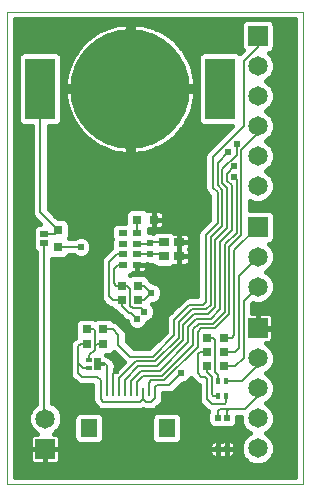
<source format=gtl>
G75*
%MOIN*%
%OFA0B0*%
%FSLAX25Y25*%
%IPPOS*%
%LPD*%
%AMOC8*
5,1,8,0,0,1.08239X$1,22.5*
%
%ADD10C,0.00000*%
%ADD11R,0.03642X0.02756*%
%ADD12R,0.01102X0.03150*%
%ADD13R,0.05512X0.05906*%
%ADD14R,0.06500X0.06500*%
%ADD15C,0.06500*%
%ADD16R,0.01575X0.01969*%
%ADD17R,0.01969X0.01378*%
%ADD18R,0.01181X0.01969*%
%ADD19C,0.00001*%
%ADD20R,0.03150X0.02756*%
%ADD21R,0.02756X0.03150*%
%ADD22R,0.03150X0.01969*%
%ADD23C,0.40000*%
%ADD24R,0.10000X0.20000*%
%ADD25R,0.02756X0.01969*%
%ADD26R,0.02165X0.02165*%
%ADD27C,0.00800*%
%ADD28C,0.01600*%
%ADD29C,0.02381*%
D10*
X0037739Y0009674D02*
X0037739Y0167154D01*
X0136164Y0167154D01*
X0136164Y0009674D01*
X0037739Y0009674D01*
X0066754Y0048060D02*
X0068487Y0048060D01*
X0068487Y0049241D01*
X0069825Y0049241D01*
X0069825Y0050422D01*
X0068487Y0050422D01*
X0068487Y0051603D01*
X0066754Y0051603D01*
X0066754Y0048060D01*
D11*
X0089904Y0085658D03*
X0089904Y0090383D03*
X0095022Y0090383D03*
X0095022Y0085658D03*
D12*
X0084786Y0040383D03*
X0082817Y0040383D03*
X0080849Y0040383D03*
X0078880Y0040383D03*
X0076912Y0040383D03*
X0074943Y0040383D03*
X0072975Y0040383D03*
X0071006Y0040383D03*
D13*
X0064904Y0028375D03*
X0090888Y0028375D03*
D14*
X0121203Y0061643D03*
X0121203Y0095501D03*
X0121203Y0159083D03*
X0050337Y0021485D03*
D15*
X0050337Y0031485D03*
X0121203Y0031643D03*
X0121203Y0021643D03*
X0121203Y0041643D03*
X0121203Y0051643D03*
X0121203Y0075501D03*
X0121203Y0085501D03*
X0121203Y0109083D03*
X0121203Y0119083D03*
X0121203Y0129083D03*
X0121203Y0139083D03*
X0121203Y0149083D03*
D16*
X0110770Y0044123D03*
X0108014Y0044123D03*
X0108014Y0039005D03*
X0110770Y0039005D03*
D17*
X0064904Y0048552D03*
X0064904Y0051111D03*
D18*
X0067620Y0049831D03*
D19*
X0066754Y0049835D02*
X0069825Y0049835D01*
X0069825Y0049834D02*
X0066754Y0049834D01*
X0066754Y0049833D02*
X0069825Y0049833D01*
X0069825Y0049832D02*
X0066754Y0049832D01*
X0066754Y0049831D02*
X0069825Y0049831D01*
X0066754Y0049831D01*
X0066754Y0049830D02*
X0069825Y0049830D01*
X0069825Y0049829D02*
X0066754Y0049829D01*
X0066754Y0049828D02*
X0069825Y0049828D01*
X0069825Y0049827D02*
X0066754Y0049827D01*
X0066754Y0049826D02*
X0069825Y0049826D01*
X0069825Y0049825D02*
X0066754Y0049825D01*
X0066754Y0049824D02*
X0069825Y0049824D01*
X0069825Y0049823D02*
X0066754Y0049823D01*
X0066754Y0049822D02*
X0069825Y0049822D01*
X0069825Y0049821D02*
X0066754Y0049821D01*
X0066754Y0049820D02*
X0069825Y0049820D01*
X0069825Y0049819D02*
X0066754Y0049819D01*
X0066754Y0049818D02*
X0069825Y0049818D01*
X0069825Y0049817D02*
X0066754Y0049817D01*
X0066754Y0049816D02*
X0069825Y0049816D01*
X0069825Y0049815D02*
X0066754Y0049815D01*
X0066754Y0049814D02*
X0069825Y0049814D01*
X0069825Y0049813D02*
X0066754Y0049813D01*
X0066754Y0049812D02*
X0069825Y0049812D01*
X0069825Y0049811D02*
X0066754Y0049811D01*
X0066754Y0049810D02*
X0069825Y0049810D01*
X0069825Y0049809D02*
X0066754Y0049809D01*
X0066754Y0049808D02*
X0069825Y0049808D01*
X0069825Y0049807D02*
X0066754Y0049807D01*
X0066754Y0049806D02*
X0069825Y0049806D01*
X0069825Y0049805D02*
X0066754Y0049805D01*
X0066754Y0049804D02*
X0069825Y0049804D01*
X0069825Y0049803D02*
X0066754Y0049803D01*
X0066754Y0049802D02*
X0069825Y0049802D01*
X0069825Y0049801D02*
X0066754Y0049801D01*
X0066754Y0049800D02*
X0069825Y0049800D01*
X0069825Y0049799D02*
X0066754Y0049799D01*
X0066754Y0049798D02*
X0069825Y0049798D01*
X0069825Y0049797D02*
X0066754Y0049797D01*
X0066754Y0049796D02*
X0069825Y0049796D01*
X0069825Y0049795D02*
X0066754Y0049795D01*
X0066754Y0049794D02*
X0069825Y0049794D01*
X0069825Y0049793D02*
X0066754Y0049793D01*
X0066754Y0049792D02*
X0069825Y0049792D01*
X0069825Y0049791D02*
X0066754Y0049791D01*
X0066754Y0049790D02*
X0069825Y0049790D01*
X0069825Y0049789D02*
X0066754Y0049789D01*
X0066754Y0049788D02*
X0069825Y0049788D01*
X0069825Y0049787D02*
X0066754Y0049787D01*
X0066754Y0049786D02*
X0069825Y0049786D01*
X0069825Y0049785D02*
X0066754Y0049785D01*
X0066754Y0049784D02*
X0069825Y0049784D01*
X0069825Y0049783D02*
X0066754Y0049783D01*
X0066754Y0049782D02*
X0069825Y0049782D01*
X0069825Y0049781D02*
X0066754Y0049781D01*
X0066754Y0049780D02*
X0069825Y0049780D01*
X0069825Y0049779D02*
X0066754Y0049779D01*
X0066754Y0049778D02*
X0069825Y0049778D01*
X0069825Y0049777D02*
X0066754Y0049777D01*
X0066754Y0049776D02*
X0069825Y0049776D01*
X0069825Y0049775D02*
X0066754Y0049775D01*
X0066754Y0049774D02*
X0069825Y0049774D01*
X0069825Y0049773D02*
X0066754Y0049773D01*
X0066754Y0049772D02*
X0069825Y0049772D01*
X0069825Y0049771D02*
X0066754Y0049771D01*
X0066754Y0049770D02*
X0069825Y0049770D01*
X0069825Y0049769D02*
X0066754Y0049769D01*
X0069825Y0049769D01*
X0069825Y0049768D02*
X0066754Y0049768D01*
X0066754Y0049767D02*
X0069825Y0049767D01*
X0069825Y0049766D02*
X0066754Y0049766D01*
X0066754Y0049765D02*
X0069825Y0049765D01*
X0069825Y0049764D02*
X0066754Y0049764D01*
X0066754Y0049763D02*
X0069825Y0049763D01*
X0069825Y0049762D02*
X0066754Y0049762D01*
X0066754Y0049761D02*
X0069825Y0049761D01*
X0069825Y0049760D02*
X0066754Y0049760D01*
X0066754Y0049759D02*
X0069825Y0049759D01*
X0069825Y0049758D02*
X0066754Y0049758D01*
X0066754Y0049757D02*
X0069825Y0049757D01*
X0069825Y0049756D02*
X0066754Y0049756D01*
X0066754Y0049755D02*
X0069825Y0049755D01*
X0069825Y0049754D02*
X0066754Y0049754D01*
X0066754Y0049753D02*
X0069825Y0049753D01*
X0069825Y0049752D02*
X0066754Y0049752D01*
X0066754Y0049751D02*
X0069825Y0049751D01*
X0069825Y0049750D02*
X0066754Y0049750D01*
X0066754Y0049749D02*
X0069825Y0049749D01*
X0069825Y0049748D02*
X0066754Y0049748D01*
X0066754Y0049747D02*
X0069825Y0049747D01*
X0069825Y0049746D02*
X0066754Y0049746D01*
X0066754Y0049745D02*
X0069825Y0049745D01*
X0069825Y0049744D02*
X0066754Y0049744D01*
X0066754Y0049743D02*
X0069825Y0049743D01*
X0069825Y0049742D02*
X0066754Y0049742D01*
X0066754Y0049741D02*
X0069825Y0049741D01*
X0069825Y0049740D02*
X0066754Y0049740D01*
X0066754Y0049739D02*
X0069825Y0049739D01*
X0069825Y0049738D02*
X0066754Y0049738D01*
X0066754Y0049737D02*
X0069825Y0049737D01*
X0069825Y0049736D02*
X0066754Y0049736D01*
X0066754Y0049735D02*
X0069825Y0049735D01*
X0069825Y0049734D02*
X0066754Y0049734D01*
X0066754Y0049733D02*
X0069825Y0049733D01*
X0069825Y0049732D02*
X0066754Y0049732D01*
X0066754Y0049731D02*
X0069825Y0049731D01*
X0069825Y0049730D02*
X0066754Y0049730D01*
X0066754Y0049729D02*
X0069825Y0049729D01*
X0069825Y0049728D02*
X0066754Y0049728D01*
X0066754Y0049727D02*
X0069825Y0049727D01*
X0069825Y0049726D02*
X0066754Y0049726D01*
X0066754Y0049725D02*
X0069825Y0049725D01*
X0069825Y0049724D02*
X0066754Y0049724D01*
X0066754Y0049723D02*
X0069825Y0049723D01*
X0069825Y0049722D02*
X0066754Y0049722D01*
X0066754Y0049721D02*
X0069825Y0049721D01*
X0069825Y0049720D02*
X0066754Y0049720D01*
X0066754Y0049719D02*
X0069825Y0049719D01*
X0069825Y0049718D02*
X0066754Y0049718D01*
X0066754Y0049717D02*
X0069825Y0049717D01*
X0069825Y0049716D02*
X0066754Y0049716D01*
X0066754Y0049715D02*
X0069825Y0049715D01*
X0069825Y0049714D02*
X0066754Y0049714D01*
X0066754Y0049713D02*
X0069825Y0049713D01*
X0069825Y0049712D02*
X0066754Y0049712D01*
X0066754Y0049711D02*
X0069825Y0049711D01*
X0069825Y0049710D02*
X0066754Y0049710D01*
X0066754Y0049709D02*
X0069825Y0049709D01*
X0069825Y0049708D02*
X0066754Y0049708D01*
X0066754Y0049707D02*
X0069825Y0049707D01*
X0069825Y0049706D02*
X0066754Y0049706D01*
X0069825Y0049706D01*
X0069825Y0049705D02*
X0066754Y0049705D01*
X0066754Y0049704D02*
X0069825Y0049704D01*
X0069825Y0049703D02*
X0066754Y0049703D01*
X0066754Y0049702D02*
X0069825Y0049702D01*
X0069825Y0049701D02*
X0066754Y0049701D01*
X0066754Y0049700D02*
X0069825Y0049700D01*
X0069825Y0049699D02*
X0066754Y0049699D01*
X0066754Y0049698D02*
X0069825Y0049698D01*
X0069825Y0049697D02*
X0066754Y0049697D01*
X0066754Y0049696D02*
X0069825Y0049696D01*
X0069825Y0049695D02*
X0066754Y0049695D01*
X0066754Y0049694D02*
X0069825Y0049694D01*
X0069825Y0049693D02*
X0066754Y0049693D01*
X0066754Y0049692D02*
X0069825Y0049692D01*
X0069825Y0049691D02*
X0066754Y0049691D01*
X0066754Y0049690D02*
X0069825Y0049690D01*
X0069825Y0049689D02*
X0066754Y0049689D01*
X0066754Y0049688D02*
X0069825Y0049688D01*
X0069825Y0049687D02*
X0066754Y0049687D01*
X0066754Y0049686D02*
X0069825Y0049686D01*
X0069825Y0049685D02*
X0066754Y0049685D01*
X0066754Y0049684D02*
X0069825Y0049684D01*
X0069825Y0049683D02*
X0066754Y0049683D01*
X0066754Y0049682D02*
X0069825Y0049682D01*
X0069825Y0049681D02*
X0066754Y0049681D01*
X0066754Y0049680D02*
X0069825Y0049680D01*
X0069825Y0049679D02*
X0066754Y0049679D01*
X0066754Y0049678D02*
X0069825Y0049678D01*
X0069825Y0049677D02*
X0066754Y0049677D01*
X0066754Y0049676D02*
X0069825Y0049676D01*
X0069825Y0049675D02*
X0066754Y0049675D01*
X0066754Y0049674D02*
X0069825Y0049674D01*
X0069825Y0049673D02*
X0066754Y0049673D01*
X0066754Y0049672D02*
X0069825Y0049672D01*
X0069825Y0049671D02*
X0066754Y0049671D01*
X0066754Y0049670D02*
X0069825Y0049670D01*
X0069825Y0049669D02*
X0066754Y0049669D01*
X0066754Y0049668D02*
X0069825Y0049668D01*
X0069825Y0049667D02*
X0066754Y0049667D01*
X0066754Y0049666D02*
X0069825Y0049666D01*
X0069825Y0049665D02*
X0066754Y0049665D01*
X0066754Y0049664D02*
X0069825Y0049664D01*
X0069825Y0049663D02*
X0066754Y0049663D01*
X0066754Y0049662D02*
X0069825Y0049662D01*
X0069825Y0049661D02*
X0066754Y0049661D01*
X0066754Y0049660D02*
X0069825Y0049660D01*
X0069825Y0049659D02*
X0066754Y0049659D01*
X0066754Y0049658D02*
X0069825Y0049658D01*
X0069825Y0049657D02*
X0066754Y0049657D01*
X0066754Y0049656D02*
X0069825Y0049656D01*
X0069825Y0049655D02*
X0066754Y0049655D01*
X0066754Y0049654D02*
X0069825Y0049654D01*
X0069825Y0049653D02*
X0066754Y0049653D01*
X0066754Y0049652D02*
X0069825Y0049652D01*
X0069825Y0049651D02*
X0066754Y0049651D01*
X0066754Y0049650D02*
X0069825Y0049650D01*
X0069825Y0049649D02*
X0066754Y0049649D01*
X0066754Y0049648D02*
X0069825Y0049648D01*
X0069825Y0049647D02*
X0066754Y0049647D01*
X0066754Y0049646D02*
X0069825Y0049646D01*
X0069825Y0049645D02*
X0066754Y0049645D01*
X0066754Y0049644D02*
X0069825Y0049644D01*
X0066754Y0049644D01*
X0066754Y0049643D02*
X0069825Y0049643D01*
X0069825Y0049642D02*
X0066754Y0049642D01*
X0066754Y0049641D02*
X0069825Y0049641D01*
X0069825Y0049640D02*
X0066754Y0049640D01*
X0066754Y0049639D02*
X0069825Y0049639D01*
X0069825Y0049638D02*
X0066754Y0049638D01*
X0066754Y0049637D02*
X0069825Y0049637D01*
X0069825Y0049636D02*
X0066754Y0049636D01*
X0066754Y0049635D02*
X0069825Y0049635D01*
X0069825Y0049634D02*
X0066754Y0049634D01*
X0066754Y0049633D02*
X0069825Y0049633D01*
X0069825Y0049632D02*
X0066754Y0049632D01*
X0066754Y0049631D02*
X0069825Y0049631D01*
X0069825Y0049630D02*
X0066754Y0049630D01*
X0066754Y0049629D02*
X0069825Y0049629D01*
X0069825Y0049628D02*
X0066754Y0049628D01*
X0066754Y0049627D02*
X0069825Y0049627D01*
X0069825Y0049626D02*
X0066754Y0049626D01*
X0066754Y0049625D02*
X0069825Y0049625D01*
X0069825Y0049624D02*
X0066754Y0049624D01*
X0066754Y0049623D02*
X0069825Y0049623D01*
X0069825Y0049622D02*
X0066754Y0049622D01*
X0066754Y0049621D02*
X0069825Y0049621D01*
X0069825Y0049620D02*
X0066754Y0049620D01*
X0066754Y0049619D02*
X0069825Y0049619D01*
X0069825Y0049618D02*
X0066754Y0049618D01*
X0066754Y0049617D02*
X0069825Y0049617D01*
X0069825Y0049616D02*
X0066754Y0049616D01*
X0066754Y0049615D02*
X0069825Y0049615D01*
X0069825Y0049614D02*
X0066754Y0049614D01*
X0066754Y0049613D02*
X0069825Y0049613D01*
X0069825Y0049612D02*
X0066754Y0049612D01*
X0066754Y0049611D02*
X0069825Y0049611D01*
X0069825Y0049610D02*
X0066754Y0049610D01*
X0066754Y0049609D02*
X0069825Y0049609D01*
X0069825Y0049608D02*
X0066754Y0049608D01*
X0066754Y0049607D02*
X0069825Y0049607D01*
X0069825Y0049606D02*
X0066754Y0049606D01*
X0066754Y0049605D02*
X0069825Y0049605D01*
X0069825Y0049604D02*
X0066754Y0049604D01*
X0066754Y0049603D02*
X0069825Y0049603D01*
X0069825Y0049602D02*
X0066754Y0049602D01*
X0066754Y0049601D02*
X0069825Y0049601D01*
X0069825Y0049600D02*
X0066754Y0049600D01*
X0066754Y0049599D02*
X0069825Y0049599D01*
X0069825Y0049598D02*
X0066754Y0049598D01*
X0066754Y0049597D02*
X0069825Y0049597D01*
X0069825Y0049596D02*
X0066754Y0049596D01*
X0066754Y0049595D02*
X0069825Y0049595D01*
X0069825Y0049594D02*
X0066754Y0049594D01*
X0066754Y0049593D02*
X0069825Y0049593D01*
X0069825Y0049592D02*
X0066754Y0049592D01*
X0066754Y0049591D02*
X0069825Y0049591D01*
X0069825Y0049590D02*
X0066754Y0049590D01*
X0066754Y0049589D02*
X0069825Y0049589D01*
X0069825Y0049588D02*
X0066754Y0049588D01*
X0066754Y0049587D02*
X0069825Y0049587D01*
X0069825Y0049586D02*
X0066754Y0049586D01*
X0066754Y0049585D02*
X0069825Y0049585D01*
X0069825Y0049584D02*
X0066754Y0049584D01*
X0066754Y0049583D02*
X0069825Y0049583D01*
X0069825Y0049582D02*
X0066754Y0049582D01*
X0066754Y0049581D02*
X0069825Y0049581D01*
X0066754Y0049581D01*
X0066754Y0049580D02*
X0069825Y0049580D01*
X0069825Y0049579D02*
X0066754Y0049579D01*
X0066754Y0049578D02*
X0069825Y0049578D01*
X0069825Y0049577D02*
X0066754Y0049577D01*
X0066754Y0049576D02*
X0069825Y0049576D01*
X0069825Y0049575D02*
X0066754Y0049575D01*
X0066754Y0049574D02*
X0069825Y0049574D01*
X0069825Y0049573D02*
X0066754Y0049573D01*
X0066754Y0049572D02*
X0069825Y0049572D01*
X0069825Y0049571D02*
X0066754Y0049571D01*
X0066754Y0049570D02*
X0069825Y0049570D01*
X0069825Y0049569D02*
X0066754Y0049569D01*
X0066754Y0049568D02*
X0069825Y0049568D01*
X0069825Y0049567D02*
X0066754Y0049567D01*
X0066754Y0049566D02*
X0069825Y0049566D01*
X0069825Y0049565D02*
X0066754Y0049565D01*
X0066754Y0049564D02*
X0069825Y0049564D01*
X0069825Y0049563D02*
X0066754Y0049563D01*
X0066754Y0049562D02*
X0069825Y0049562D01*
X0069825Y0049561D02*
X0066754Y0049561D01*
X0066754Y0049560D02*
X0069825Y0049560D01*
X0069825Y0049559D02*
X0066754Y0049559D01*
X0066754Y0049558D02*
X0069825Y0049558D01*
X0069825Y0049557D02*
X0066754Y0049557D01*
X0066754Y0049556D02*
X0069825Y0049556D01*
X0069825Y0049555D02*
X0066754Y0049555D01*
X0066754Y0049554D02*
X0069825Y0049554D01*
X0069825Y0049553D02*
X0066754Y0049553D01*
X0066754Y0049552D02*
X0069825Y0049552D01*
X0069825Y0049551D02*
X0066754Y0049551D01*
X0066754Y0049550D02*
X0069825Y0049550D01*
X0069825Y0049549D02*
X0066754Y0049549D01*
X0066754Y0049548D02*
X0069825Y0049548D01*
X0069825Y0049547D02*
X0066754Y0049547D01*
X0066754Y0049546D02*
X0069825Y0049546D01*
X0069825Y0049545D02*
X0066754Y0049545D01*
X0066754Y0049544D02*
X0069825Y0049544D01*
X0069825Y0049543D02*
X0066754Y0049543D01*
X0066754Y0049542D02*
X0069825Y0049542D01*
X0069825Y0049541D02*
X0066754Y0049541D01*
X0066754Y0049540D02*
X0069825Y0049540D01*
X0069825Y0049539D02*
X0066754Y0049539D01*
X0066754Y0049538D02*
X0069825Y0049538D01*
X0069825Y0049537D02*
X0066754Y0049537D01*
X0066754Y0049536D02*
X0069825Y0049536D01*
X0069825Y0049535D02*
X0066754Y0049535D01*
X0066754Y0049534D02*
X0069825Y0049534D01*
X0069825Y0049533D02*
X0066754Y0049533D01*
X0066754Y0049532D02*
X0069825Y0049532D01*
X0069825Y0049531D02*
X0066754Y0049531D01*
X0066754Y0049530D02*
X0069825Y0049530D01*
X0069825Y0049529D02*
X0066754Y0049529D01*
X0066754Y0049528D02*
X0069825Y0049528D01*
X0069825Y0049527D02*
X0066754Y0049527D01*
X0066754Y0049526D02*
X0069825Y0049526D01*
X0069825Y0049525D02*
X0066754Y0049525D01*
X0066754Y0049524D02*
X0069825Y0049524D01*
X0069825Y0049523D02*
X0066754Y0049523D01*
X0066754Y0049522D02*
X0069825Y0049522D01*
X0069825Y0049521D02*
X0066754Y0049521D01*
X0066754Y0049520D02*
X0069825Y0049520D01*
X0069825Y0049519D02*
X0066754Y0049519D01*
X0069825Y0049519D01*
X0069825Y0049518D02*
X0066754Y0049518D01*
X0066754Y0049517D02*
X0069825Y0049517D01*
X0069825Y0049516D02*
X0066754Y0049516D01*
X0066754Y0049515D02*
X0069825Y0049515D01*
X0069825Y0049514D02*
X0066754Y0049514D01*
X0066754Y0049513D02*
X0069825Y0049513D01*
X0069825Y0049512D02*
X0066754Y0049512D01*
X0066754Y0049511D02*
X0069825Y0049511D01*
X0069825Y0049510D02*
X0066754Y0049510D01*
X0066754Y0049509D02*
X0069825Y0049509D01*
X0069825Y0049508D02*
X0066754Y0049508D01*
X0066754Y0049507D02*
X0069825Y0049507D01*
X0069825Y0049506D02*
X0066754Y0049506D01*
X0066754Y0049505D02*
X0069825Y0049505D01*
X0069825Y0049504D02*
X0066754Y0049504D01*
X0066754Y0049503D02*
X0069825Y0049503D01*
X0069825Y0049502D02*
X0066754Y0049502D01*
X0066754Y0049501D02*
X0069825Y0049501D01*
X0069825Y0049500D02*
X0066754Y0049500D01*
X0066754Y0049499D02*
X0069825Y0049499D01*
X0069825Y0049498D02*
X0066754Y0049498D01*
X0066754Y0049497D02*
X0069825Y0049497D01*
X0069825Y0049496D02*
X0066754Y0049496D01*
X0066754Y0049495D02*
X0069825Y0049495D01*
X0069825Y0049494D02*
X0066754Y0049494D01*
X0066754Y0049493D02*
X0069825Y0049493D01*
X0069825Y0049492D02*
X0066754Y0049492D01*
X0066754Y0049491D02*
X0069825Y0049491D01*
X0069825Y0049490D02*
X0066754Y0049490D01*
X0066754Y0049489D02*
X0069825Y0049489D01*
X0069825Y0049488D02*
X0066754Y0049488D01*
X0066754Y0049487D02*
X0069825Y0049487D01*
X0069825Y0049486D02*
X0066754Y0049486D01*
X0066754Y0049485D02*
X0069825Y0049485D01*
X0069825Y0049484D02*
X0066754Y0049484D01*
X0066754Y0049483D02*
X0069825Y0049483D01*
X0069825Y0049482D02*
X0066754Y0049482D01*
X0066754Y0049481D02*
X0069825Y0049481D01*
X0069825Y0049480D02*
X0066754Y0049480D01*
X0066754Y0049479D02*
X0069825Y0049479D01*
X0069825Y0049478D02*
X0066754Y0049478D01*
X0066754Y0049477D02*
X0069825Y0049477D01*
X0069825Y0049476D02*
X0066754Y0049476D01*
X0066754Y0049475D02*
X0069825Y0049475D01*
X0069825Y0049474D02*
X0066754Y0049474D01*
X0066754Y0049473D02*
X0069825Y0049473D01*
X0069825Y0049472D02*
X0066754Y0049472D01*
X0066754Y0049471D02*
X0069825Y0049471D01*
X0069825Y0049470D02*
X0066754Y0049470D01*
X0066754Y0049469D02*
X0069825Y0049469D01*
X0069825Y0049468D02*
X0066754Y0049468D01*
X0066754Y0049467D02*
X0069825Y0049467D01*
X0069825Y0049466D02*
X0066754Y0049466D01*
X0066754Y0049465D02*
X0069825Y0049465D01*
X0069825Y0049464D02*
X0066754Y0049464D01*
X0066754Y0049463D02*
X0069825Y0049463D01*
X0069825Y0049462D02*
X0066754Y0049462D01*
X0066754Y0049461D02*
X0069825Y0049461D01*
X0069825Y0049460D02*
X0066754Y0049460D01*
X0066754Y0049459D02*
X0069825Y0049459D01*
X0069825Y0049458D02*
X0066754Y0049458D01*
X0066754Y0049457D02*
X0069825Y0049457D01*
X0069825Y0049456D02*
X0066754Y0049456D01*
X0069825Y0049456D01*
X0069825Y0049455D02*
X0066754Y0049455D01*
X0066754Y0049454D02*
X0069825Y0049454D01*
X0069825Y0049453D02*
X0066754Y0049453D01*
X0066754Y0049452D02*
X0069825Y0049452D01*
X0069825Y0049451D02*
X0066754Y0049451D01*
X0066754Y0049450D02*
X0069825Y0049450D01*
X0069825Y0049449D02*
X0066754Y0049449D01*
X0066754Y0049448D02*
X0069825Y0049448D01*
X0069825Y0049447D02*
X0066754Y0049447D01*
X0066754Y0049446D02*
X0069825Y0049446D01*
X0069825Y0049445D02*
X0066754Y0049445D01*
X0066754Y0049444D02*
X0069825Y0049444D01*
X0069825Y0049443D02*
X0066754Y0049443D01*
X0066754Y0049442D02*
X0069825Y0049442D01*
X0069825Y0049441D02*
X0066754Y0049441D01*
X0066754Y0049440D02*
X0069825Y0049440D01*
X0069825Y0049439D02*
X0066754Y0049439D01*
X0066754Y0049438D02*
X0069825Y0049438D01*
X0069825Y0049437D02*
X0066754Y0049437D01*
X0066754Y0049436D02*
X0069825Y0049436D01*
X0069825Y0049435D02*
X0066754Y0049435D01*
X0066754Y0049434D02*
X0069825Y0049434D01*
X0069825Y0049433D02*
X0066754Y0049433D01*
X0066754Y0049432D02*
X0069825Y0049432D01*
X0069825Y0049431D02*
X0066754Y0049431D01*
X0066754Y0049430D02*
X0069825Y0049430D01*
X0069825Y0049429D02*
X0066754Y0049429D01*
X0066754Y0049428D02*
X0069825Y0049428D01*
X0069825Y0049427D02*
X0066754Y0049427D01*
X0066754Y0049426D02*
X0069825Y0049426D01*
X0069825Y0049425D02*
X0066754Y0049425D01*
X0066754Y0049424D02*
X0069825Y0049424D01*
X0069825Y0049423D02*
X0066754Y0049423D01*
X0066754Y0049422D02*
X0069825Y0049422D01*
X0069825Y0049421D02*
X0066754Y0049421D01*
X0066754Y0049420D02*
X0069825Y0049420D01*
X0069825Y0049419D02*
X0066754Y0049419D01*
X0066754Y0049418D02*
X0069825Y0049418D01*
X0069825Y0049417D02*
X0066754Y0049417D01*
X0066754Y0049416D02*
X0069825Y0049416D01*
X0069825Y0049415D02*
X0066754Y0049415D01*
X0066754Y0049414D02*
X0069825Y0049414D01*
X0069825Y0049413D02*
X0066754Y0049413D01*
X0066754Y0049412D02*
X0069825Y0049412D01*
X0069825Y0049411D02*
X0066754Y0049411D01*
X0066754Y0049410D02*
X0069825Y0049410D01*
X0069825Y0049409D02*
X0066754Y0049409D01*
X0066754Y0049408D02*
X0069825Y0049408D01*
X0069825Y0049407D02*
X0066754Y0049407D01*
X0066754Y0049406D02*
X0069825Y0049406D01*
X0069825Y0049405D02*
X0066754Y0049405D01*
X0066754Y0049404D02*
X0069825Y0049404D01*
X0069825Y0049403D02*
X0066754Y0049403D01*
X0066754Y0049402D02*
X0069825Y0049402D01*
X0069825Y0049401D02*
X0066754Y0049401D01*
X0066754Y0049400D02*
X0069825Y0049400D01*
X0069825Y0049399D02*
X0066754Y0049399D01*
X0066754Y0049398D02*
X0069825Y0049398D01*
X0069825Y0049397D02*
X0066754Y0049397D01*
X0066754Y0049396D02*
X0069825Y0049396D01*
X0069825Y0049395D02*
X0066754Y0049395D01*
X0066754Y0049394D02*
X0069825Y0049394D01*
X0066754Y0049394D01*
X0066754Y0049393D02*
X0069825Y0049393D01*
X0069825Y0049392D02*
X0066754Y0049392D01*
X0066754Y0049391D02*
X0069825Y0049391D01*
X0069825Y0049390D02*
X0066754Y0049390D01*
X0066754Y0049389D02*
X0069825Y0049389D01*
X0069825Y0049388D02*
X0066754Y0049388D01*
X0066754Y0049387D02*
X0069825Y0049387D01*
X0069825Y0049386D02*
X0066754Y0049386D01*
X0066754Y0049385D02*
X0069825Y0049385D01*
X0069825Y0049384D02*
X0066754Y0049384D01*
X0066754Y0049383D02*
X0069825Y0049383D01*
X0069825Y0049382D02*
X0066754Y0049382D01*
X0066754Y0049381D02*
X0069825Y0049381D01*
X0069825Y0049380D02*
X0066754Y0049380D01*
X0066754Y0049379D02*
X0069825Y0049379D01*
X0069825Y0049378D02*
X0066754Y0049378D01*
X0066754Y0049377D02*
X0069825Y0049377D01*
X0069825Y0049376D02*
X0066754Y0049376D01*
X0066754Y0049375D02*
X0069825Y0049375D01*
X0069825Y0049374D02*
X0066754Y0049374D01*
X0066754Y0049373D02*
X0069825Y0049373D01*
X0069825Y0049372D02*
X0066754Y0049372D01*
X0066754Y0049371D02*
X0069825Y0049371D01*
X0069825Y0049370D02*
X0066754Y0049370D01*
X0066754Y0049369D02*
X0069825Y0049369D01*
X0069825Y0049368D02*
X0066754Y0049368D01*
X0066754Y0049367D02*
X0069825Y0049367D01*
X0069825Y0049366D02*
X0066754Y0049366D01*
X0066754Y0049365D02*
X0069825Y0049365D01*
X0069825Y0049364D02*
X0066754Y0049364D01*
X0066754Y0049363D02*
X0069825Y0049363D01*
X0069825Y0049362D02*
X0066754Y0049362D01*
X0066754Y0049361D02*
X0069825Y0049361D01*
X0069825Y0049360D02*
X0066754Y0049360D01*
X0066754Y0049359D02*
X0069825Y0049359D01*
X0069825Y0049358D02*
X0066754Y0049358D01*
X0066754Y0049357D02*
X0069825Y0049357D01*
X0069825Y0049356D02*
X0066754Y0049356D01*
X0066754Y0049355D02*
X0069825Y0049355D01*
X0069825Y0049354D02*
X0066754Y0049354D01*
X0066754Y0049353D02*
X0069825Y0049353D01*
X0069825Y0049352D02*
X0066754Y0049352D01*
X0066754Y0049351D02*
X0069825Y0049351D01*
X0069825Y0049350D02*
X0066754Y0049350D01*
X0066754Y0049349D02*
X0069825Y0049349D01*
X0069825Y0049348D02*
X0066754Y0049348D01*
X0066754Y0049347D02*
X0069825Y0049347D01*
X0069825Y0049346D02*
X0066754Y0049346D01*
X0066754Y0049345D02*
X0069825Y0049345D01*
X0069825Y0049344D02*
X0066754Y0049344D01*
X0066754Y0049343D02*
X0069825Y0049343D01*
X0069825Y0049342D02*
X0066754Y0049342D01*
X0066754Y0049341D02*
X0069825Y0049341D01*
X0069825Y0049340D02*
X0066754Y0049340D01*
X0066754Y0049339D02*
X0069825Y0049339D01*
X0069825Y0049338D02*
X0066754Y0049338D01*
X0066754Y0049337D02*
X0069825Y0049337D01*
X0069825Y0049336D02*
X0066754Y0049336D01*
X0066754Y0049335D02*
X0069825Y0049335D01*
X0069825Y0049334D02*
X0066754Y0049334D01*
X0066754Y0049333D02*
X0069825Y0049333D01*
X0069825Y0049332D02*
X0066754Y0049332D01*
X0066754Y0049331D02*
X0069825Y0049331D01*
X0066754Y0049331D01*
X0066754Y0049330D02*
X0069825Y0049330D01*
X0069825Y0049329D02*
X0066754Y0049329D01*
X0066754Y0049328D02*
X0069825Y0049328D01*
X0069825Y0049327D02*
X0066754Y0049327D01*
X0066754Y0049326D02*
X0069825Y0049326D01*
X0069825Y0049325D02*
X0066754Y0049325D01*
X0066754Y0049324D02*
X0069825Y0049324D01*
X0069825Y0049323D02*
X0066754Y0049323D01*
X0066754Y0049322D02*
X0069825Y0049322D01*
X0069825Y0049321D02*
X0066754Y0049321D01*
X0066754Y0049320D02*
X0069825Y0049320D01*
X0069825Y0049319D02*
X0066754Y0049319D01*
X0066754Y0049318D02*
X0069825Y0049318D01*
X0069825Y0049317D02*
X0066754Y0049317D01*
X0066754Y0049316D02*
X0069825Y0049316D01*
X0069825Y0049315D02*
X0066754Y0049315D01*
X0066754Y0049314D02*
X0069825Y0049314D01*
X0069825Y0049313D02*
X0066754Y0049313D01*
X0066754Y0049312D02*
X0069825Y0049312D01*
X0069825Y0049311D02*
X0066754Y0049311D01*
X0066754Y0049310D02*
X0069825Y0049310D01*
X0069825Y0049309D02*
X0066754Y0049309D01*
X0066754Y0049308D02*
X0069825Y0049308D01*
X0069825Y0049307D02*
X0066754Y0049307D01*
X0066754Y0049306D02*
X0069825Y0049306D01*
X0069825Y0049305D02*
X0066754Y0049305D01*
X0066754Y0049304D02*
X0069825Y0049304D01*
X0069825Y0049303D02*
X0066754Y0049303D01*
X0066754Y0049302D02*
X0069825Y0049302D01*
X0069825Y0049301D02*
X0066754Y0049301D01*
X0066754Y0049300D02*
X0069825Y0049300D01*
X0069825Y0049299D02*
X0066754Y0049299D01*
X0066754Y0049298D02*
X0069825Y0049298D01*
X0069825Y0049297D02*
X0066754Y0049297D01*
X0066754Y0049296D02*
X0069825Y0049296D01*
X0069825Y0049295D02*
X0066754Y0049295D01*
X0066754Y0049294D02*
X0069825Y0049294D01*
X0069825Y0049293D02*
X0066754Y0049293D01*
X0066754Y0049292D02*
X0069825Y0049292D01*
X0069825Y0049291D02*
X0066754Y0049291D01*
X0066754Y0049290D02*
X0069825Y0049290D01*
X0069825Y0049289D02*
X0066754Y0049289D01*
X0066754Y0049288D02*
X0069825Y0049288D01*
X0069825Y0049287D02*
X0066754Y0049287D01*
X0066754Y0049286D02*
X0069825Y0049286D01*
X0069825Y0049285D02*
X0066754Y0049285D01*
X0066754Y0049284D02*
X0069825Y0049284D01*
X0069825Y0049283D02*
X0066754Y0049283D01*
X0066754Y0049282D02*
X0069825Y0049282D01*
X0069825Y0049281D02*
X0066754Y0049281D01*
X0066754Y0049280D02*
X0069825Y0049280D01*
X0069825Y0049279D02*
X0066754Y0049279D01*
X0066754Y0049278D02*
X0069825Y0049278D01*
X0069825Y0049277D02*
X0066754Y0049277D01*
X0066754Y0049276D02*
X0069825Y0049276D01*
X0069825Y0049275D02*
X0066754Y0049275D01*
X0066754Y0049274D02*
X0069825Y0049274D01*
X0069825Y0049273D02*
X0066754Y0049273D01*
X0066754Y0049272D02*
X0069825Y0049272D01*
X0069825Y0049271D02*
X0066754Y0049271D01*
X0066754Y0049270D02*
X0069825Y0049270D01*
X0069825Y0049269D02*
X0066754Y0049269D01*
X0069825Y0049269D01*
X0069825Y0049268D02*
X0066754Y0049268D01*
X0066754Y0049267D02*
X0069825Y0049267D01*
X0069825Y0049266D02*
X0066754Y0049266D01*
X0066754Y0049265D02*
X0069825Y0049265D01*
X0069825Y0049264D02*
X0066754Y0049264D01*
X0066754Y0049263D02*
X0069825Y0049263D01*
X0069825Y0049262D02*
X0066754Y0049262D01*
X0066754Y0049261D02*
X0069825Y0049261D01*
X0069825Y0049260D02*
X0066754Y0049260D01*
X0066754Y0049259D02*
X0069825Y0049259D01*
X0069825Y0049258D02*
X0066754Y0049258D01*
X0066754Y0049257D02*
X0069825Y0049257D01*
X0069825Y0049256D02*
X0066754Y0049256D01*
X0066754Y0049255D02*
X0069825Y0049255D01*
X0069825Y0049254D02*
X0066754Y0049254D01*
X0066754Y0049253D02*
X0069825Y0049253D01*
X0069825Y0049252D02*
X0066754Y0049252D01*
X0066754Y0049251D02*
X0069825Y0049251D01*
X0069825Y0049250D02*
X0066754Y0049250D01*
X0066754Y0049249D02*
X0069825Y0049249D01*
X0069825Y0049248D02*
X0066754Y0049248D01*
X0066754Y0049247D02*
X0069825Y0049247D01*
X0069825Y0049246D02*
X0066754Y0049246D01*
X0066754Y0049245D02*
X0069825Y0049245D01*
X0069825Y0049244D02*
X0066754Y0049244D01*
X0066754Y0049243D02*
X0069825Y0049243D01*
X0069825Y0049242D02*
X0066754Y0049242D01*
X0066754Y0049241D02*
X0069825Y0049241D01*
X0069825Y0049836D02*
X0066754Y0049836D01*
X0066754Y0049837D02*
X0069825Y0049837D01*
X0069825Y0049838D02*
X0066754Y0049838D01*
X0066754Y0049839D02*
X0069825Y0049839D01*
X0069825Y0049840D02*
X0066754Y0049840D01*
X0066754Y0049841D02*
X0069825Y0049841D01*
X0069825Y0049842D02*
X0066754Y0049842D01*
X0066754Y0049843D02*
X0069825Y0049843D01*
X0069825Y0049844D02*
X0066754Y0049844D01*
X0066754Y0049845D02*
X0069825Y0049845D01*
X0069825Y0049846D02*
X0066754Y0049846D01*
X0066754Y0049847D02*
X0069825Y0049847D01*
X0069825Y0049848D02*
X0066754Y0049848D01*
X0066754Y0049849D02*
X0069825Y0049849D01*
X0069825Y0049850D02*
X0066754Y0049850D01*
X0066754Y0049851D02*
X0069825Y0049851D01*
X0069825Y0049852D02*
X0066754Y0049852D01*
X0066754Y0049853D02*
X0069825Y0049853D01*
X0069825Y0049854D02*
X0066754Y0049854D01*
X0066754Y0049855D02*
X0069825Y0049855D01*
X0069825Y0049856D02*
X0066754Y0049856D01*
X0066754Y0049857D02*
X0069825Y0049857D01*
X0069825Y0049858D02*
X0066754Y0049858D01*
X0066754Y0049859D02*
X0069825Y0049859D01*
X0069825Y0049860D02*
X0066754Y0049860D01*
X0066754Y0049861D02*
X0069825Y0049861D01*
X0069825Y0049862D02*
X0066754Y0049862D01*
X0066754Y0049863D02*
X0069825Y0049863D01*
X0069825Y0049864D02*
X0066754Y0049864D01*
X0066754Y0049865D02*
X0069825Y0049865D01*
X0069825Y0049866D02*
X0066754Y0049866D01*
X0066754Y0049867D02*
X0069825Y0049867D01*
X0069825Y0049868D02*
X0066754Y0049868D01*
X0066754Y0049869D02*
X0069825Y0049869D01*
X0069825Y0049870D02*
X0066754Y0049870D01*
X0066754Y0049871D02*
X0069825Y0049871D01*
X0069825Y0049872D02*
X0066754Y0049872D01*
X0066754Y0049873D02*
X0069825Y0049873D01*
X0069825Y0049874D02*
X0066754Y0049874D01*
X0066754Y0049875D02*
X0069825Y0049875D01*
X0069825Y0049876D02*
X0066754Y0049876D01*
X0066754Y0049877D02*
X0069825Y0049877D01*
X0069825Y0049878D02*
X0066754Y0049878D01*
X0066754Y0049879D02*
X0069825Y0049879D01*
X0069825Y0049880D02*
X0066754Y0049880D01*
X0066754Y0049881D02*
X0069825Y0049881D01*
X0069825Y0049882D02*
X0066754Y0049882D01*
X0066754Y0049883D02*
X0069825Y0049883D01*
X0069825Y0049884D02*
X0066754Y0049884D01*
X0066754Y0049885D02*
X0069825Y0049885D01*
X0069825Y0049886D02*
X0066754Y0049886D01*
X0066754Y0049887D02*
X0069825Y0049887D01*
X0069825Y0049888D02*
X0066754Y0049888D01*
X0066754Y0049889D02*
X0069825Y0049889D01*
X0069825Y0049890D02*
X0066754Y0049890D01*
X0066754Y0049891D02*
X0069825Y0049891D01*
X0069825Y0049892D02*
X0066754Y0049892D01*
X0066754Y0049893D02*
X0069825Y0049893D01*
X0069825Y0049894D02*
X0066754Y0049894D01*
X0069825Y0049894D01*
X0069825Y0049895D02*
X0066754Y0049895D01*
X0066754Y0049896D02*
X0069825Y0049896D01*
X0069825Y0049897D02*
X0066754Y0049897D01*
X0066754Y0049898D02*
X0069825Y0049898D01*
X0069825Y0049899D02*
X0066754Y0049899D01*
X0066754Y0049900D02*
X0069825Y0049900D01*
X0069825Y0049901D02*
X0066754Y0049901D01*
X0066754Y0049902D02*
X0069825Y0049902D01*
X0069825Y0049903D02*
X0066754Y0049903D01*
X0066754Y0049904D02*
X0069825Y0049904D01*
X0069825Y0049905D02*
X0066754Y0049905D01*
X0066754Y0049906D02*
X0069825Y0049906D01*
X0069825Y0049907D02*
X0066754Y0049907D01*
X0066754Y0049908D02*
X0069825Y0049908D01*
X0069825Y0049909D02*
X0066754Y0049909D01*
X0066754Y0049910D02*
X0069825Y0049910D01*
X0069825Y0049911D02*
X0066754Y0049911D01*
X0066754Y0049912D02*
X0069825Y0049912D01*
X0069825Y0049913D02*
X0066754Y0049913D01*
X0066754Y0049914D02*
X0069825Y0049914D01*
X0069825Y0049915D02*
X0066754Y0049915D01*
X0066754Y0049916D02*
X0069825Y0049916D01*
X0069825Y0049917D02*
X0066754Y0049917D01*
X0066754Y0049918D02*
X0069825Y0049918D01*
X0069825Y0049919D02*
X0066754Y0049919D01*
X0066754Y0049920D02*
X0069825Y0049920D01*
X0069825Y0049921D02*
X0066754Y0049921D01*
X0066754Y0049922D02*
X0069825Y0049922D01*
X0069825Y0049923D02*
X0066754Y0049923D01*
X0066754Y0049924D02*
X0069825Y0049924D01*
X0069825Y0049925D02*
X0066754Y0049925D01*
X0066754Y0049926D02*
X0069825Y0049926D01*
X0069825Y0049927D02*
X0066754Y0049927D01*
X0066754Y0049928D02*
X0069825Y0049928D01*
X0069825Y0049929D02*
X0066754Y0049929D01*
X0066754Y0049930D02*
X0069825Y0049930D01*
X0069825Y0049931D02*
X0066754Y0049931D01*
X0066754Y0049932D02*
X0069825Y0049932D01*
X0069825Y0049933D02*
X0066754Y0049933D01*
X0066754Y0049934D02*
X0069825Y0049934D01*
X0069825Y0049935D02*
X0066754Y0049935D01*
X0066754Y0049936D02*
X0069825Y0049936D01*
X0069825Y0049937D02*
X0066754Y0049937D01*
X0066754Y0049938D02*
X0069825Y0049938D01*
X0069825Y0049939D02*
X0066754Y0049939D01*
X0066754Y0049940D02*
X0069825Y0049940D01*
X0069825Y0049941D02*
X0066754Y0049941D01*
X0066754Y0049942D02*
X0069825Y0049942D01*
X0069825Y0049943D02*
X0066754Y0049943D01*
X0066754Y0049944D02*
X0069825Y0049944D01*
X0069825Y0049945D02*
X0066754Y0049945D01*
X0066754Y0049946D02*
X0069825Y0049946D01*
X0069825Y0049947D02*
X0066754Y0049947D01*
X0066754Y0049948D02*
X0069825Y0049948D01*
X0069825Y0049949D02*
X0066754Y0049949D01*
X0066754Y0049950D02*
X0069825Y0049950D01*
X0069825Y0049951D02*
X0066754Y0049951D01*
X0066754Y0049952D02*
X0069825Y0049952D01*
X0069825Y0049953D02*
X0066754Y0049953D01*
X0066754Y0049954D02*
X0069825Y0049954D01*
X0069825Y0049955D02*
X0066754Y0049955D01*
X0066754Y0049956D02*
X0069825Y0049956D01*
X0066754Y0049956D01*
X0066754Y0049957D02*
X0069825Y0049957D01*
X0069825Y0049958D02*
X0066754Y0049958D01*
X0066754Y0049959D02*
X0069825Y0049959D01*
X0069825Y0049960D02*
X0066754Y0049960D01*
X0066754Y0049961D02*
X0069825Y0049961D01*
X0069825Y0049962D02*
X0066754Y0049962D01*
X0066754Y0049963D02*
X0069825Y0049963D01*
X0069825Y0049964D02*
X0066754Y0049964D01*
X0066754Y0049965D02*
X0069825Y0049965D01*
X0069825Y0049966D02*
X0066754Y0049966D01*
X0066754Y0049967D02*
X0069825Y0049967D01*
X0069825Y0049968D02*
X0066754Y0049968D01*
X0066754Y0049969D02*
X0069825Y0049969D01*
X0069825Y0049970D02*
X0066754Y0049970D01*
X0066754Y0049971D02*
X0069825Y0049971D01*
X0069825Y0049972D02*
X0066754Y0049972D01*
X0066754Y0049973D02*
X0069825Y0049973D01*
X0069825Y0049974D02*
X0066754Y0049974D01*
X0066754Y0049975D02*
X0069825Y0049975D01*
X0069825Y0049976D02*
X0066754Y0049976D01*
X0066754Y0049977D02*
X0069825Y0049977D01*
X0069825Y0049978D02*
X0066754Y0049978D01*
X0066754Y0049979D02*
X0069825Y0049979D01*
X0069825Y0049980D02*
X0066754Y0049980D01*
X0066754Y0049981D02*
X0069825Y0049981D01*
X0069825Y0049982D02*
X0066754Y0049982D01*
X0066754Y0049983D02*
X0069825Y0049983D01*
X0069825Y0049984D02*
X0066754Y0049984D01*
X0066754Y0049985D02*
X0069825Y0049985D01*
X0069825Y0049986D02*
X0066754Y0049986D01*
X0066754Y0049987D02*
X0069825Y0049987D01*
X0069825Y0049988D02*
X0066754Y0049988D01*
X0066754Y0049989D02*
X0069825Y0049989D01*
X0069825Y0049990D02*
X0066754Y0049990D01*
X0066754Y0049991D02*
X0069825Y0049991D01*
X0069825Y0049992D02*
X0066754Y0049992D01*
X0066754Y0049993D02*
X0069825Y0049993D01*
X0069825Y0049994D02*
X0066754Y0049994D01*
X0066754Y0049995D02*
X0069825Y0049995D01*
X0069825Y0049996D02*
X0066754Y0049996D01*
X0066754Y0049997D02*
X0069825Y0049997D01*
X0069825Y0049998D02*
X0066754Y0049998D01*
X0066754Y0049999D02*
X0069825Y0049999D01*
X0069825Y0050000D02*
X0066754Y0050000D01*
X0066754Y0050001D02*
X0069825Y0050001D01*
X0069825Y0050002D02*
X0066754Y0050002D01*
X0066754Y0050003D02*
X0069825Y0050003D01*
X0069825Y0050004D02*
X0066754Y0050004D01*
X0066754Y0050005D02*
X0069825Y0050005D01*
X0069825Y0050006D02*
X0066754Y0050006D01*
X0066754Y0050007D02*
X0069825Y0050007D01*
X0069825Y0050008D02*
X0066754Y0050008D01*
X0066754Y0050009D02*
X0069825Y0050009D01*
X0069825Y0050010D02*
X0066754Y0050010D01*
X0066754Y0050011D02*
X0069825Y0050011D01*
X0069825Y0050012D02*
X0066754Y0050012D01*
X0066754Y0050013D02*
X0069825Y0050013D01*
X0069825Y0050014D02*
X0066754Y0050014D01*
X0066754Y0050015D02*
X0069825Y0050015D01*
X0069825Y0050016D02*
X0066754Y0050016D01*
X0066754Y0050017D02*
X0069825Y0050017D01*
X0069825Y0050018D02*
X0066754Y0050018D01*
X0066754Y0050019D02*
X0069825Y0050019D01*
X0066754Y0050019D01*
X0066754Y0050020D02*
X0069825Y0050020D01*
X0069825Y0050021D02*
X0066754Y0050021D01*
X0066754Y0050022D02*
X0069825Y0050022D01*
X0069825Y0050023D02*
X0066754Y0050023D01*
X0066754Y0050024D02*
X0069825Y0050024D01*
X0069825Y0050025D02*
X0066754Y0050025D01*
X0066754Y0050026D02*
X0069825Y0050026D01*
X0069825Y0050027D02*
X0066754Y0050027D01*
X0066754Y0050028D02*
X0069825Y0050028D01*
X0069825Y0050029D02*
X0066754Y0050029D01*
X0066754Y0050030D02*
X0069825Y0050030D01*
X0069825Y0050031D02*
X0066754Y0050031D01*
X0066754Y0050032D02*
X0069825Y0050032D01*
X0069825Y0050033D02*
X0066754Y0050033D01*
X0066754Y0050034D02*
X0069825Y0050034D01*
X0069825Y0050035D02*
X0066754Y0050035D01*
X0066754Y0050036D02*
X0069825Y0050036D01*
X0069825Y0050037D02*
X0066754Y0050037D01*
X0066754Y0050038D02*
X0069825Y0050038D01*
X0069825Y0050039D02*
X0066754Y0050039D01*
X0066754Y0050040D02*
X0069825Y0050040D01*
X0069825Y0050041D02*
X0066754Y0050041D01*
X0066754Y0050042D02*
X0069825Y0050042D01*
X0069825Y0050043D02*
X0066754Y0050043D01*
X0066754Y0050044D02*
X0069825Y0050044D01*
X0069825Y0050045D02*
X0066754Y0050045D01*
X0066754Y0050046D02*
X0069825Y0050046D01*
X0069825Y0050047D02*
X0066754Y0050047D01*
X0066754Y0050048D02*
X0069825Y0050048D01*
X0069825Y0050049D02*
X0066754Y0050049D01*
X0066754Y0050050D02*
X0069825Y0050050D01*
X0069825Y0050051D02*
X0066754Y0050051D01*
X0066754Y0050052D02*
X0069825Y0050052D01*
X0069825Y0050053D02*
X0066754Y0050053D01*
X0066754Y0050054D02*
X0069825Y0050054D01*
X0069825Y0050055D02*
X0066754Y0050055D01*
X0066754Y0050056D02*
X0069825Y0050056D01*
X0069825Y0050057D02*
X0066754Y0050057D01*
X0066754Y0050058D02*
X0069825Y0050058D01*
X0069825Y0050059D02*
X0066754Y0050059D01*
X0066754Y0050060D02*
X0069825Y0050060D01*
X0069825Y0050061D02*
X0066754Y0050061D01*
X0066754Y0050062D02*
X0069825Y0050062D01*
X0069825Y0050063D02*
X0066754Y0050063D01*
X0066754Y0050064D02*
X0069825Y0050064D01*
X0069825Y0050065D02*
X0066754Y0050065D01*
X0066754Y0050066D02*
X0069825Y0050066D01*
X0069825Y0050067D02*
X0066754Y0050067D01*
X0066754Y0050068D02*
X0069825Y0050068D01*
X0069825Y0050069D02*
X0066754Y0050069D01*
X0066754Y0050070D02*
X0069825Y0050070D01*
X0069825Y0050071D02*
X0066754Y0050071D01*
X0066754Y0050072D02*
X0069825Y0050072D01*
X0069825Y0050073D02*
X0066754Y0050073D01*
X0066754Y0050074D02*
X0069825Y0050074D01*
X0069825Y0050075D02*
X0066754Y0050075D01*
X0066754Y0050076D02*
X0069825Y0050076D01*
X0069825Y0050077D02*
X0066754Y0050077D01*
X0066754Y0050078D02*
X0069825Y0050078D01*
X0069825Y0050079D02*
X0066754Y0050079D01*
X0066754Y0050080D02*
X0069825Y0050080D01*
X0069825Y0050081D02*
X0066754Y0050081D01*
X0069825Y0050081D01*
X0069825Y0050082D02*
X0066754Y0050082D01*
X0066754Y0050083D02*
X0069825Y0050083D01*
X0069825Y0050084D02*
X0066754Y0050084D01*
X0066754Y0050085D02*
X0069825Y0050085D01*
X0069825Y0050086D02*
X0066754Y0050086D01*
X0066754Y0050087D02*
X0069825Y0050087D01*
X0069825Y0050088D02*
X0066754Y0050088D01*
X0066754Y0050089D02*
X0069825Y0050089D01*
X0069825Y0050090D02*
X0066754Y0050090D01*
X0066754Y0050091D02*
X0069825Y0050091D01*
X0069825Y0050092D02*
X0066754Y0050092D01*
X0066754Y0050093D02*
X0069825Y0050093D01*
X0069825Y0050094D02*
X0066754Y0050094D01*
X0066754Y0050095D02*
X0069825Y0050095D01*
X0069825Y0050096D02*
X0066754Y0050096D01*
X0066754Y0050097D02*
X0069825Y0050097D01*
X0069825Y0050098D02*
X0066754Y0050098D01*
X0066754Y0050099D02*
X0069825Y0050099D01*
X0069825Y0050100D02*
X0066754Y0050100D01*
X0066754Y0050101D02*
X0069825Y0050101D01*
X0069825Y0050102D02*
X0066754Y0050102D01*
X0066754Y0050103D02*
X0069825Y0050103D01*
X0069825Y0050104D02*
X0066754Y0050104D01*
X0066754Y0050105D02*
X0069825Y0050105D01*
X0069825Y0050106D02*
X0066754Y0050106D01*
X0066754Y0050107D02*
X0069825Y0050107D01*
X0069825Y0050108D02*
X0066754Y0050108D01*
X0066754Y0050109D02*
X0069825Y0050109D01*
X0069825Y0050110D02*
X0066754Y0050110D01*
X0066754Y0050111D02*
X0069825Y0050111D01*
X0069825Y0050112D02*
X0066754Y0050112D01*
X0066754Y0050113D02*
X0069825Y0050113D01*
X0069825Y0050114D02*
X0066754Y0050114D01*
X0066754Y0050115D02*
X0069825Y0050115D01*
X0069825Y0050116D02*
X0066754Y0050116D01*
X0066754Y0050117D02*
X0069825Y0050117D01*
X0069825Y0050118D02*
X0066754Y0050118D01*
X0066754Y0050119D02*
X0069825Y0050119D01*
X0069825Y0050120D02*
X0066754Y0050120D01*
X0066754Y0050121D02*
X0069825Y0050121D01*
X0069825Y0050122D02*
X0066754Y0050122D01*
X0066754Y0050123D02*
X0069825Y0050123D01*
X0069825Y0050124D02*
X0066754Y0050124D01*
X0066754Y0050125D02*
X0069825Y0050125D01*
X0069825Y0050126D02*
X0066754Y0050126D01*
X0066754Y0050127D02*
X0069825Y0050127D01*
X0069825Y0050128D02*
X0066754Y0050128D01*
X0066754Y0050129D02*
X0069825Y0050129D01*
X0069825Y0050130D02*
X0066754Y0050130D01*
X0066754Y0050131D02*
X0069825Y0050131D01*
X0069825Y0050132D02*
X0066754Y0050132D01*
X0066754Y0050133D02*
X0069825Y0050133D01*
X0069825Y0050134D02*
X0066754Y0050134D01*
X0066754Y0050135D02*
X0069825Y0050135D01*
X0069825Y0050136D02*
X0066754Y0050136D01*
X0066754Y0050137D02*
X0069825Y0050137D01*
X0069825Y0050138D02*
X0066754Y0050138D01*
X0066754Y0050139D02*
X0069825Y0050139D01*
X0069825Y0050140D02*
X0066754Y0050140D01*
X0066754Y0050141D02*
X0069825Y0050141D01*
X0069825Y0050142D02*
X0066754Y0050142D01*
X0066754Y0050143D02*
X0069825Y0050143D01*
X0069825Y0050144D02*
X0066754Y0050144D01*
X0069825Y0050144D01*
X0069825Y0050145D02*
X0066754Y0050145D01*
X0066754Y0050146D02*
X0069825Y0050146D01*
X0069825Y0050147D02*
X0066754Y0050147D01*
X0066754Y0050148D02*
X0069825Y0050148D01*
X0069825Y0050149D02*
X0066754Y0050149D01*
X0066754Y0050150D02*
X0069825Y0050150D01*
X0069825Y0050151D02*
X0066754Y0050151D01*
X0066754Y0050152D02*
X0069825Y0050152D01*
X0069825Y0050153D02*
X0066754Y0050153D01*
X0066754Y0050154D02*
X0069825Y0050154D01*
X0069825Y0050155D02*
X0066754Y0050155D01*
X0066754Y0050156D02*
X0069825Y0050156D01*
X0069825Y0050157D02*
X0066754Y0050157D01*
X0066754Y0050158D02*
X0069825Y0050158D01*
X0069825Y0050159D02*
X0066754Y0050159D01*
X0066754Y0050160D02*
X0069825Y0050160D01*
X0069825Y0050161D02*
X0066754Y0050161D01*
X0066754Y0050162D02*
X0069825Y0050162D01*
X0069825Y0050163D02*
X0066754Y0050163D01*
X0066754Y0050164D02*
X0069825Y0050164D01*
X0069825Y0050165D02*
X0066754Y0050165D01*
X0066754Y0050166D02*
X0069825Y0050166D01*
X0069825Y0050167D02*
X0066754Y0050167D01*
X0066754Y0050168D02*
X0069825Y0050168D01*
X0069825Y0050169D02*
X0066754Y0050169D01*
X0066754Y0050170D02*
X0069825Y0050170D01*
X0069825Y0050171D02*
X0066754Y0050171D01*
X0066754Y0050172D02*
X0069825Y0050172D01*
X0069825Y0050173D02*
X0066754Y0050173D01*
X0066754Y0050174D02*
X0069825Y0050174D01*
X0069825Y0050175D02*
X0066754Y0050175D01*
X0066754Y0050176D02*
X0069825Y0050176D01*
X0069825Y0050177D02*
X0066754Y0050177D01*
X0066754Y0050178D02*
X0069825Y0050178D01*
X0069825Y0050179D02*
X0066754Y0050179D01*
X0066754Y0050180D02*
X0069825Y0050180D01*
X0069825Y0050181D02*
X0066754Y0050181D01*
X0066754Y0050182D02*
X0069825Y0050182D01*
X0069825Y0050183D02*
X0066754Y0050183D01*
X0066754Y0050184D02*
X0069825Y0050184D01*
X0069825Y0050185D02*
X0066754Y0050185D01*
X0066754Y0050186D02*
X0069825Y0050186D01*
X0069825Y0050187D02*
X0066754Y0050187D01*
X0066754Y0050188D02*
X0069825Y0050188D01*
X0069825Y0050189D02*
X0066754Y0050189D01*
X0066754Y0050190D02*
X0069825Y0050190D01*
X0069825Y0050191D02*
X0066754Y0050191D01*
X0066754Y0050192D02*
X0069825Y0050192D01*
X0069825Y0050193D02*
X0066754Y0050193D01*
X0066754Y0050194D02*
X0069825Y0050194D01*
X0069825Y0050195D02*
X0066754Y0050195D01*
X0066754Y0050196D02*
X0069825Y0050196D01*
X0069825Y0050197D02*
X0066754Y0050197D01*
X0066754Y0050198D02*
X0069825Y0050198D01*
X0069825Y0050199D02*
X0066754Y0050199D01*
X0066754Y0050200D02*
X0069825Y0050200D01*
X0069825Y0050201D02*
X0066754Y0050201D01*
X0066754Y0050202D02*
X0069825Y0050202D01*
X0069825Y0050203D02*
X0066754Y0050203D01*
X0066754Y0050204D02*
X0069825Y0050204D01*
X0069825Y0050205D02*
X0066754Y0050205D01*
X0066754Y0050206D02*
X0069825Y0050206D01*
X0066754Y0050206D01*
X0066754Y0050207D02*
X0069825Y0050207D01*
X0069825Y0050208D02*
X0066754Y0050208D01*
X0066754Y0050209D02*
X0069825Y0050209D01*
X0069825Y0050210D02*
X0066754Y0050210D01*
X0066754Y0050211D02*
X0069825Y0050211D01*
X0069825Y0050212D02*
X0066754Y0050212D01*
X0066754Y0050213D02*
X0069825Y0050213D01*
X0069825Y0050214D02*
X0066754Y0050214D01*
X0066754Y0050215D02*
X0069825Y0050215D01*
X0069825Y0050216D02*
X0066754Y0050216D01*
X0066754Y0050217D02*
X0069825Y0050217D01*
X0069825Y0050218D02*
X0066754Y0050218D01*
X0066754Y0050219D02*
X0069825Y0050219D01*
X0069825Y0050220D02*
X0066754Y0050220D01*
X0066754Y0050221D02*
X0069825Y0050221D01*
X0069825Y0050222D02*
X0066754Y0050222D01*
X0066754Y0050223D02*
X0069825Y0050223D01*
X0069825Y0050224D02*
X0066754Y0050224D01*
X0066754Y0050225D02*
X0069825Y0050225D01*
X0069825Y0050226D02*
X0066754Y0050226D01*
X0066754Y0050227D02*
X0069825Y0050227D01*
X0069825Y0050228D02*
X0066754Y0050228D01*
X0066754Y0050229D02*
X0069825Y0050229D01*
X0069825Y0050230D02*
X0066754Y0050230D01*
X0066754Y0050231D02*
X0069825Y0050231D01*
X0069825Y0050232D02*
X0066754Y0050232D01*
X0066754Y0050233D02*
X0069825Y0050233D01*
X0069825Y0050234D02*
X0066754Y0050234D01*
X0066754Y0050235D02*
X0069825Y0050235D01*
X0069825Y0050236D02*
X0066754Y0050236D01*
X0066754Y0050237D02*
X0069825Y0050237D01*
X0069825Y0050238D02*
X0066754Y0050238D01*
X0066754Y0050239D02*
X0069825Y0050239D01*
X0069825Y0050240D02*
X0066754Y0050240D01*
X0066754Y0050241D02*
X0069825Y0050241D01*
X0069825Y0050242D02*
X0066754Y0050242D01*
X0066754Y0050243D02*
X0069825Y0050243D01*
X0069825Y0050244D02*
X0066754Y0050244D01*
X0066754Y0050245D02*
X0069825Y0050245D01*
X0069825Y0050246D02*
X0066754Y0050246D01*
X0066754Y0050247D02*
X0069825Y0050247D01*
X0069825Y0050248D02*
X0066754Y0050248D01*
X0066754Y0050249D02*
X0069825Y0050249D01*
X0069825Y0050250D02*
X0066754Y0050250D01*
X0066754Y0050251D02*
X0069825Y0050251D01*
X0069825Y0050252D02*
X0066754Y0050252D01*
X0066754Y0050253D02*
X0069825Y0050253D01*
X0069825Y0050254D02*
X0066754Y0050254D01*
X0066754Y0050255D02*
X0069825Y0050255D01*
X0069825Y0050256D02*
X0066754Y0050256D01*
X0066754Y0050257D02*
X0069825Y0050257D01*
X0069825Y0050258D02*
X0066754Y0050258D01*
X0066754Y0050259D02*
X0069825Y0050259D01*
X0069825Y0050260D02*
X0066754Y0050260D01*
X0066754Y0050261D02*
X0069825Y0050261D01*
X0069825Y0050262D02*
X0066754Y0050262D01*
X0066754Y0050263D02*
X0069825Y0050263D01*
X0069825Y0050264D02*
X0066754Y0050264D01*
X0066754Y0050265D02*
X0069825Y0050265D01*
X0069825Y0050266D02*
X0066754Y0050266D01*
X0066754Y0050267D02*
X0069825Y0050267D01*
X0069825Y0050268D02*
X0066754Y0050268D01*
X0066754Y0050269D02*
X0069825Y0050269D01*
X0066754Y0050269D01*
X0066754Y0050270D02*
X0069825Y0050270D01*
X0069825Y0050271D02*
X0066754Y0050271D01*
X0066754Y0050272D02*
X0069825Y0050272D01*
X0069825Y0050273D02*
X0066754Y0050273D01*
X0066754Y0050274D02*
X0069825Y0050274D01*
X0069825Y0050275D02*
X0066754Y0050275D01*
X0066754Y0050276D02*
X0069825Y0050276D01*
X0069825Y0050277D02*
X0066754Y0050277D01*
X0066754Y0050278D02*
X0069825Y0050278D01*
X0069825Y0050279D02*
X0066754Y0050279D01*
X0066754Y0050280D02*
X0069825Y0050280D01*
X0069825Y0050281D02*
X0066754Y0050281D01*
X0066754Y0050282D02*
X0069825Y0050282D01*
X0069825Y0050283D02*
X0066754Y0050283D01*
X0066754Y0050284D02*
X0069825Y0050284D01*
X0069825Y0050285D02*
X0066754Y0050285D01*
X0066754Y0050286D02*
X0069825Y0050286D01*
X0069825Y0050287D02*
X0066754Y0050287D01*
X0066754Y0050288D02*
X0069825Y0050288D01*
X0069825Y0050289D02*
X0066754Y0050289D01*
X0066754Y0050290D02*
X0069825Y0050290D01*
X0069825Y0050291D02*
X0066754Y0050291D01*
X0066754Y0050292D02*
X0069825Y0050292D01*
X0069825Y0050293D02*
X0066754Y0050293D01*
X0066754Y0050294D02*
X0069825Y0050294D01*
X0069825Y0050295D02*
X0066754Y0050295D01*
X0066754Y0050296D02*
X0069825Y0050296D01*
X0069825Y0050297D02*
X0066754Y0050297D01*
X0066754Y0050298D02*
X0069825Y0050298D01*
X0069825Y0050299D02*
X0066754Y0050299D01*
X0066754Y0050300D02*
X0069825Y0050300D01*
X0069825Y0050301D02*
X0066754Y0050301D01*
X0066754Y0050302D02*
X0069825Y0050302D01*
X0069825Y0050303D02*
X0066754Y0050303D01*
X0066754Y0050304D02*
X0069825Y0050304D01*
X0069825Y0050305D02*
X0066754Y0050305D01*
X0066754Y0050306D02*
X0069825Y0050306D01*
X0069825Y0050307D02*
X0066754Y0050307D01*
X0066754Y0050308D02*
X0069825Y0050308D01*
X0069825Y0050309D02*
X0066754Y0050309D01*
X0066754Y0050310D02*
X0069825Y0050310D01*
X0069825Y0050311D02*
X0066754Y0050311D01*
X0066754Y0050312D02*
X0069825Y0050312D01*
X0069825Y0050313D02*
X0066754Y0050313D01*
X0066754Y0050314D02*
X0069825Y0050314D01*
X0069825Y0050315D02*
X0066754Y0050315D01*
X0066754Y0050316D02*
X0069825Y0050316D01*
X0069825Y0050317D02*
X0066754Y0050317D01*
X0066754Y0050318D02*
X0069825Y0050318D01*
X0069825Y0050319D02*
X0066754Y0050319D01*
X0066754Y0050320D02*
X0069825Y0050320D01*
X0069825Y0050321D02*
X0066754Y0050321D01*
X0066754Y0050322D02*
X0069825Y0050322D01*
X0069825Y0050323D02*
X0066754Y0050323D01*
X0066754Y0050324D02*
X0069825Y0050324D01*
X0069825Y0050325D02*
X0066754Y0050325D01*
X0066754Y0050326D02*
X0069825Y0050326D01*
X0069825Y0050327D02*
X0066754Y0050327D01*
X0066754Y0050328D02*
X0069825Y0050328D01*
X0069825Y0050329D02*
X0066754Y0050329D01*
X0066754Y0050330D02*
X0069825Y0050330D01*
X0069825Y0050331D02*
X0066754Y0050331D01*
X0069825Y0050331D01*
X0069825Y0050332D02*
X0066754Y0050332D01*
X0066754Y0050333D02*
X0069825Y0050333D01*
X0069825Y0050334D02*
X0066754Y0050334D01*
X0066754Y0050335D02*
X0069825Y0050335D01*
X0069825Y0050336D02*
X0066754Y0050336D01*
X0066754Y0050337D02*
X0069825Y0050337D01*
X0069825Y0050338D02*
X0066754Y0050338D01*
X0066754Y0050339D02*
X0069825Y0050339D01*
X0069825Y0050340D02*
X0066754Y0050340D01*
X0066754Y0050341D02*
X0069825Y0050341D01*
X0069825Y0050342D02*
X0066754Y0050342D01*
X0066754Y0050343D02*
X0069825Y0050343D01*
X0069825Y0050344D02*
X0066754Y0050344D01*
X0066754Y0050345D02*
X0069825Y0050345D01*
X0069825Y0050346D02*
X0066754Y0050346D01*
X0066754Y0050347D02*
X0069825Y0050347D01*
X0069825Y0050348D02*
X0066754Y0050348D01*
X0066754Y0050349D02*
X0069825Y0050349D01*
X0069825Y0050350D02*
X0066754Y0050350D01*
X0066754Y0050351D02*
X0069825Y0050351D01*
X0069825Y0050352D02*
X0066754Y0050352D01*
X0066754Y0050353D02*
X0069825Y0050353D01*
X0069825Y0050354D02*
X0066754Y0050354D01*
X0066754Y0050355D02*
X0069825Y0050355D01*
X0069825Y0050356D02*
X0066754Y0050356D01*
X0066754Y0050357D02*
X0069825Y0050357D01*
X0069825Y0050358D02*
X0066754Y0050358D01*
X0066754Y0050359D02*
X0069825Y0050359D01*
X0069825Y0050360D02*
X0066754Y0050360D01*
X0066754Y0050361D02*
X0069825Y0050361D01*
X0069825Y0050362D02*
X0066754Y0050362D01*
X0066754Y0050363D02*
X0069825Y0050363D01*
X0069825Y0050364D02*
X0066754Y0050364D01*
X0066754Y0050365D02*
X0069825Y0050365D01*
X0069825Y0050366D02*
X0066754Y0050366D01*
X0066754Y0050367D02*
X0069825Y0050367D01*
X0069825Y0050368D02*
X0066754Y0050368D01*
X0066754Y0050369D02*
X0069825Y0050369D01*
X0069825Y0050370D02*
X0066754Y0050370D01*
X0066754Y0050371D02*
X0069825Y0050371D01*
X0069825Y0050372D02*
X0066754Y0050372D01*
X0066754Y0050373D02*
X0069825Y0050373D01*
X0069825Y0050374D02*
X0066754Y0050374D01*
X0066754Y0050375D02*
X0069825Y0050375D01*
X0069825Y0050376D02*
X0066754Y0050376D01*
X0066754Y0050377D02*
X0069825Y0050377D01*
X0069825Y0050378D02*
X0066754Y0050378D01*
X0066754Y0050379D02*
X0069825Y0050379D01*
X0069825Y0050380D02*
X0066754Y0050380D01*
X0066754Y0050381D02*
X0069825Y0050381D01*
X0069825Y0050382D02*
X0066754Y0050382D01*
X0066754Y0050383D02*
X0069825Y0050383D01*
X0069825Y0050384D02*
X0066754Y0050384D01*
X0066754Y0050385D02*
X0069825Y0050385D01*
X0069825Y0050386D02*
X0066754Y0050386D01*
X0066754Y0050387D02*
X0069825Y0050387D01*
X0069825Y0050388D02*
X0066754Y0050388D01*
X0066754Y0050389D02*
X0069825Y0050389D01*
X0069825Y0050390D02*
X0066754Y0050390D01*
X0066754Y0050391D02*
X0069825Y0050391D01*
X0069825Y0050392D02*
X0066754Y0050392D01*
X0066754Y0050393D02*
X0069825Y0050393D01*
X0069825Y0050394D02*
X0066754Y0050394D01*
X0069825Y0050394D01*
X0069825Y0050395D02*
X0066754Y0050395D01*
X0066754Y0050396D02*
X0069825Y0050396D01*
X0069825Y0050397D02*
X0066754Y0050397D01*
X0066754Y0050398D02*
X0069825Y0050398D01*
X0069825Y0050399D02*
X0066754Y0050399D01*
X0066754Y0050400D02*
X0069825Y0050400D01*
X0069825Y0050401D02*
X0066754Y0050401D01*
X0066754Y0050402D02*
X0069825Y0050402D01*
X0069825Y0050403D02*
X0066754Y0050403D01*
X0066754Y0050404D02*
X0069825Y0050404D01*
X0069825Y0050405D02*
X0066754Y0050405D01*
X0066754Y0050406D02*
X0069825Y0050406D01*
X0069825Y0050407D02*
X0066754Y0050407D01*
X0066754Y0050408D02*
X0069825Y0050408D01*
X0069825Y0050409D02*
X0066754Y0050409D01*
X0066754Y0050410D02*
X0069825Y0050410D01*
X0069825Y0050411D02*
X0066754Y0050411D01*
X0066754Y0050412D02*
X0069825Y0050412D01*
X0069825Y0050413D02*
X0066754Y0050413D01*
X0066754Y0050414D02*
X0069825Y0050414D01*
X0069825Y0050415D02*
X0066754Y0050415D01*
X0066754Y0050416D02*
X0069825Y0050416D01*
X0069825Y0050417D02*
X0066754Y0050417D01*
X0066754Y0050418D02*
X0069825Y0050418D01*
X0069825Y0050419D02*
X0066754Y0050419D01*
X0066754Y0050420D02*
X0069825Y0050420D01*
X0069825Y0050421D02*
X0066754Y0050421D01*
X0066754Y0050422D02*
X0068487Y0050422D01*
X0068487Y0050423D02*
X0066754Y0050423D01*
X0066754Y0050424D02*
X0068487Y0050424D01*
X0068487Y0050425D02*
X0066754Y0050425D01*
X0066754Y0050426D02*
X0068487Y0050426D01*
X0068487Y0050427D02*
X0066754Y0050427D01*
X0066754Y0050428D02*
X0068487Y0050428D01*
X0068487Y0050429D02*
X0066754Y0050429D01*
X0066754Y0050430D02*
X0068487Y0050430D01*
X0068487Y0050431D02*
X0066754Y0050431D01*
X0066754Y0050432D02*
X0068487Y0050432D01*
X0068487Y0050433D02*
X0066754Y0050433D01*
X0066754Y0050434D02*
X0068487Y0050434D01*
X0068487Y0050435D02*
X0066754Y0050435D01*
X0066754Y0050436D02*
X0068487Y0050436D01*
X0068487Y0050437D02*
X0066754Y0050437D01*
X0066754Y0050438D02*
X0068487Y0050438D01*
X0068487Y0050439D02*
X0066754Y0050439D01*
X0066754Y0050440D02*
X0068487Y0050440D01*
X0068487Y0050441D02*
X0066754Y0050441D01*
X0066754Y0050442D02*
X0068487Y0050442D01*
X0068487Y0050443D02*
X0066754Y0050443D01*
X0066754Y0050444D02*
X0068487Y0050444D01*
X0068487Y0050445D02*
X0066754Y0050445D01*
X0066754Y0050446D02*
X0068487Y0050446D01*
X0068487Y0050447D02*
X0066754Y0050447D01*
X0066754Y0050448D02*
X0068487Y0050448D01*
X0068487Y0050449D02*
X0066754Y0050449D01*
X0066754Y0050450D02*
X0068487Y0050450D01*
X0068487Y0050451D02*
X0066754Y0050451D01*
X0066754Y0050452D02*
X0068487Y0050452D01*
X0068487Y0050453D02*
X0066754Y0050453D01*
X0066754Y0050454D02*
X0068487Y0050454D01*
X0068487Y0050455D02*
X0066754Y0050455D01*
X0066754Y0050456D02*
X0068487Y0050456D01*
X0066754Y0050456D01*
X0066754Y0050457D02*
X0068487Y0050457D01*
X0068487Y0050458D02*
X0066754Y0050458D01*
X0066754Y0050459D02*
X0068487Y0050459D01*
X0068487Y0050460D02*
X0066754Y0050460D01*
X0066754Y0050461D02*
X0068487Y0050461D01*
X0068487Y0050462D02*
X0066754Y0050462D01*
X0066754Y0050463D02*
X0068487Y0050463D01*
X0068487Y0050464D02*
X0066754Y0050464D01*
X0066754Y0050465D02*
X0068487Y0050465D01*
X0068487Y0050466D02*
X0066754Y0050466D01*
X0066754Y0050467D02*
X0068487Y0050467D01*
X0068487Y0050468D02*
X0066754Y0050468D01*
X0066754Y0050469D02*
X0068487Y0050469D01*
X0068487Y0050470D02*
X0066754Y0050470D01*
X0066754Y0050471D02*
X0068487Y0050471D01*
X0068487Y0050472D02*
X0066754Y0050472D01*
X0066754Y0050473D02*
X0068487Y0050473D01*
X0068487Y0050474D02*
X0066754Y0050474D01*
X0066754Y0050475D02*
X0068487Y0050475D01*
X0068487Y0050476D02*
X0066754Y0050476D01*
X0066754Y0050477D02*
X0068487Y0050477D01*
X0068487Y0050478D02*
X0066754Y0050478D01*
X0066754Y0050479D02*
X0068487Y0050479D01*
X0068487Y0050480D02*
X0066754Y0050480D01*
X0066754Y0050481D02*
X0068487Y0050481D01*
X0068487Y0050482D02*
X0066754Y0050482D01*
X0066754Y0050483D02*
X0068487Y0050483D01*
X0068487Y0050484D02*
X0066754Y0050484D01*
X0066754Y0050485D02*
X0068487Y0050485D01*
X0068487Y0050486D02*
X0066754Y0050486D01*
X0066754Y0050487D02*
X0068487Y0050487D01*
X0068487Y0050488D02*
X0066754Y0050488D01*
X0066754Y0050489D02*
X0068487Y0050489D01*
X0068487Y0050490D02*
X0066754Y0050490D01*
X0066754Y0050491D02*
X0068487Y0050491D01*
X0068487Y0050492D02*
X0066754Y0050492D01*
X0066754Y0050493D02*
X0068487Y0050493D01*
X0068487Y0050494D02*
X0066754Y0050494D01*
X0066754Y0050495D02*
X0068487Y0050495D01*
X0068487Y0050496D02*
X0066754Y0050496D01*
X0066754Y0050497D02*
X0068487Y0050497D01*
X0068487Y0050498D02*
X0066754Y0050498D01*
X0066754Y0050499D02*
X0068487Y0050499D01*
X0068487Y0050500D02*
X0066754Y0050500D01*
X0066754Y0050501D02*
X0068487Y0050501D01*
X0068487Y0050502D02*
X0066754Y0050502D01*
X0066754Y0050503D02*
X0068487Y0050503D01*
X0068487Y0050504D02*
X0066754Y0050504D01*
X0066754Y0050505D02*
X0068487Y0050505D01*
X0068487Y0050506D02*
X0066754Y0050506D01*
X0066754Y0050507D02*
X0068487Y0050507D01*
X0068487Y0050508D02*
X0066754Y0050508D01*
X0066754Y0050509D02*
X0068487Y0050509D01*
X0068487Y0050510D02*
X0066754Y0050510D01*
X0066754Y0050511D02*
X0068487Y0050511D01*
X0068487Y0050512D02*
X0066754Y0050512D01*
X0066754Y0050513D02*
X0068487Y0050513D01*
X0068487Y0050514D02*
X0066754Y0050514D01*
X0066754Y0050515D02*
X0068487Y0050515D01*
X0068487Y0050516D02*
X0066754Y0050516D01*
X0066754Y0050517D02*
X0068487Y0050517D01*
X0068487Y0050518D02*
X0066754Y0050518D01*
X0066754Y0050519D02*
X0068487Y0050519D01*
X0066754Y0050519D01*
X0066754Y0050520D02*
X0068487Y0050520D01*
X0068487Y0050521D02*
X0066754Y0050521D01*
X0066754Y0050522D02*
X0068487Y0050522D01*
X0068487Y0050523D02*
X0066754Y0050523D01*
X0066754Y0050524D02*
X0068487Y0050524D01*
X0068487Y0050525D02*
X0066754Y0050525D01*
X0066754Y0050526D02*
X0068487Y0050526D01*
X0068487Y0050527D02*
X0066754Y0050527D01*
X0066754Y0050528D02*
X0068487Y0050528D01*
X0068487Y0050529D02*
X0066754Y0050529D01*
X0066754Y0050530D02*
X0068487Y0050530D01*
X0068487Y0050531D02*
X0066754Y0050531D01*
X0066754Y0050532D02*
X0068487Y0050532D01*
X0068487Y0050533D02*
X0066754Y0050533D01*
X0066754Y0050534D02*
X0068487Y0050534D01*
X0068487Y0050535D02*
X0066754Y0050535D01*
X0066754Y0050536D02*
X0068487Y0050536D01*
X0068487Y0050537D02*
X0066754Y0050537D01*
X0066754Y0050538D02*
X0068487Y0050538D01*
X0068487Y0050539D02*
X0066754Y0050539D01*
X0066754Y0050540D02*
X0068487Y0050540D01*
X0068487Y0050541D02*
X0066754Y0050541D01*
X0066754Y0050542D02*
X0068487Y0050542D01*
X0068487Y0050543D02*
X0066754Y0050543D01*
X0066754Y0050544D02*
X0068487Y0050544D01*
X0068487Y0050545D02*
X0066754Y0050545D01*
X0066754Y0050546D02*
X0068487Y0050546D01*
X0068487Y0050547D02*
X0066754Y0050547D01*
X0066754Y0050548D02*
X0068487Y0050548D01*
X0068487Y0050549D02*
X0066754Y0050549D01*
X0066754Y0050550D02*
X0068487Y0050550D01*
X0068487Y0050551D02*
X0066754Y0050551D01*
X0066754Y0050552D02*
X0068487Y0050552D01*
X0068487Y0050553D02*
X0066754Y0050553D01*
X0066754Y0050554D02*
X0068487Y0050554D01*
X0068487Y0050555D02*
X0066754Y0050555D01*
X0066754Y0050556D02*
X0068487Y0050556D01*
X0068487Y0050557D02*
X0066754Y0050557D01*
X0066754Y0050558D02*
X0068487Y0050558D01*
X0068487Y0050559D02*
X0066754Y0050559D01*
X0066754Y0050560D02*
X0068487Y0050560D01*
X0068487Y0050561D02*
X0066754Y0050561D01*
X0066754Y0050562D02*
X0068487Y0050562D01*
X0068487Y0050563D02*
X0066754Y0050563D01*
X0066754Y0050564D02*
X0068487Y0050564D01*
X0068487Y0050565D02*
X0066754Y0050565D01*
X0066754Y0050566D02*
X0068487Y0050566D01*
X0068487Y0050567D02*
X0066754Y0050567D01*
X0066754Y0050568D02*
X0068487Y0050568D01*
X0068487Y0050569D02*
X0066754Y0050569D01*
X0066754Y0050570D02*
X0068487Y0050570D01*
X0068487Y0050571D02*
X0066754Y0050571D01*
X0066754Y0050572D02*
X0068487Y0050572D01*
X0068487Y0050573D02*
X0066754Y0050573D01*
X0066754Y0050574D02*
X0068487Y0050574D01*
X0068487Y0050575D02*
X0066754Y0050575D01*
X0066754Y0050576D02*
X0068487Y0050576D01*
X0068487Y0050577D02*
X0066754Y0050577D01*
X0066754Y0050578D02*
X0068487Y0050578D01*
X0068487Y0050579D02*
X0066754Y0050579D01*
X0066754Y0050580D02*
X0068487Y0050580D01*
X0068487Y0050581D02*
X0066754Y0050581D01*
X0068487Y0050581D01*
X0068487Y0050582D02*
X0066754Y0050582D01*
X0066754Y0050583D02*
X0068487Y0050583D01*
X0068487Y0050584D02*
X0066754Y0050584D01*
X0066754Y0050585D02*
X0068487Y0050585D01*
X0068487Y0050586D02*
X0066754Y0050586D01*
X0066754Y0050587D02*
X0068487Y0050587D01*
X0068487Y0050588D02*
X0066754Y0050588D01*
X0066754Y0050589D02*
X0068487Y0050589D01*
X0068487Y0050590D02*
X0066754Y0050590D01*
X0066754Y0050591D02*
X0068487Y0050591D01*
X0068487Y0050592D02*
X0066754Y0050592D01*
X0066754Y0050593D02*
X0068487Y0050593D01*
X0068487Y0050594D02*
X0066754Y0050594D01*
X0066754Y0050595D02*
X0068487Y0050595D01*
X0068487Y0050596D02*
X0066754Y0050596D01*
X0066754Y0050597D02*
X0068487Y0050597D01*
X0068487Y0050598D02*
X0066754Y0050598D01*
X0066754Y0050599D02*
X0068487Y0050599D01*
X0068487Y0050600D02*
X0066754Y0050600D01*
X0066754Y0050601D02*
X0068487Y0050601D01*
X0068487Y0050602D02*
X0066754Y0050602D01*
X0066754Y0050603D02*
X0068487Y0050603D01*
X0068487Y0050604D02*
X0066754Y0050604D01*
X0066754Y0050605D02*
X0068487Y0050605D01*
X0068487Y0050606D02*
X0066754Y0050606D01*
X0066754Y0050607D02*
X0068487Y0050607D01*
X0068487Y0050608D02*
X0066754Y0050608D01*
X0066754Y0050609D02*
X0068487Y0050609D01*
X0068487Y0050610D02*
X0066754Y0050610D01*
X0066754Y0050611D02*
X0068487Y0050611D01*
X0068487Y0050612D02*
X0066754Y0050612D01*
X0066754Y0050613D02*
X0068487Y0050613D01*
X0068487Y0050614D02*
X0066754Y0050614D01*
X0066754Y0050615D02*
X0068487Y0050615D01*
X0068487Y0050616D02*
X0066754Y0050616D01*
X0066754Y0050617D02*
X0068487Y0050617D01*
X0068487Y0050618D02*
X0066754Y0050618D01*
X0066754Y0050619D02*
X0068487Y0050619D01*
X0068487Y0050620D02*
X0066754Y0050620D01*
X0066754Y0050621D02*
X0068487Y0050621D01*
X0068487Y0050622D02*
X0066754Y0050622D01*
X0066754Y0050623D02*
X0068487Y0050623D01*
X0068487Y0050624D02*
X0066754Y0050624D01*
X0066754Y0050625D02*
X0068487Y0050625D01*
X0068487Y0050626D02*
X0066754Y0050626D01*
X0066754Y0050627D02*
X0068487Y0050627D01*
X0068487Y0050628D02*
X0066754Y0050628D01*
X0066754Y0050629D02*
X0068487Y0050629D01*
X0068487Y0050630D02*
X0066754Y0050630D01*
X0066754Y0050631D02*
X0068487Y0050631D01*
X0068487Y0050632D02*
X0066754Y0050632D01*
X0066754Y0050633D02*
X0068487Y0050633D01*
X0068487Y0050634D02*
X0066754Y0050634D01*
X0066754Y0050635D02*
X0068487Y0050635D01*
X0068487Y0050636D02*
X0066754Y0050636D01*
X0066754Y0050637D02*
X0068487Y0050637D01*
X0068487Y0050638D02*
X0066754Y0050638D01*
X0066754Y0050639D02*
X0068487Y0050639D01*
X0068487Y0050640D02*
X0066754Y0050640D01*
X0066754Y0050641D02*
X0068487Y0050641D01*
X0068487Y0050642D02*
X0066754Y0050642D01*
X0066754Y0050643D02*
X0068487Y0050643D01*
X0068487Y0050644D02*
X0066754Y0050644D01*
X0068487Y0050644D01*
X0068487Y0050645D02*
X0066754Y0050645D01*
X0066754Y0050646D02*
X0068487Y0050646D01*
X0068487Y0050647D02*
X0066754Y0050647D01*
X0066754Y0050648D02*
X0068487Y0050648D01*
X0068487Y0050649D02*
X0066754Y0050649D01*
X0066754Y0050650D02*
X0068487Y0050650D01*
X0068487Y0050651D02*
X0066754Y0050651D01*
X0066754Y0050652D02*
X0068487Y0050652D01*
X0068487Y0050653D02*
X0066754Y0050653D01*
X0066754Y0050654D02*
X0068487Y0050654D01*
X0068487Y0050655D02*
X0066754Y0050655D01*
X0066754Y0050656D02*
X0068487Y0050656D01*
X0068487Y0050657D02*
X0066754Y0050657D01*
X0066754Y0050658D02*
X0068487Y0050658D01*
X0068487Y0050659D02*
X0066754Y0050659D01*
X0066754Y0050660D02*
X0068487Y0050660D01*
X0068487Y0050661D02*
X0066754Y0050661D01*
X0066754Y0050662D02*
X0068487Y0050662D01*
X0068487Y0050663D02*
X0066754Y0050663D01*
X0066754Y0050664D02*
X0068487Y0050664D01*
X0068487Y0050665D02*
X0066754Y0050665D01*
X0066754Y0050666D02*
X0068487Y0050666D01*
X0068487Y0050667D02*
X0066754Y0050667D01*
X0066754Y0050668D02*
X0068487Y0050668D01*
X0068487Y0050669D02*
X0066754Y0050669D01*
X0066754Y0050670D02*
X0068487Y0050670D01*
X0068487Y0050671D02*
X0066754Y0050671D01*
X0066754Y0050672D02*
X0068487Y0050672D01*
X0068487Y0050673D02*
X0066754Y0050673D01*
X0066754Y0050674D02*
X0068487Y0050674D01*
X0068487Y0050675D02*
X0066754Y0050675D01*
X0066754Y0050676D02*
X0068487Y0050676D01*
X0068487Y0050677D02*
X0066754Y0050677D01*
X0066754Y0050678D02*
X0068487Y0050678D01*
X0068487Y0050679D02*
X0066754Y0050679D01*
X0066754Y0050680D02*
X0068487Y0050680D01*
X0068487Y0050681D02*
X0066754Y0050681D01*
X0066754Y0050682D02*
X0068487Y0050682D01*
X0068487Y0050683D02*
X0066754Y0050683D01*
X0066754Y0050684D02*
X0068487Y0050684D01*
X0068487Y0050685D02*
X0066754Y0050685D01*
X0066754Y0050686D02*
X0068487Y0050686D01*
X0068487Y0050687D02*
X0066754Y0050687D01*
X0066754Y0050688D02*
X0068487Y0050688D01*
X0068487Y0050689D02*
X0066754Y0050689D01*
X0066754Y0050690D02*
X0068487Y0050690D01*
X0068487Y0050691D02*
X0066754Y0050691D01*
X0066754Y0050692D02*
X0068487Y0050692D01*
X0068487Y0050693D02*
X0066754Y0050693D01*
X0066754Y0050694D02*
X0068487Y0050694D01*
X0068487Y0050695D02*
X0066754Y0050695D01*
X0066754Y0050696D02*
X0068487Y0050696D01*
X0068487Y0050697D02*
X0066754Y0050697D01*
X0066754Y0050698D02*
X0068487Y0050698D01*
X0068487Y0050699D02*
X0066754Y0050699D01*
X0066754Y0050700D02*
X0068487Y0050700D01*
X0068487Y0050701D02*
X0066754Y0050701D01*
X0066754Y0050702D02*
X0068487Y0050702D01*
X0068487Y0050703D02*
X0066754Y0050703D01*
X0066754Y0050704D02*
X0068487Y0050704D01*
X0068487Y0050705D02*
X0066754Y0050705D01*
X0066754Y0050706D02*
X0068487Y0050706D01*
X0066754Y0050706D01*
X0066754Y0050707D02*
X0068487Y0050707D01*
X0068487Y0050708D02*
X0066754Y0050708D01*
X0066754Y0050709D02*
X0068487Y0050709D01*
X0068487Y0050710D02*
X0066754Y0050710D01*
X0066754Y0050711D02*
X0068487Y0050711D01*
X0068487Y0050712D02*
X0066754Y0050712D01*
X0066754Y0050713D02*
X0068487Y0050713D01*
X0068487Y0050714D02*
X0066754Y0050714D01*
X0066754Y0050715D02*
X0068487Y0050715D01*
X0068487Y0050716D02*
X0066754Y0050716D01*
X0066754Y0050717D02*
X0068487Y0050717D01*
X0068487Y0050718D02*
X0066754Y0050718D01*
X0066754Y0050719D02*
X0068487Y0050719D01*
X0068487Y0050720D02*
X0066754Y0050720D01*
X0066754Y0050721D02*
X0068487Y0050721D01*
X0068487Y0050722D02*
X0066754Y0050722D01*
X0066754Y0050723D02*
X0068487Y0050723D01*
X0068487Y0050724D02*
X0066754Y0050724D01*
X0066754Y0050725D02*
X0068487Y0050725D01*
X0068487Y0050726D02*
X0066754Y0050726D01*
X0066754Y0050727D02*
X0068487Y0050727D01*
X0068487Y0050728D02*
X0066754Y0050728D01*
X0066754Y0050729D02*
X0068487Y0050729D01*
X0068487Y0050730D02*
X0066754Y0050730D01*
X0066754Y0050731D02*
X0068487Y0050731D01*
X0068487Y0050732D02*
X0066754Y0050732D01*
X0066754Y0050733D02*
X0068487Y0050733D01*
X0068487Y0050734D02*
X0066754Y0050734D01*
X0066754Y0050735D02*
X0068487Y0050735D01*
X0068487Y0050736D02*
X0066754Y0050736D01*
X0066754Y0050737D02*
X0068487Y0050737D01*
X0068487Y0050738D02*
X0066754Y0050738D01*
X0066754Y0050739D02*
X0068487Y0050739D01*
X0068487Y0050740D02*
X0066754Y0050740D01*
X0066754Y0050741D02*
X0068487Y0050741D01*
X0068487Y0050742D02*
X0066754Y0050742D01*
X0066754Y0050743D02*
X0068487Y0050743D01*
X0068487Y0050744D02*
X0066754Y0050744D01*
X0066754Y0050745D02*
X0068487Y0050745D01*
X0068487Y0050746D02*
X0066754Y0050746D01*
X0066754Y0050747D02*
X0068487Y0050747D01*
X0068487Y0050748D02*
X0066754Y0050748D01*
X0066754Y0050749D02*
X0068487Y0050749D01*
X0068487Y0050750D02*
X0066754Y0050750D01*
X0066754Y0050751D02*
X0068487Y0050751D01*
X0068487Y0050752D02*
X0066754Y0050752D01*
X0066754Y0050753D02*
X0068487Y0050753D01*
X0068487Y0050754D02*
X0066754Y0050754D01*
X0066754Y0050755D02*
X0068487Y0050755D01*
X0068487Y0050756D02*
X0066754Y0050756D01*
X0066754Y0050757D02*
X0068487Y0050757D01*
X0068487Y0050758D02*
X0066754Y0050758D01*
X0066754Y0050759D02*
X0068487Y0050759D01*
X0068487Y0050760D02*
X0066754Y0050760D01*
X0066754Y0050761D02*
X0068487Y0050761D01*
X0068487Y0050762D02*
X0066754Y0050762D01*
X0066754Y0050763D02*
X0068487Y0050763D01*
X0068487Y0050764D02*
X0066754Y0050764D01*
X0066754Y0050765D02*
X0068487Y0050765D01*
X0068487Y0050766D02*
X0066754Y0050766D01*
X0066754Y0050767D02*
X0068487Y0050767D01*
X0068487Y0050768D02*
X0066754Y0050768D01*
X0066754Y0050769D02*
X0068487Y0050769D01*
X0066754Y0050769D01*
X0066754Y0050770D02*
X0068487Y0050770D01*
X0068487Y0050771D02*
X0066754Y0050771D01*
X0066754Y0050772D02*
X0068487Y0050772D01*
X0068487Y0050773D02*
X0066754Y0050773D01*
X0066754Y0050774D02*
X0068487Y0050774D01*
X0068487Y0050775D02*
X0066754Y0050775D01*
X0066754Y0050776D02*
X0068487Y0050776D01*
X0068487Y0050777D02*
X0066754Y0050777D01*
X0066754Y0050778D02*
X0068487Y0050778D01*
X0068487Y0050779D02*
X0066754Y0050779D01*
X0066754Y0050780D02*
X0068487Y0050780D01*
X0068487Y0050781D02*
X0066754Y0050781D01*
X0066754Y0050782D02*
X0068487Y0050782D01*
X0068487Y0050783D02*
X0066754Y0050783D01*
X0066754Y0050784D02*
X0068487Y0050784D01*
X0068487Y0050785D02*
X0066754Y0050785D01*
X0066754Y0050786D02*
X0068487Y0050786D01*
X0068487Y0050787D02*
X0066754Y0050787D01*
X0066754Y0050788D02*
X0068487Y0050788D01*
X0068487Y0050789D02*
X0066754Y0050789D01*
X0066754Y0050790D02*
X0068487Y0050790D01*
X0068487Y0050791D02*
X0066754Y0050791D01*
X0066754Y0050792D02*
X0068487Y0050792D01*
X0068487Y0050793D02*
X0066754Y0050793D01*
X0066754Y0050794D02*
X0068487Y0050794D01*
X0068487Y0050795D02*
X0066754Y0050795D01*
X0066754Y0050796D02*
X0068487Y0050796D01*
X0068487Y0050797D02*
X0066754Y0050797D01*
X0066754Y0050798D02*
X0068487Y0050798D01*
X0068487Y0050799D02*
X0066754Y0050799D01*
X0066754Y0050800D02*
X0068487Y0050800D01*
X0068487Y0050801D02*
X0066754Y0050801D01*
X0066754Y0050802D02*
X0068487Y0050802D01*
X0068487Y0050803D02*
X0066754Y0050803D01*
X0066754Y0050804D02*
X0068487Y0050804D01*
X0068487Y0050805D02*
X0066754Y0050805D01*
X0066754Y0050806D02*
X0068487Y0050806D01*
X0068487Y0050807D02*
X0066754Y0050807D01*
X0066754Y0050808D02*
X0068487Y0050808D01*
X0068487Y0050809D02*
X0066754Y0050809D01*
X0066754Y0050810D02*
X0068487Y0050810D01*
X0068487Y0050811D02*
X0066754Y0050811D01*
X0066754Y0050812D02*
X0068487Y0050812D01*
X0068487Y0050813D02*
X0066754Y0050813D01*
X0066754Y0050814D02*
X0068487Y0050814D01*
X0068487Y0050815D02*
X0066754Y0050815D01*
X0066754Y0050816D02*
X0068487Y0050816D01*
X0068487Y0050817D02*
X0066754Y0050817D01*
X0066754Y0050818D02*
X0068487Y0050818D01*
X0068487Y0050819D02*
X0066754Y0050819D01*
X0066754Y0050820D02*
X0068487Y0050820D01*
X0068487Y0050821D02*
X0066754Y0050821D01*
X0066754Y0050822D02*
X0068487Y0050822D01*
X0068487Y0050823D02*
X0066754Y0050823D01*
X0066754Y0050824D02*
X0068487Y0050824D01*
X0068487Y0050825D02*
X0066754Y0050825D01*
X0066754Y0050826D02*
X0068487Y0050826D01*
X0068487Y0050827D02*
X0066754Y0050827D01*
X0066754Y0050828D02*
X0068487Y0050828D01*
X0068487Y0050829D02*
X0066754Y0050829D01*
X0066754Y0050830D02*
X0068487Y0050830D01*
X0068487Y0050831D02*
X0066754Y0050831D01*
X0068487Y0050831D01*
X0068487Y0050832D02*
X0066754Y0050832D01*
X0066754Y0050833D02*
X0068487Y0050833D01*
X0068487Y0050834D02*
X0066754Y0050834D01*
X0066754Y0050835D02*
X0068487Y0050835D01*
X0068487Y0050836D02*
X0066754Y0050836D01*
X0066754Y0050837D02*
X0068487Y0050837D01*
X0068487Y0050838D02*
X0066754Y0050838D01*
X0066754Y0050839D02*
X0068487Y0050839D01*
X0068487Y0050840D02*
X0066754Y0050840D01*
X0066754Y0050841D02*
X0068487Y0050841D01*
X0068487Y0050842D02*
X0066754Y0050842D01*
X0066754Y0050843D02*
X0068487Y0050843D01*
X0068487Y0050844D02*
X0066754Y0050844D01*
X0066754Y0050845D02*
X0068487Y0050845D01*
X0068487Y0050846D02*
X0066754Y0050846D01*
X0066754Y0050847D02*
X0068487Y0050847D01*
X0068487Y0050848D02*
X0066754Y0050848D01*
X0066754Y0050849D02*
X0068487Y0050849D01*
X0068487Y0050850D02*
X0066754Y0050850D01*
X0066754Y0050851D02*
X0068487Y0050851D01*
X0068487Y0050852D02*
X0066754Y0050852D01*
X0066754Y0050853D02*
X0068487Y0050853D01*
X0068487Y0050854D02*
X0066754Y0050854D01*
X0066754Y0050855D02*
X0068487Y0050855D01*
X0068487Y0050856D02*
X0066754Y0050856D01*
X0066754Y0050857D02*
X0068487Y0050857D01*
X0068487Y0050858D02*
X0066754Y0050858D01*
X0066754Y0050859D02*
X0068487Y0050859D01*
X0068487Y0050860D02*
X0066754Y0050860D01*
X0066754Y0050861D02*
X0068487Y0050861D01*
X0068487Y0050862D02*
X0066754Y0050862D01*
X0066754Y0050863D02*
X0068487Y0050863D01*
X0068487Y0050864D02*
X0066754Y0050864D01*
X0066754Y0050865D02*
X0068487Y0050865D01*
X0068487Y0050866D02*
X0066754Y0050866D01*
X0066754Y0050867D02*
X0068487Y0050867D01*
X0068487Y0050868D02*
X0066754Y0050868D01*
X0066754Y0050869D02*
X0068487Y0050869D01*
X0068487Y0050870D02*
X0066754Y0050870D01*
X0066754Y0050871D02*
X0068487Y0050871D01*
X0068487Y0050872D02*
X0066754Y0050872D01*
X0066754Y0050873D02*
X0068487Y0050873D01*
X0068487Y0050874D02*
X0066754Y0050874D01*
X0066754Y0050875D02*
X0068487Y0050875D01*
X0068487Y0050876D02*
X0066754Y0050876D01*
X0066754Y0050877D02*
X0068487Y0050877D01*
X0068487Y0050878D02*
X0066754Y0050878D01*
X0066754Y0050879D02*
X0068487Y0050879D01*
X0068487Y0050880D02*
X0066754Y0050880D01*
X0066754Y0050881D02*
X0068487Y0050881D01*
X0068487Y0050882D02*
X0066754Y0050882D01*
X0066754Y0050883D02*
X0068487Y0050883D01*
X0068487Y0050884D02*
X0066754Y0050884D01*
X0066754Y0050885D02*
X0068487Y0050885D01*
X0068487Y0050886D02*
X0066754Y0050886D01*
X0066754Y0050887D02*
X0068487Y0050887D01*
X0068487Y0050888D02*
X0066754Y0050888D01*
X0066754Y0050889D02*
X0068487Y0050889D01*
X0068487Y0050890D02*
X0066754Y0050890D01*
X0066754Y0050891D02*
X0068487Y0050891D01*
X0068487Y0050892D02*
X0066754Y0050892D01*
X0066754Y0050893D02*
X0068487Y0050893D01*
X0068487Y0050894D02*
X0066754Y0050894D01*
X0068487Y0050894D01*
X0068487Y0050895D02*
X0066754Y0050895D01*
X0066754Y0050896D02*
X0068487Y0050896D01*
X0068487Y0050897D02*
X0066754Y0050897D01*
X0066754Y0050898D02*
X0068487Y0050898D01*
X0068487Y0050899D02*
X0066754Y0050899D01*
X0066754Y0050900D02*
X0068487Y0050900D01*
X0068487Y0050901D02*
X0066754Y0050901D01*
X0066754Y0050902D02*
X0068487Y0050902D01*
X0068487Y0050903D02*
X0066754Y0050903D01*
X0066754Y0050904D02*
X0068487Y0050904D01*
X0068487Y0050905D02*
X0066754Y0050905D01*
X0066754Y0050906D02*
X0068487Y0050906D01*
X0068487Y0050907D02*
X0066754Y0050907D01*
X0066754Y0050908D02*
X0068487Y0050908D01*
X0068487Y0050909D02*
X0066754Y0050909D01*
X0066754Y0050910D02*
X0068487Y0050910D01*
X0068487Y0050911D02*
X0066754Y0050911D01*
X0066754Y0050912D02*
X0068487Y0050912D01*
X0068487Y0050913D02*
X0066754Y0050913D01*
X0066754Y0050914D02*
X0068487Y0050914D01*
X0068487Y0050915D02*
X0066754Y0050915D01*
X0066754Y0050916D02*
X0068487Y0050916D01*
X0068487Y0050917D02*
X0066754Y0050917D01*
X0066754Y0050918D02*
X0068487Y0050918D01*
X0068487Y0050919D02*
X0066754Y0050919D01*
X0066754Y0050920D02*
X0068487Y0050920D01*
X0068487Y0050921D02*
X0066754Y0050921D01*
X0066754Y0050922D02*
X0068487Y0050922D01*
X0068487Y0050923D02*
X0066754Y0050923D01*
X0066754Y0050924D02*
X0068487Y0050924D01*
X0068487Y0050925D02*
X0066754Y0050925D01*
X0066754Y0050926D02*
X0068487Y0050926D01*
X0068487Y0050927D02*
X0066754Y0050927D01*
X0066754Y0050928D02*
X0068487Y0050928D01*
X0068487Y0050929D02*
X0066754Y0050929D01*
X0066754Y0050930D02*
X0068487Y0050930D01*
X0068487Y0050931D02*
X0066754Y0050931D01*
X0066754Y0050932D02*
X0068487Y0050932D01*
X0068487Y0050933D02*
X0066754Y0050933D01*
X0066754Y0050934D02*
X0068487Y0050934D01*
X0068487Y0050935D02*
X0066754Y0050935D01*
X0066754Y0050936D02*
X0068487Y0050936D01*
X0068487Y0050937D02*
X0066754Y0050937D01*
X0066754Y0050938D02*
X0068487Y0050938D01*
X0068487Y0050939D02*
X0066754Y0050939D01*
X0066754Y0050940D02*
X0068487Y0050940D01*
X0068487Y0050941D02*
X0066754Y0050941D01*
X0066754Y0050942D02*
X0068487Y0050942D01*
X0068487Y0050943D02*
X0066754Y0050943D01*
X0066754Y0050944D02*
X0068487Y0050944D01*
X0068487Y0050945D02*
X0066754Y0050945D01*
X0066754Y0050946D02*
X0068487Y0050946D01*
X0068487Y0050947D02*
X0066754Y0050947D01*
X0066754Y0050948D02*
X0068487Y0050948D01*
X0068487Y0050949D02*
X0066754Y0050949D01*
X0066754Y0050950D02*
X0068487Y0050950D01*
X0068487Y0050951D02*
X0066754Y0050951D01*
X0066754Y0050952D02*
X0068487Y0050952D01*
X0068487Y0050953D02*
X0066754Y0050953D01*
X0066754Y0050954D02*
X0068487Y0050954D01*
X0068487Y0050955D02*
X0066754Y0050955D01*
X0066754Y0050956D02*
X0068487Y0050956D01*
X0066754Y0050956D01*
X0066754Y0050957D02*
X0068487Y0050957D01*
X0068487Y0050958D02*
X0066754Y0050958D01*
X0066754Y0050959D02*
X0068487Y0050959D01*
X0068487Y0050960D02*
X0066754Y0050960D01*
X0066754Y0050961D02*
X0068487Y0050961D01*
X0068487Y0050962D02*
X0066754Y0050962D01*
X0066754Y0050963D02*
X0068487Y0050963D01*
X0068487Y0050964D02*
X0066754Y0050964D01*
X0066754Y0050965D02*
X0068487Y0050965D01*
X0068487Y0050966D02*
X0066754Y0050966D01*
X0066754Y0050967D02*
X0068487Y0050967D01*
X0068487Y0050968D02*
X0066754Y0050968D01*
X0066754Y0050969D02*
X0068487Y0050969D01*
X0068487Y0050970D02*
X0066754Y0050970D01*
X0066754Y0050971D02*
X0068487Y0050971D01*
X0068487Y0050972D02*
X0066754Y0050972D01*
X0066754Y0050973D02*
X0068487Y0050973D01*
X0068487Y0050974D02*
X0066754Y0050974D01*
X0066754Y0050975D02*
X0068487Y0050975D01*
X0068487Y0050976D02*
X0066754Y0050976D01*
X0066754Y0050977D02*
X0068487Y0050977D01*
X0068487Y0050978D02*
X0066754Y0050978D01*
X0066754Y0050979D02*
X0068487Y0050979D01*
X0068487Y0050980D02*
X0066754Y0050980D01*
X0066754Y0050981D02*
X0068487Y0050981D01*
X0068487Y0050982D02*
X0066754Y0050982D01*
X0066754Y0050983D02*
X0068487Y0050983D01*
X0068487Y0050984D02*
X0066754Y0050984D01*
X0066754Y0050985D02*
X0068487Y0050985D01*
X0068487Y0050986D02*
X0066754Y0050986D01*
X0066754Y0050987D02*
X0068487Y0050987D01*
X0068487Y0050988D02*
X0066754Y0050988D01*
X0066754Y0050989D02*
X0068487Y0050989D01*
X0068487Y0050990D02*
X0066754Y0050990D01*
X0066754Y0050991D02*
X0068487Y0050991D01*
X0068487Y0050992D02*
X0066754Y0050992D01*
X0066754Y0050993D02*
X0068487Y0050993D01*
X0068487Y0050994D02*
X0066754Y0050994D01*
X0066754Y0050995D02*
X0068487Y0050995D01*
X0068487Y0050996D02*
X0066754Y0050996D01*
X0066754Y0050997D02*
X0068487Y0050997D01*
X0068487Y0050998D02*
X0066754Y0050998D01*
X0066754Y0050999D02*
X0068487Y0050999D01*
X0068487Y0051000D02*
X0066754Y0051000D01*
X0066754Y0051001D02*
X0068487Y0051001D01*
X0068487Y0051002D02*
X0066754Y0051002D01*
X0066754Y0051003D02*
X0068487Y0051003D01*
X0068487Y0051004D02*
X0066754Y0051004D01*
X0066754Y0051005D02*
X0068487Y0051005D01*
X0068487Y0051006D02*
X0066754Y0051006D01*
X0066754Y0051007D02*
X0068487Y0051007D01*
X0068487Y0051008D02*
X0066754Y0051008D01*
X0066754Y0051009D02*
X0068487Y0051009D01*
X0068487Y0051010D02*
X0066754Y0051010D01*
X0066754Y0051011D02*
X0068487Y0051011D01*
X0068487Y0051012D02*
X0066754Y0051012D01*
X0066754Y0051013D02*
X0068487Y0051013D01*
X0068487Y0051014D02*
X0066754Y0051014D01*
X0066754Y0051015D02*
X0068487Y0051015D01*
X0068487Y0051016D02*
X0066754Y0051016D01*
X0066754Y0051017D02*
X0068487Y0051017D01*
X0068487Y0051018D02*
X0066754Y0051018D01*
X0066754Y0051019D02*
X0068487Y0051019D01*
X0066754Y0051019D01*
X0066754Y0051020D02*
X0068487Y0051020D01*
X0068487Y0051021D02*
X0066754Y0051021D01*
X0066754Y0051022D02*
X0068487Y0051022D01*
X0068487Y0051023D02*
X0066754Y0051023D01*
X0066754Y0051024D02*
X0068487Y0051024D01*
X0068487Y0051025D02*
X0066754Y0051025D01*
X0066754Y0051026D02*
X0068487Y0051026D01*
X0068487Y0051027D02*
X0066754Y0051027D01*
X0066754Y0051028D02*
X0068487Y0051028D01*
X0068487Y0051029D02*
X0066754Y0051029D01*
X0066754Y0051030D02*
X0068487Y0051030D01*
X0068487Y0051031D02*
X0066754Y0051031D01*
X0066754Y0051032D02*
X0068487Y0051032D01*
X0068487Y0051033D02*
X0066754Y0051033D01*
X0066754Y0051034D02*
X0068487Y0051034D01*
X0068487Y0051035D02*
X0066754Y0051035D01*
X0066754Y0051036D02*
X0068487Y0051036D01*
X0068487Y0051037D02*
X0066754Y0051037D01*
X0066754Y0051038D02*
X0068487Y0051038D01*
X0068487Y0051039D02*
X0066754Y0051039D01*
X0066754Y0051040D02*
X0068487Y0051040D01*
X0068487Y0051041D02*
X0066754Y0051041D01*
X0066754Y0051042D02*
X0068487Y0051042D01*
X0068487Y0051043D02*
X0066754Y0051043D01*
X0066754Y0051044D02*
X0068487Y0051044D01*
X0068487Y0051045D02*
X0066754Y0051045D01*
X0066754Y0051046D02*
X0068487Y0051046D01*
X0068487Y0051047D02*
X0066754Y0051047D01*
X0066754Y0051048D02*
X0068487Y0051048D01*
X0068487Y0051049D02*
X0066754Y0051049D01*
X0066754Y0051050D02*
X0068487Y0051050D01*
X0068487Y0051051D02*
X0066754Y0051051D01*
X0066754Y0051052D02*
X0068487Y0051052D01*
X0068487Y0051053D02*
X0066754Y0051053D01*
X0066754Y0051054D02*
X0068487Y0051054D01*
X0068487Y0051055D02*
X0066754Y0051055D01*
X0066754Y0051056D02*
X0068487Y0051056D01*
X0068487Y0051057D02*
X0066754Y0051057D01*
X0066754Y0051058D02*
X0068487Y0051058D01*
X0068487Y0051059D02*
X0066754Y0051059D01*
X0066754Y0051060D02*
X0068487Y0051060D01*
X0068487Y0051061D02*
X0066754Y0051061D01*
X0066754Y0051062D02*
X0068487Y0051062D01*
X0068487Y0051063D02*
X0066754Y0051063D01*
X0066754Y0051064D02*
X0068487Y0051064D01*
X0068487Y0051065D02*
X0066754Y0051065D01*
X0066754Y0051066D02*
X0068487Y0051066D01*
X0068487Y0051067D02*
X0066754Y0051067D01*
X0066754Y0051068D02*
X0068487Y0051068D01*
X0068487Y0051069D02*
X0066754Y0051069D01*
X0066754Y0051070D02*
X0068487Y0051070D01*
X0068487Y0051071D02*
X0066754Y0051071D01*
X0066754Y0051072D02*
X0068487Y0051072D01*
X0068487Y0051073D02*
X0066754Y0051073D01*
X0066754Y0051074D02*
X0068487Y0051074D01*
X0068487Y0051075D02*
X0066754Y0051075D01*
X0066754Y0051076D02*
X0068487Y0051076D01*
X0068487Y0051077D02*
X0066754Y0051077D01*
X0066754Y0051078D02*
X0068487Y0051078D01*
X0068487Y0051079D02*
X0066754Y0051079D01*
X0066754Y0051080D02*
X0068487Y0051080D01*
X0068487Y0051081D02*
X0066754Y0051081D01*
X0068487Y0051081D01*
X0068487Y0051082D02*
X0066754Y0051082D01*
X0066754Y0051083D02*
X0068487Y0051083D01*
X0068487Y0051084D02*
X0066754Y0051084D01*
X0066754Y0051085D02*
X0068487Y0051085D01*
X0068487Y0051086D02*
X0066754Y0051086D01*
X0066754Y0051087D02*
X0068487Y0051087D01*
X0068487Y0051088D02*
X0066754Y0051088D01*
X0066754Y0051089D02*
X0068487Y0051089D01*
X0068487Y0051090D02*
X0066754Y0051090D01*
X0066754Y0051091D02*
X0068487Y0051091D01*
X0068487Y0051092D02*
X0066754Y0051092D01*
X0066754Y0051093D02*
X0068487Y0051093D01*
X0068487Y0051094D02*
X0066754Y0051094D01*
X0066754Y0051095D02*
X0068487Y0051095D01*
X0068487Y0051096D02*
X0066754Y0051096D01*
X0066754Y0051097D02*
X0068487Y0051097D01*
X0068487Y0051098D02*
X0066754Y0051098D01*
X0066754Y0051099D02*
X0068487Y0051099D01*
X0068487Y0051100D02*
X0066754Y0051100D01*
X0066754Y0051101D02*
X0068487Y0051101D01*
X0068487Y0051102D02*
X0066754Y0051102D01*
X0066754Y0051103D02*
X0068487Y0051103D01*
X0068487Y0051104D02*
X0066754Y0051104D01*
X0066754Y0051105D02*
X0068487Y0051105D01*
X0068487Y0051106D02*
X0066754Y0051106D01*
X0066754Y0051107D02*
X0068487Y0051107D01*
X0068487Y0051108D02*
X0066754Y0051108D01*
X0066754Y0051109D02*
X0068487Y0051109D01*
X0068487Y0051110D02*
X0066754Y0051110D01*
X0066754Y0051111D02*
X0068487Y0051111D01*
X0068487Y0051112D02*
X0066754Y0051112D01*
X0066754Y0051113D02*
X0068487Y0051113D01*
X0068487Y0051114D02*
X0066754Y0051114D01*
X0066754Y0051115D02*
X0068487Y0051115D01*
X0068487Y0051116D02*
X0066754Y0051116D01*
X0066754Y0051117D02*
X0068487Y0051117D01*
X0068487Y0051118D02*
X0066754Y0051118D01*
X0066754Y0051119D02*
X0068487Y0051119D01*
X0068487Y0051120D02*
X0066754Y0051120D01*
X0066754Y0051121D02*
X0068487Y0051121D01*
X0068487Y0051122D02*
X0066754Y0051122D01*
X0066754Y0051123D02*
X0068487Y0051123D01*
X0068487Y0051124D02*
X0066754Y0051124D01*
X0066754Y0051125D02*
X0068487Y0051125D01*
X0068487Y0051126D02*
X0066754Y0051126D01*
X0066754Y0051127D02*
X0068487Y0051127D01*
X0068487Y0051128D02*
X0066754Y0051128D01*
X0066754Y0051129D02*
X0068487Y0051129D01*
X0068487Y0051130D02*
X0066754Y0051130D01*
X0066754Y0051131D02*
X0068487Y0051131D01*
X0068487Y0051132D02*
X0066754Y0051132D01*
X0066754Y0051133D02*
X0068487Y0051133D01*
X0068487Y0051134D02*
X0066754Y0051134D01*
X0066754Y0051135D02*
X0068487Y0051135D01*
X0068487Y0051136D02*
X0066754Y0051136D01*
X0066754Y0051137D02*
X0068487Y0051137D01*
X0068487Y0051138D02*
X0066754Y0051138D01*
X0066754Y0051139D02*
X0068487Y0051139D01*
X0068487Y0051140D02*
X0066754Y0051140D01*
X0066754Y0051141D02*
X0068487Y0051141D01*
X0068487Y0051142D02*
X0066754Y0051142D01*
X0066754Y0051143D02*
X0068487Y0051143D01*
X0068487Y0051144D02*
X0066754Y0051144D01*
X0068487Y0051144D01*
X0068487Y0051145D02*
X0066754Y0051145D01*
X0066754Y0051146D02*
X0068487Y0051146D01*
X0068487Y0051147D02*
X0066754Y0051147D01*
X0066754Y0051148D02*
X0068487Y0051148D01*
X0068487Y0051149D02*
X0066754Y0051149D01*
X0066754Y0051150D02*
X0068487Y0051150D01*
X0068487Y0051151D02*
X0066754Y0051151D01*
X0066754Y0051152D02*
X0068487Y0051152D01*
X0068487Y0051153D02*
X0066754Y0051153D01*
X0066754Y0051154D02*
X0068487Y0051154D01*
X0068487Y0051155D02*
X0066754Y0051155D01*
X0066754Y0051156D02*
X0068487Y0051156D01*
X0068487Y0051157D02*
X0066754Y0051157D01*
X0066754Y0051158D02*
X0068487Y0051158D01*
X0068487Y0051159D02*
X0066754Y0051159D01*
X0066754Y0051160D02*
X0068487Y0051160D01*
X0068487Y0051161D02*
X0066754Y0051161D01*
X0066754Y0051162D02*
X0068487Y0051162D01*
X0068487Y0051163D02*
X0066754Y0051163D01*
X0066754Y0051164D02*
X0068487Y0051164D01*
X0068487Y0051165D02*
X0066754Y0051165D01*
X0066754Y0051166D02*
X0068487Y0051166D01*
X0068487Y0051167D02*
X0066754Y0051167D01*
X0066754Y0051168D02*
X0068487Y0051168D01*
X0068487Y0051169D02*
X0066754Y0051169D01*
X0066754Y0051170D02*
X0068487Y0051170D01*
X0068487Y0051171D02*
X0066754Y0051171D01*
X0066754Y0051172D02*
X0068487Y0051172D01*
X0068487Y0051173D02*
X0066754Y0051173D01*
X0066754Y0051174D02*
X0068487Y0051174D01*
X0068487Y0051175D02*
X0066754Y0051175D01*
X0066754Y0051176D02*
X0068487Y0051176D01*
X0068487Y0051177D02*
X0066754Y0051177D01*
X0066754Y0051178D02*
X0068487Y0051178D01*
X0068487Y0051179D02*
X0066754Y0051179D01*
X0066754Y0051180D02*
X0068487Y0051180D01*
X0068487Y0051181D02*
X0066754Y0051181D01*
X0066754Y0051182D02*
X0068487Y0051182D01*
X0068487Y0051183D02*
X0066754Y0051183D01*
X0066754Y0051184D02*
X0068487Y0051184D01*
X0068487Y0051185D02*
X0066754Y0051185D01*
X0066754Y0051186D02*
X0068487Y0051186D01*
X0068487Y0051187D02*
X0066754Y0051187D01*
X0066754Y0051188D02*
X0068487Y0051188D01*
X0068487Y0051189D02*
X0066754Y0051189D01*
X0066754Y0051190D02*
X0068487Y0051190D01*
X0068487Y0051191D02*
X0066754Y0051191D01*
X0066754Y0051192D02*
X0068487Y0051192D01*
X0068487Y0051193D02*
X0066754Y0051193D01*
X0066754Y0051194D02*
X0068487Y0051194D01*
X0068487Y0051195D02*
X0066754Y0051195D01*
X0066754Y0051196D02*
X0068487Y0051196D01*
X0068487Y0051197D02*
X0066754Y0051197D01*
X0066754Y0051198D02*
X0068487Y0051198D01*
X0068487Y0051199D02*
X0066754Y0051199D01*
X0066754Y0051200D02*
X0068487Y0051200D01*
X0068487Y0051201D02*
X0066754Y0051201D01*
X0066754Y0051202D02*
X0068487Y0051202D01*
X0068487Y0051203D02*
X0066754Y0051203D01*
X0066754Y0051204D02*
X0068487Y0051204D01*
X0068487Y0051205D02*
X0066754Y0051205D01*
X0066754Y0051206D02*
X0068487Y0051206D01*
X0066754Y0051206D01*
X0066754Y0051207D02*
X0068487Y0051207D01*
X0068487Y0051208D02*
X0066754Y0051208D01*
X0066754Y0051209D02*
X0068487Y0051209D01*
X0068487Y0051210D02*
X0066754Y0051210D01*
X0066754Y0051211D02*
X0068487Y0051211D01*
X0068487Y0051212D02*
X0066754Y0051212D01*
X0066754Y0051213D02*
X0068487Y0051213D01*
X0068487Y0051214D02*
X0066754Y0051214D01*
X0066754Y0051215D02*
X0068487Y0051215D01*
X0068487Y0051216D02*
X0066754Y0051216D01*
X0066754Y0051217D02*
X0068487Y0051217D01*
X0068487Y0051218D02*
X0066754Y0051218D01*
X0066754Y0051219D02*
X0068487Y0051219D01*
X0068487Y0051220D02*
X0066754Y0051220D01*
X0066754Y0051221D02*
X0068487Y0051221D01*
X0068487Y0051222D02*
X0066754Y0051222D01*
X0066754Y0051223D02*
X0068487Y0051223D01*
X0068487Y0051224D02*
X0066754Y0051224D01*
X0066754Y0051225D02*
X0068487Y0051225D01*
X0068487Y0051226D02*
X0066754Y0051226D01*
X0066754Y0051227D02*
X0068487Y0051227D01*
X0068487Y0051228D02*
X0066754Y0051228D01*
X0066754Y0051229D02*
X0068487Y0051229D01*
X0068487Y0051230D02*
X0066754Y0051230D01*
X0066754Y0051231D02*
X0068487Y0051231D01*
X0068487Y0051232D02*
X0066754Y0051232D01*
X0066754Y0051233D02*
X0068487Y0051233D01*
X0068487Y0051234D02*
X0066754Y0051234D01*
X0066754Y0051235D02*
X0068487Y0051235D01*
X0068487Y0051236D02*
X0066754Y0051236D01*
X0066754Y0051237D02*
X0068487Y0051237D01*
X0068487Y0051238D02*
X0066754Y0051238D01*
X0066754Y0051239D02*
X0068487Y0051239D01*
X0068487Y0051240D02*
X0066754Y0051240D01*
X0066754Y0051241D02*
X0068487Y0051241D01*
X0068487Y0051242D02*
X0066754Y0051242D01*
X0066754Y0051243D02*
X0068487Y0051243D01*
X0068487Y0051244D02*
X0066754Y0051244D01*
X0066754Y0051245D02*
X0068487Y0051245D01*
X0068487Y0051246D02*
X0066754Y0051246D01*
X0066754Y0051247D02*
X0068487Y0051247D01*
X0068487Y0051248D02*
X0066754Y0051248D01*
X0066754Y0051249D02*
X0068487Y0051249D01*
X0068487Y0051250D02*
X0066754Y0051250D01*
X0066754Y0051251D02*
X0068487Y0051251D01*
X0068487Y0051252D02*
X0066754Y0051252D01*
X0066754Y0051253D02*
X0068487Y0051253D01*
X0068487Y0051254D02*
X0066754Y0051254D01*
X0066754Y0051255D02*
X0068487Y0051255D01*
X0068487Y0051256D02*
X0066754Y0051256D01*
X0066754Y0051257D02*
X0068487Y0051257D01*
X0068487Y0051258D02*
X0066754Y0051258D01*
X0066754Y0051259D02*
X0068487Y0051259D01*
X0068487Y0051260D02*
X0066754Y0051260D01*
X0066754Y0051261D02*
X0068487Y0051261D01*
X0068487Y0051262D02*
X0066754Y0051262D01*
X0066754Y0051263D02*
X0068487Y0051263D01*
X0068487Y0051264D02*
X0066754Y0051264D01*
X0066754Y0051265D02*
X0068487Y0051265D01*
X0068487Y0051266D02*
X0066754Y0051266D01*
X0066754Y0051267D02*
X0068487Y0051267D01*
X0068487Y0051268D02*
X0066754Y0051268D01*
X0066754Y0051269D02*
X0068487Y0051269D01*
X0066754Y0051269D01*
X0066754Y0051270D02*
X0068487Y0051270D01*
X0068487Y0051271D02*
X0066754Y0051271D01*
X0066754Y0051272D02*
X0068487Y0051272D01*
X0068487Y0051273D02*
X0066754Y0051273D01*
X0066754Y0051274D02*
X0068487Y0051274D01*
X0068487Y0051275D02*
X0066754Y0051275D01*
X0066754Y0051276D02*
X0068487Y0051276D01*
X0068487Y0051277D02*
X0066754Y0051277D01*
X0066754Y0051278D02*
X0068487Y0051278D01*
X0068487Y0051279D02*
X0066754Y0051279D01*
X0066754Y0051280D02*
X0068487Y0051280D01*
X0068487Y0051281D02*
X0066754Y0051281D01*
X0066754Y0051282D02*
X0068487Y0051282D01*
X0068487Y0051283D02*
X0066754Y0051283D01*
X0066754Y0051284D02*
X0068487Y0051284D01*
X0068487Y0051285D02*
X0066754Y0051285D01*
X0066754Y0051286D02*
X0068487Y0051286D01*
X0068487Y0051287D02*
X0066754Y0051287D01*
X0066754Y0051288D02*
X0068487Y0051288D01*
X0068487Y0051289D02*
X0066754Y0051289D01*
X0066754Y0051290D02*
X0068487Y0051290D01*
X0068487Y0051291D02*
X0066754Y0051291D01*
X0066754Y0051292D02*
X0068487Y0051292D01*
X0068487Y0051293D02*
X0066754Y0051293D01*
X0066754Y0051294D02*
X0068487Y0051294D01*
X0068487Y0051295D02*
X0066754Y0051295D01*
X0066754Y0051296D02*
X0068487Y0051296D01*
X0068487Y0051297D02*
X0066754Y0051297D01*
X0066754Y0051298D02*
X0068487Y0051298D01*
X0068487Y0051299D02*
X0066754Y0051299D01*
X0066754Y0051300D02*
X0068487Y0051300D01*
X0068487Y0051301D02*
X0066754Y0051301D01*
X0066754Y0051302D02*
X0068487Y0051302D01*
X0068487Y0051303D02*
X0066754Y0051303D01*
X0066754Y0051304D02*
X0068487Y0051304D01*
X0068487Y0051305D02*
X0066754Y0051305D01*
X0066754Y0051306D02*
X0068487Y0051306D01*
X0068487Y0051307D02*
X0066754Y0051307D01*
X0066754Y0051308D02*
X0068487Y0051308D01*
X0068487Y0051309D02*
X0066754Y0051309D01*
X0066754Y0051310D02*
X0068487Y0051310D01*
X0068487Y0051311D02*
X0066754Y0051311D01*
X0066754Y0051312D02*
X0068487Y0051312D01*
X0068487Y0051313D02*
X0066754Y0051313D01*
X0066754Y0051314D02*
X0068487Y0051314D01*
X0068487Y0051315D02*
X0066754Y0051315D01*
X0066754Y0051316D02*
X0068487Y0051316D01*
X0068487Y0051317D02*
X0066754Y0051317D01*
X0066754Y0051318D02*
X0068487Y0051318D01*
X0068487Y0051319D02*
X0066754Y0051319D01*
X0066754Y0051320D02*
X0068487Y0051320D01*
X0068487Y0051321D02*
X0066754Y0051321D01*
X0066754Y0051322D02*
X0068487Y0051322D01*
X0068487Y0051323D02*
X0066754Y0051323D01*
X0066754Y0051324D02*
X0068487Y0051324D01*
X0068487Y0051325D02*
X0066754Y0051325D01*
X0066754Y0051326D02*
X0068487Y0051326D01*
X0068487Y0051327D02*
X0066754Y0051327D01*
X0066754Y0051328D02*
X0068487Y0051328D01*
X0068487Y0051329D02*
X0066754Y0051329D01*
X0066754Y0051330D02*
X0068487Y0051330D01*
X0068487Y0051331D02*
X0066754Y0051331D01*
X0068487Y0051331D01*
X0068487Y0051332D02*
X0066754Y0051332D01*
X0066754Y0051333D02*
X0068487Y0051333D01*
X0068487Y0051334D02*
X0066754Y0051334D01*
X0066754Y0051335D02*
X0068487Y0051335D01*
X0068487Y0051336D02*
X0066754Y0051336D01*
X0066754Y0051337D02*
X0068487Y0051337D01*
X0068487Y0051338D02*
X0066754Y0051338D01*
X0066754Y0051339D02*
X0068487Y0051339D01*
X0068487Y0051340D02*
X0066754Y0051340D01*
X0066754Y0051341D02*
X0068487Y0051341D01*
X0068487Y0051342D02*
X0066754Y0051342D01*
X0066754Y0051343D02*
X0068487Y0051343D01*
X0068487Y0051344D02*
X0066754Y0051344D01*
X0066754Y0051345D02*
X0068487Y0051345D01*
X0068487Y0051346D02*
X0066754Y0051346D01*
X0066754Y0051347D02*
X0068487Y0051347D01*
X0068487Y0051348D02*
X0066754Y0051348D01*
X0066754Y0051349D02*
X0068487Y0051349D01*
X0068487Y0051350D02*
X0066754Y0051350D01*
X0066754Y0051351D02*
X0068487Y0051351D01*
X0068487Y0051352D02*
X0066754Y0051352D01*
X0066754Y0051353D02*
X0068487Y0051353D01*
X0068487Y0051354D02*
X0066754Y0051354D01*
X0066754Y0051355D02*
X0068487Y0051355D01*
X0068487Y0051356D02*
X0066754Y0051356D01*
X0066754Y0051357D02*
X0068487Y0051357D01*
X0068487Y0051358D02*
X0066754Y0051358D01*
X0066754Y0051359D02*
X0068487Y0051359D01*
X0068487Y0051360D02*
X0066754Y0051360D01*
X0066754Y0051361D02*
X0068487Y0051361D01*
X0068487Y0051362D02*
X0066754Y0051362D01*
X0066754Y0051363D02*
X0068487Y0051363D01*
X0068487Y0051364D02*
X0066754Y0051364D01*
X0066754Y0051365D02*
X0068487Y0051365D01*
X0068487Y0051366D02*
X0066754Y0051366D01*
X0066754Y0051367D02*
X0068487Y0051367D01*
X0068487Y0051368D02*
X0066754Y0051368D01*
X0066754Y0051369D02*
X0068487Y0051369D01*
X0068487Y0051370D02*
X0066754Y0051370D01*
X0066754Y0051371D02*
X0068487Y0051371D01*
X0068487Y0051372D02*
X0066754Y0051372D01*
X0066754Y0051373D02*
X0068487Y0051373D01*
X0068487Y0051374D02*
X0066754Y0051374D01*
X0066754Y0051375D02*
X0068487Y0051375D01*
X0068487Y0051376D02*
X0066754Y0051376D01*
X0066754Y0051377D02*
X0068487Y0051377D01*
X0068487Y0051378D02*
X0066754Y0051378D01*
X0066754Y0051379D02*
X0068487Y0051379D01*
X0068487Y0051380D02*
X0066754Y0051380D01*
X0066754Y0051381D02*
X0068487Y0051381D01*
X0068487Y0051382D02*
X0066754Y0051382D01*
X0066754Y0051383D02*
X0068487Y0051383D01*
X0068487Y0051384D02*
X0066754Y0051384D01*
X0066754Y0051385D02*
X0068487Y0051385D01*
X0068487Y0051386D02*
X0066754Y0051386D01*
X0066754Y0051387D02*
X0068487Y0051387D01*
X0068487Y0051388D02*
X0066754Y0051388D01*
X0066754Y0051389D02*
X0068487Y0051389D01*
X0068487Y0051390D02*
X0066754Y0051390D01*
X0066754Y0051391D02*
X0068487Y0051391D01*
X0068487Y0051392D02*
X0066754Y0051392D01*
X0066754Y0051393D02*
X0068487Y0051393D01*
X0068487Y0051394D02*
X0066754Y0051394D01*
X0068487Y0051394D01*
X0068487Y0051395D02*
X0066754Y0051395D01*
X0066754Y0051396D02*
X0068487Y0051396D01*
X0068487Y0051397D02*
X0066754Y0051397D01*
X0066754Y0051398D02*
X0068487Y0051398D01*
X0068487Y0051399D02*
X0066754Y0051399D01*
X0066754Y0051400D02*
X0068487Y0051400D01*
X0068487Y0051401D02*
X0066754Y0051401D01*
X0066754Y0051402D02*
X0068487Y0051402D01*
X0068487Y0051403D02*
X0066754Y0051403D01*
X0066754Y0051404D02*
X0068487Y0051404D01*
X0068487Y0051405D02*
X0066754Y0051405D01*
X0066754Y0051406D02*
X0068487Y0051406D01*
X0068487Y0051407D02*
X0066754Y0051407D01*
X0066754Y0051408D02*
X0068487Y0051408D01*
X0068487Y0051409D02*
X0066754Y0051409D01*
X0066754Y0051410D02*
X0068487Y0051410D01*
X0068487Y0051411D02*
X0066754Y0051411D01*
X0066754Y0051412D02*
X0068487Y0051412D01*
X0068487Y0051413D02*
X0066754Y0051413D01*
X0066754Y0051414D02*
X0068487Y0051414D01*
X0068487Y0051415D02*
X0066754Y0051415D01*
X0066754Y0051416D02*
X0068487Y0051416D01*
X0068487Y0051417D02*
X0066754Y0051417D01*
X0066754Y0051418D02*
X0068487Y0051418D01*
X0068487Y0051419D02*
X0066754Y0051419D01*
X0066754Y0051420D02*
X0068487Y0051420D01*
X0068487Y0051421D02*
X0066754Y0051421D01*
X0066754Y0051422D02*
X0068487Y0051422D01*
X0068487Y0051423D02*
X0066754Y0051423D01*
X0066754Y0051424D02*
X0068487Y0051424D01*
X0068487Y0051425D02*
X0066754Y0051425D01*
X0066754Y0051426D02*
X0068487Y0051426D01*
X0068487Y0051427D02*
X0066754Y0051427D01*
X0066754Y0051428D02*
X0068487Y0051428D01*
X0068487Y0051429D02*
X0066754Y0051429D01*
X0066754Y0051430D02*
X0068487Y0051430D01*
X0068487Y0051431D02*
X0066754Y0051431D01*
X0066754Y0051432D02*
X0068487Y0051432D01*
X0068487Y0051433D02*
X0066754Y0051433D01*
X0066754Y0051434D02*
X0068487Y0051434D01*
X0068487Y0051435D02*
X0066754Y0051435D01*
X0066754Y0051436D02*
X0068487Y0051436D01*
X0068487Y0051437D02*
X0066754Y0051437D01*
X0066754Y0051438D02*
X0068487Y0051438D01*
X0068487Y0051439D02*
X0066754Y0051439D01*
X0066754Y0051440D02*
X0068487Y0051440D01*
X0068487Y0051441D02*
X0066754Y0051441D01*
X0066754Y0051442D02*
X0068487Y0051442D01*
X0068487Y0051443D02*
X0066754Y0051443D01*
X0066754Y0051444D02*
X0068487Y0051444D01*
X0068487Y0051445D02*
X0066754Y0051445D01*
X0066754Y0051446D02*
X0068487Y0051446D01*
X0068487Y0051447D02*
X0066754Y0051447D01*
X0066754Y0051448D02*
X0068487Y0051448D01*
X0068487Y0051449D02*
X0066754Y0051449D01*
X0066754Y0051450D02*
X0068487Y0051450D01*
X0068487Y0051451D02*
X0066754Y0051451D01*
X0066754Y0051452D02*
X0068487Y0051452D01*
X0068487Y0051453D02*
X0066754Y0051453D01*
X0066754Y0051454D02*
X0068487Y0051454D01*
X0068487Y0051455D02*
X0066754Y0051455D01*
X0066754Y0051456D02*
X0068487Y0051456D01*
X0066754Y0051456D01*
X0066754Y0051457D02*
X0068487Y0051457D01*
X0068487Y0051458D02*
X0066754Y0051458D01*
X0066754Y0051459D02*
X0068487Y0051459D01*
X0068487Y0051460D02*
X0066754Y0051460D01*
X0066754Y0051461D02*
X0068487Y0051461D01*
X0068487Y0051462D02*
X0066754Y0051462D01*
X0066754Y0051463D02*
X0068487Y0051463D01*
X0068487Y0051464D02*
X0066754Y0051464D01*
X0066754Y0051465D02*
X0068487Y0051465D01*
X0068487Y0051466D02*
X0066754Y0051466D01*
X0066754Y0051467D02*
X0068487Y0051467D01*
X0068487Y0051468D02*
X0066754Y0051468D01*
X0066754Y0051469D02*
X0068487Y0051469D01*
X0068487Y0051470D02*
X0066754Y0051470D01*
X0066754Y0051471D02*
X0068487Y0051471D01*
X0068487Y0051472D02*
X0066754Y0051472D01*
X0066754Y0051473D02*
X0068487Y0051473D01*
X0068487Y0051474D02*
X0066754Y0051474D01*
X0066754Y0051475D02*
X0068487Y0051475D01*
X0068487Y0051476D02*
X0066754Y0051476D01*
X0066754Y0051477D02*
X0068487Y0051477D01*
X0068487Y0051478D02*
X0066754Y0051478D01*
X0066754Y0051479D02*
X0068487Y0051479D01*
X0068487Y0051480D02*
X0066754Y0051480D01*
X0066754Y0051481D02*
X0068487Y0051481D01*
X0068487Y0051482D02*
X0066754Y0051482D01*
X0066754Y0051483D02*
X0068487Y0051483D01*
X0068487Y0051484D02*
X0066754Y0051484D01*
X0066754Y0051485D02*
X0068487Y0051485D01*
X0068487Y0051486D02*
X0066754Y0051486D01*
X0066754Y0051487D02*
X0068487Y0051487D01*
X0068487Y0051488D02*
X0066754Y0051488D01*
X0066754Y0051489D02*
X0068487Y0051489D01*
X0068487Y0051490D02*
X0066754Y0051490D01*
X0066754Y0051491D02*
X0068487Y0051491D01*
X0068487Y0051492D02*
X0066754Y0051492D01*
X0066754Y0051493D02*
X0068487Y0051493D01*
X0068487Y0051494D02*
X0066754Y0051494D01*
X0066754Y0051495D02*
X0068487Y0051495D01*
X0068487Y0051496D02*
X0066754Y0051496D01*
X0066754Y0051497D02*
X0068487Y0051497D01*
X0068487Y0051498D02*
X0066754Y0051498D01*
X0066754Y0051499D02*
X0068487Y0051499D01*
X0068487Y0051500D02*
X0066754Y0051500D01*
X0066754Y0051501D02*
X0068487Y0051501D01*
X0068487Y0051502D02*
X0066754Y0051502D01*
X0066754Y0051503D02*
X0068487Y0051503D01*
X0068487Y0051504D02*
X0066754Y0051504D01*
X0066754Y0051505D02*
X0068487Y0051505D01*
X0068487Y0051506D02*
X0066754Y0051506D01*
X0066754Y0051507D02*
X0068487Y0051507D01*
X0068487Y0051508D02*
X0066754Y0051508D01*
X0066754Y0051509D02*
X0068487Y0051509D01*
X0068487Y0051510D02*
X0066754Y0051510D01*
X0066754Y0051511D02*
X0068487Y0051511D01*
X0068487Y0051512D02*
X0066754Y0051512D01*
X0066754Y0051513D02*
X0068487Y0051513D01*
X0068487Y0051514D02*
X0066754Y0051514D01*
X0066754Y0051515D02*
X0068487Y0051515D01*
X0068487Y0051516D02*
X0066754Y0051516D01*
X0066754Y0051517D02*
X0068487Y0051517D01*
X0068487Y0051518D02*
X0066754Y0051518D01*
X0066754Y0051519D02*
X0068487Y0051519D01*
X0066754Y0051519D01*
X0066754Y0051520D02*
X0068487Y0051520D01*
X0068487Y0051521D02*
X0066754Y0051521D01*
X0066754Y0051522D02*
X0068487Y0051522D01*
X0068487Y0051523D02*
X0066754Y0051523D01*
X0066754Y0051524D02*
X0068487Y0051524D01*
X0068487Y0051525D02*
X0066754Y0051525D01*
X0066754Y0051526D02*
X0068487Y0051526D01*
X0068487Y0051527D02*
X0066754Y0051527D01*
X0066754Y0051528D02*
X0068487Y0051528D01*
X0068487Y0051529D02*
X0066754Y0051529D01*
X0066754Y0051530D02*
X0068487Y0051530D01*
X0068487Y0051531D02*
X0066754Y0051531D01*
X0066754Y0051532D02*
X0068487Y0051532D01*
X0068487Y0051533D02*
X0066754Y0051533D01*
X0066754Y0051534D02*
X0068487Y0051534D01*
X0068487Y0051535D02*
X0066754Y0051535D01*
X0066754Y0051536D02*
X0068487Y0051536D01*
X0068487Y0051537D02*
X0066754Y0051537D01*
X0066754Y0051538D02*
X0068487Y0051538D01*
X0068487Y0051539D02*
X0066754Y0051539D01*
X0066754Y0051540D02*
X0068487Y0051540D01*
X0068487Y0051541D02*
X0066754Y0051541D01*
X0066754Y0051542D02*
X0068487Y0051542D01*
X0068487Y0051543D02*
X0066754Y0051543D01*
X0066754Y0051544D02*
X0068487Y0051544D01*
X0068487Y0051545D02*
X0066754Y0051545D01*
X0066754Y0051546D02*
X0068487Y0051546D01*
X0068487Y0051547D02*
X0066754Y0051547D01*
X0066754Y0051548D02*
X0068487Y0051548D01*
X0068487Y0051549D02*
X0066754Y0051549D01*
X0066754Y0051550D02*
X0068487Y0051550D01*
X0068487Y0051551D02*
X0066754Y0051551D01*
X0066754Y0051552D02*
X0068487Y0051552D01*
X0068487Y0051553D02*
X0066754Y0051553D01*
X0066754Y0051554D02*
X0068487Y0051554D01*
X0068487Y0051555D02*
X0066754Y0051555D01*
X0066754Y0051556D02*
X0068487Y0051556D01*
X0068487Y0051557D02*
X0066754Y0051557D01*
X0066754Y0051558D02*
X0068487Y0051558D01*
X0068487Y0051559D02*
X0066754Y0051559D01*
X0066754Y0051560D02*
X0068487Y0051560D01*
X0068487Y0051561D02*
X0066754Y0051561D01*
X0066754Y0051562D02*
X0068487Y0051562D01*
X0068487Y0051563D02*
X0066754Y0051563D01*
X0066754Y0051564D02*
X0068487Y0051564D01*
X0068487Y0051565D02*
X0066754Y0051565D01*
X0066754Y0051566D02*
X0068487Y0051566D01*
X0068487Y0051567D02*
X0066754Y0051567D01*
X0066754Y0051568D02*
X0068487Y0051568D01*
X0068487Y0051569D02*
X0066754Y0051569D01*
X0066754Y0051570D02*
X0068487Y0051570D01*
X0068487Y0051571D02*
X0066754Y0051571D01*
X0066754Y0051572D02*
X0068487Y0051572D01*
X0068487Y0051573D02*
X0066754Y0051573D01*
X0066754Y0051574D02*
X0068487Y0051574D01*
X0068487Y0051575D02*
X0066754Y0051575D01*
X0066754Y0051576D02*
X0068487Y0051576D01*
X0068487Y0051577D02*
X0066754Y0051577D01*
X0066754Y0051578D02*
X0068487Y0051578D01*
X0068487Y0051579D02*
X0066754Y0051579D01*
X0066754Y0051580D02*
X0068487Y0051580D01*
X0068487Y0051581D02*
X0066754Y0051581D01*
X0068487Y0051581D01*
X0068487Y0051582D02*
X0066754Y0051582D01*
X0066754Y0051583D02*
X0068487Y0051583D01*
X0068487Y0051584D02*
X0066754Y0051584D01*
X0066754Y0051585D02*
X0068487Y0051585D01*
X0068487Y0051586D02*
X0066754Y0051586D01*
X0066754Y0051587D02*
X0068487Y0051587D01*
X0068487Y0051588D02*
X0066754Y0051588D01*
X0066754Y0051589D02*
X0068487Y0051589D01*
X0068487Y0051590D02*
X0066754Y0051590D01*
X0066754Y0051591D02*
X0068487Y0051591D01*
X0068487Y0051592D02*
X0066754Y0051592D01*
X0066754Y0051593D02*
X0068487Y0051593D01*
X0068487Y0051594D02*
X0066754Y0051594D01*
X0066754Y0051595D02*
X0068487Y0051595D01*
X0068487Y0051596D02*
X0066754Y0051596D01*
X0066754Y0051597D02*
X0068487Y0051597D01*
X0068487Y0051598D02*
X0066754Y0051598D01*
X0066754Y0051599D02*
X0068487Y0051599D01*
X0068487Y0051600D02*
X0066754Y0051600D01*
X0066754Y0051601D02*
X0068487Y0051601D01*
X0068487Y0051602D02*
X0066754Y0051602D01*
X0066754Y0049240D02*
X0068487Y0049240D01*
X0068487Y0049239D02*
X0066754Y0049239D01*
X0066754Y0049238D02*
X0068487Y0049238D01*
X0068487Y0049237D02*
X0066754Y0049237D01*
X0066754Y0049236D02*
X0068487Y0049236D01*
X0068487Y0049235D02*
X0066754Y0049235D01*
X0066754Y0049234D02*
X0068487Y0049234D01*
X0068487Y0049233D02*
X0066754Y0049233D01*
X0066754Y0049232D02*
X0068487Y0049232D01*
X0068487Y0049231D02*
X0066754Y0049231D01*
X0066754Y0049230D02*
X0068487Y0049230D01*
X0068487Y0049229D02*
X0066754Y0049229D01*
X0066754Y0049228D02*
X0068487Y0049228D01*
X0068487Y0049227D02*
X0066754Y0049227D01*
X0066754Y0049226D02*
X0068487Y0049226D01*
X0068487Y0049225D02*
X0066754Y0049225D01*
X0066754Y0049224D02*
X0068487Y0049224D01*
X0068487Y0049223D02*
X0066754Y0049223D01*
X0066754Y0049222D02*
X0068487Y0049222D01*
X0068487Y0049221D02*
X0066754Y0049221D01*
X0066754Y0049220D02*
X0068487Y0049220D01*
X0068487Y0049219D02*
X0066754Y0049219D01*
X0066754Y0049218D02*
X0068487Y0049218D01*
X0068487Y0049217D02*
X0066754Y0049217D01*
X0066754Y0049216D02*
X0068487Y0049216D01*
X0068487Y0049215D02*
X0066754Y0049215D01*
X0066754Y0049214D02*
X0068487Y0049214D01*
X0068487Y0049213D02*
X0066754Y0049213D01*
X0066754Y0049212D02*
X0068487Y0049212D01*
X0068487Y0049211D02*
X0066754Y0049211D01*
X0066754Y0049210D02*
X0068487Y0049210D01*
X0068487Y0049209D02*
X0066754Y0049209D01*
X0066754Y0049208D02*
X0068487Y0049208D01*
X0068487Y0049207D02*
X0066754Y0049207D01*
X0066754Y0049206D02*
X0068487Y0049206D01*
X0066754Y0049206D01*
X0066754Y0049205D02*
X0068487Y0049205D01*
X0068487Y0049204D02*
X0066754Y0049204D01*
X0066754Y0049203D02*
X0068487Y0049203D01*
X0068487Y0049202D02*
X0066754Y0049202D01*
X0066754Y0049201D02*
X0068487Y0049201D01*
X0068487Y0049200D02*
X0066754Y0049200D01*
X0066754Y0049199D02*
X0068487Y0049199D01*
X0068487Y0049198D02*
X0066754Y0049198D01*
X0066754Y0049197D02*
X0068487Y0049197D01*
X0068487Y0049196D02*
X0066754Y0049196D01*
X0066754Y0049195D02*
X0068487Y0049195D01*
X0068487Y0049194D02*
X0066754Y0049194D01*
X0066754Y0049193D02*
X0068487Y0049193D01*
X0068487Y0049192D02*
X0066754Y0049192D01*
X0066754Y0049191D02*
X0068487Y0049191D01*
X0068487Y0049190D02*
X0066754Y0049190D01*
X0066754Y0049189D02*
X0068487Y0049189D01*
X0068487Y0049188D02*
X0066754Y0049188D01*
X0066754Y0049187D02*
X0068487Y0049187D01*
X0068487Y0049186D02*
X0066754Y0049186D01*
X0066754Y0049185D02*
X0068487Y0049185D01*
X0068487Y0049184D02*
X0066754Y0049184D01*
X0066754Y0049183D02*
X0068487Y0049183D01*
X0068487Y0049182D02*
X0066754Y0049182D01*
X0066754Y0049181D02*
X0068487Y0049181D01*
X0068487Y0049180D02*
X0066754Y0049180D01*
X0066754Y0049179D02*
X0068487Y0049179D01*
X0068487Y0049178D02*
X0066754Y0049178D01*
X0066754Y0049177D02*
X0068487Y0049177D01*
X0068487Y0049176D02*
X0066754Y0049176D01*
X0066754Y0049175D02*
X0068487Y0049175D01*
X0068487Y0049174D02*
X0066754Y0049174D01*
X0066754Y0049173D02*
X0068487Y0049173D01*
X0068487Y0049172D02*
X0066754Y0049172D01*
X0066754Y0049171D02*
X0068487Y0049171D01*
X0068487Y0049170D02*
X0066754Y0049170D01*
X0066754Y0049169D02*
X0068487Y0049169D01*
X0068487Y0049168D02*
X0066754Y0049168D01*
X0066754Y0049167D02*
X0068487Y0049167D01*
X0068487Y0049166D02*
X0066754Y0049166D01*
X0066754Y0049165D02*
X0068487Y0049165D01*
X0068487Y0049164D02*
X0066754Y0049164D01*
X0066754Y0049163D02*
X0068487Y0049163D01*
X0068487Y0049162D02*
X0066754Y0049162D01*
X0066754Y0049161D02*
X0068487Y0049161D01*
X0068487Y0049160D02*
X0066754Y0049160D01*
X0066754Y0049159D02*
X0068487Y0049159D01*
X0068487Y0049158D02*
X0066754Y0049158D01*
X0066754Y0049157D02*
X0068487Y0049157D01*
X0068487Y0049156D02*
X0066754Y0049156D01*
X0066754Y0049155D02*
X0068487Y0049155D01*
X0068487Y0049154D02*
X0066754Y0049154D01*
X0066754Y0049153D02*
X0068487Y0049153D01*
X0068487Y0049152D02*
X0066754Y0049152D01*
X0066754Y0049151D02*
X0068487Y0049151D01*
X0068487Y0049150D02*
X0066754Y0049150D01*
X0066754Y0049149D02*
X0068487Y0049149D01*
X0068487Y0049148D02*
X0066754Y0049148D01*
X0066754Y0049147D02*
X0068487Y0049147D01*
X0068487Y0049146D02*
X0066754Y0049146D01*
X0066754Y0049145D02*
X0068487Y0049145D01*
X0068487Y0049144D02*
X0066754Y0049144D01*
X0068487Y0049144D01*
X0068487Y0049143D02*
X0066754Y0049143D01*
X0066754Y0049142D02*
X0068487Y0049142D01*
X0068487Y0049141D02*
X0066754Y0049141D01*
X0066754Y0049140D02*
X0068487Y0049140D01*
X0068487Y0049139D02*
X0066754Y0049139D01*
X0066754Y0049138D02*
X0068487Y0049138D01*
X0068487Y0049137D02*
X0066754Y0049137D01*
X0066754Y0049136D02*
X0068487Y0049136D01*
X0068487Y0049135D02*
X0066754Y0049135D01*
X0066754Y0049134D02*
X0068487Y0049134D01*
X0068487Y0049133D02*
X0066754Y0049133D01*
X0066754Y0049132D02*
X0068487Y0049132D01*
X0068487Y0049131D02*
X0066754Y0049131D01*
X0066754Y0049130D02*
X0068487Y0049130D01*
X0068487Y0049129D02*
X0066754Y0049129D01*
X0066754Y0049128D02*
X0068487Y0049128D01*
X0068487Y0049127D02*
X0066754Y0049127D01*
X0066754Y0049126D02*
X0068487Y0049126D01*
X0068487Y0049125D02*
X0066754Y0049125D01*
X0066754Y0049124D02*
X0068487Y0049124D01*
X0068487Y0049123D02*
X0066754Y0049123D01*
X0066754Y0049122D02*
X0068487Y0049122D01*
X0068487Y0049121D02*
X0066754Y0049121D01*
X0066754Y0049120D02*
X0068487Y0049120D01*
X0068487Y0049119D02*
X0066754Y0049119D01*
X0066754Y0049118D02*
X0068487Y0049118D01*
X0068487Y0049117D02*
X0066754Y0049117D01*
X0066754Y0049116D02*
X0068487Y0049116D01*
X0068487Y0049115D02*
X0066754Y0049115D01*
X0066754Y0049114D02*
X0068487Y0049114D01*
X0068487Y0049113D02*
X0066754Y0049113D01*
X0066754Y0049112D02*
X0068487Y0049112D01*
X0068487Y0049111D02*
X0066754Y0049111D01*
X0066754Y0049110D02*
X0068487Y0049110D01*
X0068487Y0049109D02*
X0066754Y0049109D01*
X0066754Y0049108D02*
X0068487Y0049108D01*
X0068487Y0049107D02*
X0066754Y0049107D01*
X0066754Y0049106D02*
X0068487Y0049106D01*
X0068487Y0049105D02*
X0066754Y0049105D01*
X0066754Y0049104D02*
X0068487Y0049104D01*
X0068487Y0049103D02*
X0066754Y0049103D01*
X0066754Y0049102D02*
X0068487Y0049102D01*
X0068487Y0049101D02*
X0066754Y0049101D01*
X0066754Y0049100D02*
X0068487Y0049100D01*
X0068487Y0049099D02*
X0066754Y0049099D01*
X0066754Y0049098D02*
X0068487Y0049098D01*
X0068487Y0049097D02*
X0066754Y0049097D01*
X0066754Y0049096D02*
X0068487Y0049096D01*
X0068487Y0049095D02*
X0066754Y0049095D01*
X0066754Y0049094D02*
X0068487Y0049094D01*
X0068487Y0049093D02*
X0066754Y0049093D01*
X0066754Y0049092D02*
X0068487Y0049092D01*
X0068487Y0049091D02*
X0066754Y0049091D01*
X0066754Y0049090D02*
X0068487Y0049090D01*
X0068487Y0049089D02*
X0066754Y0049089D01*
X0066754Y0049088D02*
X0068487Y0049088D01*
X0068487Y0049087D02*
X0066754Y0049087D01*
X0066754Y0049086D02*
X0068487Y0049086D01*
X0068487Y0049085D02*
X0066754Y0049085D01*
X0066754Y0049084D02*
X0068487Y0049084D01*
X0068487Y0049083D02*
X0066754Y0049083D01*
X0066754Y0049082D02*
X0068487Y0049082D01*
X0068487Y0049081D02*
X0066754Y0049081D01*
X0068487Y0049081D01*
X0068487Y0049080D02*
X0066754Y0049080D01*
X0066754Y0049079D02*
X0068487Y0049079D01*
X0068487Y0049078D02*
X0066754Y0049078D01*
X0066754Y0049077D02*
X0068487Y0049077D01*
X0068487Y0049076D02*
X0066754Y0049076D01*
X0066754Y0049075D02*
X0068487Y0049075D01*
X0068487Y0049074D02*
X0066754Y0049074D01*
X0066754Y0049073D02*
X0068487Y0049073D01*
X0068487Y0049072D02*
X0066754Y0049072D01*
X0066754Y0049071D02*
X0068487Y0049071D01*
X0068487Y0049070D02*
X0066754Y0049070D01*
X0066754Y0049069D02*
X0068487Y0049069D01*
X0068487Y0049068D02*
X0066754Y0049068D01*
X0066754Y0049067D02*
X0068487Y0049067D01*
X0068487Y0049066D02*
X0066754Y0049066D01*
X0066754Y0049065D02*
X0068487Y0049065D01*
X0068487Y0049064D02*
X0066754Y0049064D01*
X0066754Y0049063D02*
X0068487Y0049063D01*
X0068487Y0049062D02*
X0066754Y0049062D01*
X0066754Y0049061D02*
X0068487Y0049061D01*
X0068487Y0049060D02*
X0066754Y0049060D01*
X0066754Y0049059D02*
X0068487Y0049059D01*
X0068487Y0049058D02*
X0066754Y0049058D01*
X0066754Y0049057D02*
X0068487Y0049057D01*
X0068487Y0049056D02*
X0066754Y0049056D01*
X0066754Y0049055D02*
X0068487Y0049055D01*
X0068487Y0049054D02*
X0066754Y0049054D01*
X0066754Y0049053D02*
X0068487Y0049053D01*
X0068487Y0049052D02*
X0066754Y0049052D01*
X0066754Y0049051D02*
X0068487Y0049051D01*
X0068487Y0049050D02*
X0066754Y0049050D01*
X0066754Y0049049D02*
X0068487Y0049049D01*
X0068487Y0049048D02*
X0066754Y0049048D01*
X0066754Y0049047D02*
X0068487Y0049047D01*
X0068487Y0049046D02*
X0066754Y0049046D01*
X0066754Y0049045D02*
X0068487Y0049045D01*
X0068487Y0049044D02*
X0066754Y0049044D01*
X0066754Y0049043D02*
X0068487Y0049043D01*
X0068487Y0049042D02*
X0066754Y0049042D01*
X0066754Y0049041D02*
X0068487Y0049041D01*
X0068487Y0049040D02*
X0066754Y0049040D01*
X0066754Y0049039D02*
X0068487Y0049039D01*
X0068487Y0049038D02*
X0066754Y0049038D01*
X0066754Y0049037D02*
X0068487Y0049037D01*
X0068487Y0049036D02*
X0066754Y0049036D01*
X0066754Y0049035D02*
X0068487Y0049035D01*
X0068487Y0049034D02*
X0066754Y0049034D01*
X0066754Y0049033D02*
X0068487Y0049033D01*
X0068487Y0049032D02*
X0066754Y0049032D01*
X0066754Y0049031D02*
X0068487Y0049031D01*
X0068487Y0049030D02*
X0066754Y0049030D01*
X0066754Y0049029D02*
X0068487Y0049029D01*
X0068487Y0049028D02*
X0066754Y0049028D01*
X0066754Y0049027D02*
X0068487Y0049027D01*
X0068487Y0049026D02*
X0066754Y0049026D01*
X0066754Y0049025D02*
X0068487Y0049025D01*
X0068487Y0049024D02*
X0066754Y0049024D01*
X0066754Y0049023D02*
X0068487Y0049023D01*
X0068487Y0049022D02*
X0066754Y0049022D01*
X0066754Y0049021D02*
X0068487Y0049021D01*
X0068487Y0049020D02*
X0066754Y0049020D01*
X0066754Y0049019D02*
X0068487Y0049019D01*
X0066754Y0049019D01*
X0066754Y0049018D02*
X0068487Y0049018D01*
X0068487Y0049017D02*
X0066754Y0049017D01*
X0066754Y0049016D02*
X0068487Y0049016D01*
X0068487Y0049015D02*
X0066754Y0049015D01*
X0066754Y0049014D02*
X0068487Y0049014D01*
X0068487Y0049013D02*
X0066754Y0049013D01*
X0066754Y0049012D02*
X0068487Y0049012D01*
X0068487Y0049011D02*
X0066754Y0049011D01*
X0066754Y0049010D02*
X0068487Y0049010D01*
X0068487Y0049009D02*
X0066754Y0049009D01*
X0066754Y0049008D02*
X0068487Y0049008D01*
X0068487Y0049007D02*
X0066754Y0049007D01*
X0066754Y0049006D02*
X0068487Y0049006D01*
X0068487Y0049005D02*
X0066754Y0049005D01*
X0066754Y0049004D02*
X0068487Y0049004D01*
X0068487Y0049003D02*
X0066754Y0049003D01*
X0066754Y0049002D02*
X0068487Y0049002D01*
X0068487Y0049001D02*
X0066754Y0049001D01*
X0066754Y0049000D02*
X0068487Y0049000D01*
X0068487Y0048999D02*
X0066754Y0048999D01*
X0066754Y0048998D02*
X0068487Y0048998D01*
X0068487Y0048997D02*
X0066754Y0048997D01*
X0066754Y0048996D02*
X0068487Y0048996D01*
X0068487Y0048995D02*
X0066754Y0048995D01*
X0066754Y0048994D02*
X0068487Y0048994D01*
X0068487Y0048993D02*
X0066754Y0048993D01*
X0066754Y0048992D02*
X0068487Y0048992D01*
X0068487Y0048991D02*
X0066754Y0048991D01*
X0066754Y0048990D02*
X0068487Y0048990D01*
X0068487Y0048989D02*
X0066754Y0048989D01*
X0066754Y0048988D02*
X0068487Y0048988D01*
X0068487Y0048987D02*
X0066754Y0048987D01*
X0066754Y0048986D02*
X0068487Y0048986D01*
X0068487Y0048985D02*
X0066754Y0048985D01*
X0066754Y0048984D02*
X0068487Y0048984D01*
X0068487Y0048983D02*
X0066754Y0048983D01*
X0066754Y0048982D02*
X0068487Y0048982D01*
X0068487Y0048981D02*
X0066754Y0048981D01*
X0066754Y0048980D02*
X0068487Y0048980D01*
X0068487Y0048979D02*
X0066754Y0048979D01*
X0066754Y0048978D02*
X0068487Y0048978D01*
X0068487Y0048977D02*
X0066754Y0048977D01*
X0066754Y0048976D02*
X0068487Y0048976D01*
X0068487Y0048975D02*
X0066754Y0048975D01*
X0066754Y0048974D02*
X0068487Y0048974D01*
X0068487Y0048973D02*
X0066754Y0048973D01*
X0066754Y0048972D02*
X0068487Y0048972D01*
X0068487Y0048971D02*
X0066754Y0048971D01*
X0066754Y0048970D02*
X0068487Y0048970D01*
X0068487Y0048969D02*
X0066754Y0048969D01*
X0066754Y0048968D02*
X0068487Y0048968D01*
X0068487Y0048967D02*
X0066754Y0048967D01*
X0066754Y0048966D02*
X0068487Y0048966D01*
X0068487Y0048965D02*
X0066754Y0048965D01*
X0066754Y0048964D02*
X0068487Y0048964D01*
X0068487Y0048963D02*
X0066754Y0048963D01*
X0066754Y0048962D02*
X0068487Y0048962D01*
X0068487Y0048961D02*
X0066754Y0048961D01*
X0066754Y0048960D02*
X0068487Y0048960D01*
X0068487Y0048959D02*
X0066754Y0048959D01*
X0066754Y0048958D02*
X0068487Y0048958D01*
X0068487Y0048957D02*
X0066754Y0048957D01*
X0066754Y0048956D02*
X0068487Y0048956D01*
X0066754Y0048956D01*
X0066754Y0048955D02*
X0068487Y0048955D01*
X0068487Y0048954D02*
X0066754Y0048954D01*
X0066754Y0048953D02*
X0068487Y0048953D01*
X0068487Y0048952D02*
X0066754Y0048952D01*
X0066754Y0048951D02*
X0068487Y0048951D01*
X0068487Y0048950D02*
X0066754Y0048950D01*
X0066754Y0048949D02*
X0068487Y0048949D01*
X0068487Y0048948D02*
X0066754Y0048948D01*
X0066754Y0048947D02*
X0068487Y0048947D01*
X0068487Y0048946D02*
X0066754Y0048946D01*
X0066754Y0048945D02*
X0068487Y0048945D01*
X0068487Y0048944D02*
X0066754Y0048944D01*
X0066754Y0048943D02*
X0068487Y0048943D01*
X0068487Y0048942D02*
X0066754Y0048942D01*
X0066754Y0048941D02*
X0068487Y0048941D01*
X0068487Y0048940D02*
X0066754Y0048940D01*
X0066754Y0048939D02*
X0068487Y0048939D01*
X0068487Y0048938D02*
X0066754Y0048938D01*
X0066754Y0048937D02*
X0068487Y0048937D01*
X0068487Y0048936D02*
X0066754Y0048936D01*
X0066754Y0048935D02*
X0068487Y0048935D01*
X0068487Y0048934D02*
X0066754Y0048934D01*
X0066754Y0048933D02*
X0068487Y0048933D01*
X0068487Y0048932D02*
X0066754Y0048932D01*
X0066754Y0048931D02*
X0068487Y0048931D01*
X0068487Y0048930D02*
X0066754Y0048930D01*
X0066754Y0048929D02*
X0068487Y0048929D01*
X0068487Y0048928D02*
X0066754Y0048928D01*
X0066754Y0048927D02*
X0068487Y0048927D01*
X0068487Y0048926D02*
X0066754Y0048926D01*
X0066754Y0048925D02*
X0068487Y0048925D01*
X0068487Y0048924D02*
X0066754Y0048924D01*
X0066754Y0048923D02*
X0068487Y0048923D01*
X0068487Y0048922D02*
X0066754Y0048922D01*
X0066754Y0048921D02*
X0068487Y0048921D01*
X0068487Y0048920D02*
X0066754Y0048920D01*
X0066754Y0048919D02*
X0068487Y0048919D01*
X0068487Y0048918D02*
X0066754Y0048918D01*
X0066754Y0048917D02*
X0068487Y0048917D01*
X0068487Y0048916D02*
X0066754Y0048916D01*
X0066754Y0048915D02*
X0068487Y0048915D01*
X0068487Y0048914D02*
X0066754Y0048914D01*
X0066754Y0048913D02*
X0068487Y0048913D01*
X0068487Y0048912D02*
X0066754Y0048912D01*
X0066754Y0048911D02*
X0068487Y0048911D01*
X0068487Y0048910D02*
X0066754Y0048910D01*
X0066754Y0048909D02*
X0068487Y0048909D01*
X0068487Y0048908D02*
X0066754Y0048908D01*
X0066754Y0048907D02*
X0068487Y0048907D01*
X0068487Y0048906D02*
X0066754Y0048906D01*
X0066754Y0048905D02*
X0068487Y0048905D01*
X0068487Y0048904D02*
X0066754Y0048904D01*
X0066754Y0048903D02*
X0068487Y0048903D01*
X0068487Y0048902D02*
X0066754Y0048902D01*
X0066754Y0048901D02*
X0068487Y0048901D01*
X0068487Y0048900D02*
X0066754Y0048900D01*
X0066754Y0048899D02*
X0068487Y0048899D01*
X0068487Y0048898D02*
X0066754Y0048898D01*
X0066754Y0048897D02*
X0068487Y0048897D01*
X0068487Y0048896D02*
X0066754Y0048896D01*
X0066754Y0048895D02*
X0068487Y0048895D01*
X0068487Y0048894D02*
X0066754Y0048894D01*
X0068487Y0048894D01*
X0068487Y0048893D02*
X0066754Y0048893D01*
X0066754Y0048892D02*
X0068487Y0048892D01*
X0068487Y0048891D02*
X0066754Y0048891D01*
X0066754Y0048890D02*
X0068487Y0048890D01*
X0068487Y0048889D02*
X0066754Y0048889D01*
X0066754Y0048888D02*
X0068487Y0048888D01*
X0068487Y0048887D02*
X0066754Y0048887D01*
X0066754Y0048886D02*
X0068487Y0048886D01*
X0068487Y0048885D02*
X0066754Y0048885D01*
X0066754Y0048884D02*
X0068487Y0048884D01*
X0068487Y0048883D02*
X0066754Y0048883D01*
X0066754Y0048882D02*
X0068487Y0048882D01*
X0068487Y0048881D02*
X0066754Y0048881D01*
X0066754Y0048880D02*
X0068487Y0048880D01*
X0068487Y0048879D02*
X0066754Y0048879D01*
X0066754Y0048878D02*
X0068487Y0048878D01*
X0068487Y0048877D02*
X0066754Y0048877D01*
X0066754Y0048876D02*
X0068487Y0048876D01*
X0068487Y0048875D02*
X0066754Y0048875D01*
X0066754Y0048874D02*
X0068487Y0048874D01*
X0068487Y0048873D02*
X0066754Y0048873D01*
X0066754Y0048872D02*
X0068487Y0048872D01*
X0068487Y0048871D02*
X0066754Y0048871D01*
X0066754Y0048870D02*
X0068487Y0048870D01*
X0068487Y0048869D02*
X0066754Y0048869D01*
X0066754Y0048868D02*
X0068487Y0048868D01*
X0068487Y0048867D02*
X0066754Y0048867D01*
X0066754Y0048866D02*
X0068487Y0048866D01*
X0068487Y0048865D02*
X0066754Y0048865D01*
X0066754Y0048864D02*
X0068487Y0048864D01*
X0068487Y0048863D02*
X0066754Y0048863D01*
X0066754Y0048862D02*
X0068487Y0048862D01*
X0068487Y0048861D02*
X0066754Y0048861D01*
X0066754Y0048860D02*
X0068487Y0048860D01*
X0068487Y0048859D02*
X0066754Y0048859D01*
X0066754Y0048858D02*
X0068487Y0048858D01*
X0068487Y0048857D02*
X0066754Y0048857D01*
X0066754Y0048856D02*
X0068487Y0048856D01*
X0068487Y0048855D02*
X0066754Y0048855D01*
X0066754Y0048854D02*
X0068487Y0048854D01*
X0068487Y0048853D02*
X0066754Y0048853D01*
X0066754Y0048852D02*
X0068487Y0048852D01*
X0068487Y0048851D02*
X0066754Y0048851D01*
X0066754Y0048850D02*
X0068487Y0048850D01*
X0068487Y0048849D02*
X0066754Y0048849D01*
X0066754Y0048848D02*
X0068487Y0048848D01*
X0068487Y0048847D02*
X0066754Y0048847D01*
X0066754Y0048846D02*
X0068487Y0048846D01*
X0068487Y0048845D02*
X0066754Y0048845D01*
X0066754Y0048844D02*
X0068487Y0048844D01*
X0068487Y0048843D02*
X0066754Y0048843D01*
X0066754Y0048842D02*
X0068487Y0048842D01*
X0068487Y0048841D02*
X0066754Y0048841D01*
X0066754Y0048840D02*
X0068487Y0048840D01*
X0068487Y0048839D02*
X0066754Y0048839D01*
X0066754Y0048838D02*
X0068487Y0048838D01*
X0068487Y0048837D02*
X0066754Y0048837D01*
X0066754Y0048836D02*
X0068487Y0048836D01*
X0068487Y0048835D02*
X0066754Y0048835D01*
X0066754Y0048834D02*
X0068487Y0048834D01*
X0068487Y0048833D02*
X0066754Y0048833D01*
X0066754Y0048832D02*
X0068487Y0048832D01*
X0068487Y0048831D02*
X0066754Y0048831D01*
X0068487Y0048831D01*
X0068487Y0048830D02*
X0066754Y0048830D01*
X0066754Y0048829D02*
X0068487Y0048829D01*
X0068487Y0048828D02*
X0066754Y0048828D01*
X0066754Y0048827D02*
X0068487Y0048827D01*
X0068487Y0048826D02*
X0066754Y0048826D01*
X0066754Y0048825D02*
X0068487Y0048825D01*
X0068487Y0048824D02*
X0066754Y0048824D01*
X0066754Y0048823D02*
X0068487Y0048823D01*
X0068487Y0048822D02*
X0066754Y0048822D01*
X0066754Y0048821D02*
X0068487Y0048821D01*
X0068487Y0048820D02*
X0066754Y0048820D01*
X0066754Y0048819D02*
X0068487Y0048819D01*
X0068487Y0048818D02*
X0066754Y0048818D01*
X0066754Y0048817D02*
X0068487Y0048817D01*
X0068487Y0048816D02*
X0066754Y0048816D01*
X0066754Y0048815D02*
X0068487Y0048815D01*
X0068487Y0048814D02*
X0066754Y0048814D01*
X0066754Y0048813D02*
X0068487Y0048813D01*
X0068487Y0048812D02*
X0066754Y0048812D01*
X0066754Y0048811D02*
X0068487Y0048811D01*
X0068487Y0048810D02*
X0066754Y0048810D01*
X0066754Y0048809D02*
X0068487Y0048809D01*
X0068487Y0048808D02*
X0066754Y0048808D01*
X0066754Y0048807D02*
X0068487Y0048807D01*
X0068487Y0048806D02*
X0066754Y0048806D01*
X0066754Y0048805D02*
X0068487Y0048805D01*
X0068487Y0048804D02*
X0066754Y0048804D01*
X0066754Y0048803D02*
X0068487Y0048803D01*
X0068487Y0048802D02*
X0066754Y0048802D01*
X0066754Y0048801D02*
X0068487Y0048801D01*
X0068487Y0048800D02*
X0066754Y0048800D01*
X0066754Y0048799D02*
X0068487Y0048799D01*
X0068487Y0048798D02*
X0066754Y0048798D01*
X0066754Y0048797D02*
X0068487Y0048797D01*
X0068487Y0048796D02*
X0066754Y0048796D01*
X0066754Y0048795D02*
X0068487Y0048795D01*
X0068487Y0048794D02*
X0066754Y0048794D01*
X0066754Y0048793D02*
X0068487Y0048793D01*
X0068487Y0048792D02*
X0066754Y0048792D01*
X0066754Y0048791D02*
X0068487Y0048791D01*
X0068487Y0048790D02*
X0066754Y0048790D01*
X0066754Y0048789D02*
X0068487Y0048789D01*
X0068487Y0048788D02*
X0066754Y0048788D01*
X0066754Y0048787D02*
X0068487Y0048787D01*
X0068487Y0048786D02*
X0066754Y0048786D01*
X0066754Y0048785D02*
X0068487Y0048785D01*
X0068487Y0048784D02*
X0066754Y0048784D01*
X0066754Y0048783D02*
X0068487Y0048783D01*
X0068487Y0048782D02*
X0066754Y0048782D01*
X0066754Y0048781D02*
X0068487Y0048781D01*
X0068487Y0048780D02*
X0066754Y0048780D01*
X0066754Y0048779D02*
X0068487Y0048779D01*
X0068487Y0048778D02*
X0066754Y0048778D01*
X0066754Y0048777D02*
X0068487Y0048777D01*
X0068487Y0048776D02*
X0066754Y0048776D01*
X0066754Y0048775D02*
X0068487Y0048775D01*
X0068487Y0048774D02*
X0066754Y0048774D01*
X0066754Y0048773D02*
X0068487Y0048773D01*
X0068487Y0048772D02*
X0066754Y0048772D01*
X0066754Y0048771D02*
X0068487Y0048771D01*
X0068487Y0048770D02*
X0066754Y0048770D01*
X0066754Y0048769D02*
X0068487Y0048769D01*
X0066754Y0048769D01*
X0066754Y0048768D02*
X0068487Y0048768D01*
X0068487Y0048767D02*
X0066754Y0048767D01*
X0066754Y0048766D02*
X0068487Y0048766D01*
X0068487Y0048765D02*
X0066754Y0048765D01*
X0066754Y0048764D02*
X0068487Y0048764D01*
X0068487Y0048763D02*
X0066754Y0048763D01*
X0066754Y0048762D02*
X0068487Y0048762D01*
X0068487Y0048761D02*
X0066754Y0048761D01*
X0066754Y0048760D02*
X0068487Y0048760D01*
X0068487Y0048759D02*
X0066754Y0048759D01*
X0066754Y0048758D02*
X0068487Y0048758D01*
X0068487Y0048757D02*
X0066754Y0048757D01*
X0066754Y0048756D02*
X0068487Y0048756D01*
X0068487Y0048755D02*
X0066754Y0048755D01*
X0066754Y0048754D02*
X0068487Y0048754D01*
X0068487Y0048753D02*
X0066754Y0048753D01*
X0066754Y0048752D02*
X0068487Y0048752D01*
X0068487Y0048751D02*
X0066754Y0048751D01*
X0066754Y0048750D02*
X0068487Y0048750D01*
X0068487Y0048749D02*
X0066754Y0048749D01*
X0066754Y0048748D02*
X0068487Y0048748D01*
X0068487Y0048747D02*
X0066754Y0048747D01*
X0066754Y0048746D02*
X0068487Y0048746D01*
X0068487Y0048745D02*
X0066754Y0048745D01*
X0066754Y0048744D02*
X0068487Y0048744D01*
X0068487Y0048743D02*
X0066754Y0048743D01*
X0066754Y0048742D02*
X0068487Y0048742D01*
X0068487Y0048741D02*
X0066754Y0048741D01*
X0066754Y0048740D02*
X0068487Y0048740D01*
X0068487Y0048739D02*
X0066754Y0048739D01*
X0066754Y0048738D02*
X0068487Y0048738D01*
X0068487Y0048737D02*
X0066754Y0048737D01*
X0066754Y0048736D02*
X0068487Y0048736D01*
X0068487Y0048735D02*
X0066754Y0048735D01*
X0066754Y0048734D02*
X0068487Y0048734D01*
X0068487Y0048733D02*
X0066754Y0048733D01*
X0066754Y0048732D02*
X0068487Y0048732D01*
X0068487Y0048731D02*
X0066754Y0048731D01*
X0066754Y0048730D02*
X0068487Y0048730D01*
X0068487Y0048729D02*
X0066754Y0048729D01*
X0066754Y0048728D02*
X0068487Y0048728D01*
X0068487Y0048727D02*
X0066754Y0048727D01*
X0066754Y0048726D02*
X0068487Y0048726D01*
X0068487Y0048725D02*
X0066754Y0048725D01*
X0066754Y0048724D02*
X0068487Y0048724D01*
X0068487Y0048723D02*
X0066754Y0048723D01*
X0066754Y0048722D02*
X0068487Y0048722D01*
X0068487Y0048721D02*
X0066754Y0048721D01*
X0066754Y0048720D02*
X0068487Y0048720D01*
X0068487Y0048719D02*
X0066754Y0048719D01*
X0066754Y0048718D02*
X0068487Y0048718D01*
X0068487Y0048717D02*
X0066754Y0048717D01*
X0066754Y0048716D02*
X0068487Y0048716D01*
X0068487Y0048715D02*
X0066754Y0048715D01*
X0066754Y0048714D02*
X0068487Y0048714D01*
X0068487Y0048713D02*
X0066754Y0048713D01*
X0066754Y0048712D02*
X0068487Y0048712D01*
X0068487Y0048711D02*
X0066754Y0048711D01*
X0066754Y0048710D02*
X0068487Y0048710D01*
X0068487Y0048709D02*
X0066754Y0048709D01*
X0066754Y0048708D02*
X0068487Y0048708D01*
X0068487Y0048707D02*
X0066754Y0048707D01*
X0066754Y0048706D02*
X0068487Y0048706D01*
X0066754Y0048706D01*
X0066754Y0048705D02*
X0068487Y0048705D01*
X0068487Y0048704D02*
X0066754Y0048704D01*
X0066754Y0048703D02*
X0068487Y0048703D01*
X0068487Y0048702D02*
X0066754Y0048702D01*
X0066754Y0048701D02*
X0068487Y0048701D01*
X0068487Y0048700D02*
X0066754Y0048700D01*
X0066754Y0048699D02*
X0068487Y0048699D01*
X0068487Y0048698D02*
X0066754Y0048698D01*
X0066754Y0048697D02*
X0068487Y0048697D01*
X0068487Y0048696D02*
X0066754Y0048696D01*
X0066754Y0048695D02*
X0068487Y0048695D01*
X0068487Y0048694D02*
X0066754Y0048694D01*
X0066754Y0048693D02*
X0068487Y0048693D01*
X0068487Y0048692D02*
X0066754Y0048692D01*
X0066754Y0048691D02*
X0068487Y0048691D01*
X0068487Y0048690D02*
X0066754Y0048690D01*
X0066754Y0048689D02*
X0068487Y0048689D01*
X0068487Y0048688D02*
X0066754Y0048688D01*
X0066754Y0048687D02*
X0068487Y0048687D01*
X0068487Y0048686D02*
X0066754Y0048686D01*
X0066754Y0048685D02*
X0068487Y0048685D01*
X0068487Y0048684D02*
X0066754Y0048684D01*
X0066754Y0048683D02*
X0068487Y0048683D01*
X0068487Y0048682D02*
X0066754Y0048682D01*
X0066754Y0048681D02*
X0068487Y0048681D01*
X0068487Y0048680D02*
X0066754Y0048680D01*
X0066754Y0048679D02*
X0068487Y0048679D01*
X0068487Y0048678D02*
X0066754Y0048678D01*
X0066754Y0048677D02*
X0068487Y0048677D01*
X0068487Y0048676D02*
X0066754Y0048676D01*
X0066754Y0048675D02*
X0068487Y0048675D01*
X0068487Y0048674D02*
X0066754Y0048674D01*
X0066754Y0048673D02*
X0068487Y0048673D01*
X0068487Y0048672D02*
X0066754Y0048672D01*
X0066754Y0048671D02*
X0068487Y0048671D01*
X0068487Y0048670D02*
X0066754Y0048670D01*
X0066754Y0048669D02*
X0068487Y0048669D01*
X0068487Y0048668D02*
X0066754Y0048668D01*
X0066754Y0048667D02*
X0068487Y0048667D01*
X0068487Y0048666D02*
X0066754Y0048666D01*
X0066754Y0048665D02*
X0068487Y0048665D01*
X0068487Y0048664D02*
X0066754Y0048664D01*
X0066754Y0048663D02*
X0068487Y0048663D01*
X0068487Y0048662D02*
X0066754Y0048662D01*
X0066754Y0048661D02*
X0068487Y0048661D01*
X0068487Y0048660D02*
X0066754Y0048660D01*
X0066754Y0048659D02*
X0068487Y0048659D01*
X0068487Y0048658D02*
X0066754Y0048658D01*
X0066754Y0048657D02*
X0068487Y0048657D01*
X0068487Y0048656D02*
X0066754Y0048656D01*
X0066754Y0048655D02*
X0068487Y0048655D01*
X0068487Y0048654D02*
X0066754Y0048654D01*
X0066754Y0048653D02*
X0068487Y0048653D01*
X0068487Y0048652D02*
X0066754Y0048652D01*
X0066754Y0048651D02*
X0068487Y0048651D01*
X0068487Y0048650D02*
X0066754Y0048650D01*
X0066754Y0048649D02*
X0068487Y0048649D01*
X0068487Y0048648D02*
X0066754Y0048648D01*
X0066754Y0048647D02*
X0068487Y0048647D01*
X0068487Y0048646D02*
X0066754Y0048646D01*
X0066754Y0048645D02*
X0068487Y0048645D01*
X0068487Y0048644D02*
X0066754Y0048644D01*
X0068487Y0048644D01*
X0068487Y0048643D02*
X0066754Y0048643D01*
X0066754Y0048642D02*
X0068487Y0048642D01*
X0068487Y0048641D02*
X0066754Y0048641D01*
X0066754Y0048640D02*
X0068487Y0048640D01*
X0068487Y0048639D02*
X0066754Y0048639D01*
X0066754Y0048638D02*
X0068487Y0048638D01*
X0068487Y0048637D02*
X0066754Y0048637D01*
X0066754Y0048636D02*
X0068487Y0048636D01*
X0068487Y0048635D02*
X0066754Y0048635D01*
X0066754Y0048634D02*
X0068487Y0048634D01*
X0068487Y0048633D02*
X0066754Y0048633D01*
X0066754Y0048632D02*
X0068487Y0048632D01*
X0068487Y0048631D02*
X0066754Y0048631D01*
X0066754Y0048630D02*
X0068487Y0048630D01*
X0068487Y0048629D02*
X0066754Y0048629D01*
X0066754Y0048628D02*
X0068487Y0048628D01*
X0068487Y0048627D02*
X0066754Y0048627D01*
X0066754Y0048626D02*
X0068487Y0048626D01*
X0068487Y0048625D02*
X0066754Y0048625D01*
X0066754Y0048624D02*
X0068487Y0048624D01*
X0068487Y0048623D02*
X0066754Y0048623D01*
X0066754Y0048622D02*
X0068487Y0048622D01*
X0068487Y0048621D02*
X0066754Y0048621D01*
X0066754Y0048620D02*
X0068487Y0048620D01*
X0068487Y0048619D02*
X0066754Y0048619D01*
X0066754Y0048618D02*
X0068487Y0048618D01*
X0068487Y0048617D02*
X0066754Y0048617D01*
X0066754Y0048616D02*
X0068487Y0048616D01*
X0068487Y0048615D02*
X0066754Y0048615D01*
X0066754Y0048614D02*
X0068487Y0048614D01*
X0068487Y0048613D02*
X0066754Y0048613D01*
X0066754Y0048612D02*
X0068487Y0048612D01*
X0068487Y0048611D02*
X0066754Y0048611D01*
X0066754Y0048610D02*
X0068487Y0048610D01*
X0068487Y0048609D02*
X0066754Y0048609D01*
X0066754Y0048608D02*
X0068487Y0048608D01*
X0068487Y0048607D02*
X0066754Y0048607D01*
X0066754Y0048606D02*
X0068487Y0048606D01*
X0068487Y0048605D02*
X0066754Y0048605D01*
X0066754Y0048604D02*
X0068487Y0048604D01*
X0068487Y0048603D02*
X0066754Y0048603D01*
X0066754Y0048602D02*
X0068487Y0048602D01*
X0068487Y0048601D02*
X0066754Y0048601D01*
X0066754Y0048600D02*
X0068487Y0048600D01*
X0068487Y0048599D02*
X0066754Y0048599D01*
X0066754Y0048598D02*
X0068487Y0048598D01*
X0068487Y0048597D02*
X0066754Y0048597D01*
X0066754Y0048596D02*
X0068487Y0048596D01*
X0068487Y0048595D02*
X0066754Y0048595D01*
X0066754Y0048594D02*
X0068487Y0048594D01*
X0068487Y0048593D02*
X0066754Y0048593D01*
X0066754Y0048592D02*
X0068487Y0048592D01*
X0068487Y0048591D02*
X0066754Y0048591D01*
X0066754Y0048590D02*
X0068487Y0048590D01*
X0068487Y0048589D02*
X0066754Y0048589D01*
X0066754Y0048588D02*
X0068487Y0048588D01*
X0068487Y0048587D02*
X0066754Y0048587D01*
X0066754Y0048586D02*
X0068487Y0048586D01*
X0068487Y0048585D02*
X0066754Y0048585D01*
X0066754Y0048584D02*
X0068487Y0048584D01*
X0068487Y0048583D02*
X0066754Y0048583D01*
X0066754Y0048582D02*
X0068487Y0048582D01*
X0068487Y0048581D02*
X0066754Y0048581D01*
X0068487Y0048581D01*
X0068487Y0048580D02*
X0066754Y0048580D01*
X0066754Y0048579D02*
X0068487Y0048579D01*
X0068487Y0048578D02*
X0066754Y0048578D01*
X0066754Y0048577D02*
X0068487Y0048577D01*
X0068487Y0048576D02*
X0066754Y0048576D01*
X0066754Y0048575D02*
X0068487Y0048575D01*
X0068487Y0048574D02*
X0066754Y0048574D01*
X0066754Y0048573D02*
X0068487Y0048573D01*
X0068487Y0048572D02*
X0066754Y0048572D01*
X0066754Y0048571D02*
X0068487Y0048571D01*
X0068487Y0048570D02*
X0066754Y0048570D01*
X0066754Y0048569D02*
X0068487Y0048569D01*
X0068487Y0048568D02*
X0066754Y0048568D01*
X0066754Y0048567D02*
X0068487Y0048567D01*
X0068487Y0048566D02*
X0066754Y0048566D01*
X0066754Y0048565D02*
X0068487Y0048565D01*
X0068487Y0048564D02*
X0066754Y0048564D01*
X0066754Y0048563D02*
X0068487Y0048563D01*
X0068487Y0048562D02*
X0066754Y0048562D01*
X0066754Y0048561D02*
X0068487Y0048561D01*
X0068487Y0048560D02*
X0066754Y0048560D01*
X0066754Y0048559D02*
X0068487Y0048559D01*
X0068487Y0048558D02*
X0066754Y0048558D01*
X0066754Y0048557D02*
X0068487Y0048557D01*
X0068487Y0048556D02*
X0066754Y0048556D01*
X0066754Y0048555D02*
X0068487Y0048555D01*
X0068487Y0048554D02*
X0066754Y0048554D01*
X0066754Y0048553D02*
X0068487Y0048553D01*
X0068487Y0048552D02*
X0066754Y0048552D01*
X0066754Y0048551D02*
X0068487Y0048551D01*
X0068487Y0048550D02*
X0066754Y0048550D01*
X0066754Y0048549D02*
X0068487Y0048549D01*
X0068487Y0048548D02*
X0066754Y0048548D01*
X0066754Y0048547D02*
X0068487Y0048547D01*
X0068487Y0048546D02*
X0066754Y0048546D01*
X0066754Y0048545D02*
X0068487Y0048545D01*
X0068487Y0048544D02*
X0066754Y0048544D01*
X0066754Y0048543D02*
X0068487Y0048543D01*
X0068487Y0048542D02*
X0066754Y0048542D01*
X0066754Y0048541D02*
X0068487Y0048541D01*
X0068487Y0048540D02*
X0066754Y0048540D01*
X0066754Y0048539D02*
X0068487Y0048539D01*
X0068487Y0048538D02*
X0066754Y0048538D01*
X0066754Y0048537D02*
X0068487Y0048537D01*
X0068487Y0048536D02*
X0066754Y0048536D01*
X0066754Y0048535D02*
X0068487Y0048535D01*
X0068487Y0048534D02*
X0066754Y0048534D01*
X0066754Y0048533D02*
X0068487Y0048533D01*
X0068487Y0048532D02*
X0066754Y0048532D01*
X0066754Y0048531D02*
X0068487Y0048531D01*
X0068487Y0048530D02*
X0066754Y0048530D01*
X0066754Y0048529D02*
X0068487Y0048529D01*
X0068487Y0048528D02*
X0066754Y0048528D01*
X0066754Y0048527D02*
X0068487Y0048527D01*
X0068487Y0048526D02*
X0066754Y0048526D01*
X0066754Y0048525D02*
X0068487Y0048525D01*
X0068487Y0048524D02*
X0066754Y0048524D01*
X0066754Y0048523D02*
X0068487Y0048523D01*
X0068487Y0048522D02*
X0066754Y0048522D01*
X0066754Y0048521D02*
X0068487Y0048521D01*
X0068487Y0048520D02*
X0066754Y0048520D01*
X0066754Y0048519D02*
X0068487Y0048519D01*
X0066754Y0048519D01*
X0066754Y0048518D02*
X0068487Y0048518D01*
X0068487Y0048517D02*
X0066754Y0048517D01*
X0066754Y0048516D02*
X0068487Y0048516D01*
X0068487Y0048515D02*
X0066754Y0048515D01*
X0066754Y0048514D02*
X0068487Y0048514D01*
X0068487Y0048513D02*
X0066754Y0048513D01*
X0066754Y0048512D02*
X0068487Y0048512D01*
X0068487Y0048511D02*
X0066754Y0048511D01*
X0066754Y0048510D02*
X0068487Y0048510D01*
X0068487Y0048509D02*
X0066754Y0048509D01*
X0066754Y0048508D02*
X0068487Y0048508D01*
X0068487Y0048507D02*
X0066754Y0048507D01*
X0066754Y0048506D02*
X0068487Y0048506D01*
X0068487Y0048505D02*
X0066754Y0048505D01*
X0066754Y0048504D02*
X0068487Y0048504D01*
X0068487Y0048503D02*
X0066754Y0048503D01*
X0066754Y0048502D02*
X0068487Y0048502D01*
X0068487Y0048501D02*
X0066754Y0048501D01*
X0066754Y0048500D02*
X0068487Y0048500D01*
X0068487Y0048499D02*
X0066754Y0048499D01*
X0066754Y0048498D02*
X0068487Y0048498D01*
X0068487Y0048497D02*
X0066754Y0048497D01*
X0066754Y0048496D02*
X0068487Y0048496D01*
X0068487Y0048495D02*
X0066754Y0048495D01*
X0066754Y0048494D02*
X0068487Y0048494D01*
X0068487Y0048493D02*
X0066754Y0048493D01*
X0066754Y0048492D02*
X0068487Y0048492D01*
X0068487Y0048491D02*
X0066754Y0048491D01*
X0066754Y0048490D02*
X0068487Y0048490D01*
X0068487Y0048489D02*
X0066754Y0048489D01*
X0066754Y0048488D02*
X0068487Y0048488D01*
X0068487Y0048487D02*
X0066754Y0048487D01*
X0066754Y0048486D02*
X0068487Y0048486D01*
X0068487Y0048485D02*
X0066754Y0048485D01*
X0066754Y0048484D02*
X0068487Y0048484D01*
X0068487Y0048483D02*
X0066754Y0048483D01*
X0066754Y0048482D02*
X0068487Y0048482D01*
X0068487Y0048481D02*
X0066754Y0048481D01*
X0066754Y0048480D02*
X0068487Y0048480D01*
X0068487Y0048479D02*
X0066754Y0048479D01*
X0066754Y0048478D02*
X0068487Y0048478D01*
X0068487Y0048477D02*
X0066754Y0048477D01*
X0066754Y0048476D02*
X0068487Y0048476D01*
X0068487Y0048475D02*
X0066754Y0048475D01*
X0066754Y0048474D02*
X0068487Y0048474D01*
X0068487Y0048473D02*
X0066754Y0048473D01*
X0066754Y0048472D02*
X0068487Y0048472D01*
X0068487Y0048471D02*
X0066754Y0048471D01*
X0066754Y0048470D02*
X0068487Y0048470D01*
X0068487Y0048469D02*
X0066754Y0048469D01*
X0066754Y0048468D02*
X0068487Y0048468D01*
X0068487Y0048467D02*
X0066754Y0048467D01*
X0066754Y0048466D02*
X0068487Y0048466D01*
X0068487Y0048465D02*
X0066754Y0048465D01*
X0066754Y0048464D02*
X0068487Y0048464D01*
X0068487Y0048463D02*
X0066754Y0048463D01*
X0066754Y0048462D02*
X0068487Y0048462D01*
X0068487Y0048461D02*
X0066754Y0048461D01*
X0066754Y0048460D02*
X0068487Y0048460D01*
X0068487Y0048459D02*
X0066754Y0048459D01*
X0066754Y0048458D02*
X0068487Y0048458D01*
X0068487Y0048457D02*
X0066754Y0048457D01*
X0066754Y0048456D02*
X0068487Y0048456D01*
X0066754Y0048456D01*
X0066754Y0048455D02*
X0068487Y0048455D01*
X0068487Y0048454D02*
X0066754Y0048454D01*
X0066754Y0048453D02*
X0068487Y0048453D01*
X0068487Y0048452D02*
X0066754Y0048452D01*
X0066754Y0048451D02*
X0068487Y0048451D01*
X0068487Y0048450D02*
X0066754Y0048450D01*
X0066754Y0048449D02*
X0068487Y0048449D01*
X0068487Y0048448D02*
X0066754Y0048448D01*
X0066754Y0048447D02*
X0068487Y0048447D01*
X0068487Y0048446D02*
X0066754Y0048446D01*
X0066754Y0048445D02*
X0068487Y0048445D01*
X0068487Y0048444D02*
X0066754Y0048444D01*
X0066754Y0048443D02*
X0068487Y0048443D01*
X0068487Y0048442D02*
X0066754Y0048442D01*
X0066754Y0048441D02*
X0068487Y0048441D01*
X0068487Y0048440D02*
X0066754Y0048440D01*
X0066754Y0048439D02*
X0068487Y0048439D01*
X0068487Y0048438D02*
X0066754Y0048438D01*
X0066754Y0048437D02*
X0068487Y0048437D01*
X0068487Y0048436D02*
X0066754Y0048436D01*
X0066754Y0048435D02*
X0068487Y0048435D01*
X0068487Y0048434D02*
X0066754Y0048434D01*
X0066754Y0048433D02*
X0068487Y0048433D01*
X0068487Y0048432D02*
X0066754Y0048432D01*
X0066754Y0048431D02*
X0068487Y0048431D01*
X0068487Y0048430D02*
X0066754Y0048430D01*
X0066754Y0048429D02*
X0068487Y0048429D01*
X0068487Y0048428D02*
X0066754Y0048428D01*
X0066754Y0048427D02*
X0068487Y0048427D01*
X0068487Y0048426D02*
X0066754Y0048426D01*
X0066754Y0048425D02*
X0068487Y0048425D01*
X0068487Y0048424D02*
X0066754Y0048424D01*
X0066754Y0048423D02*
X0068487Y0048423D01*
X0068487Y0048422D02*
X0066754Y0048422D01*
X0066754Y0048421D02*
X0068487Y0048421D01*
X0068487Y0048420D02*
X0066754Y0048420D01*
X0066754Y0048419D02*
X0068487Y0048419D01*
X0068487Y0048418D02*
X0066754Y0048418D01*
X0066754Y0048417D02*
X0068487Y0048417D01*
X0068487Y0048416D02*
X0066754Y0048416D01*
X0066754Y0048415D02*
X0068487Y0048415D01*
X0068487Y0048414D02*
X0066754Y0048414D01*
X0066754Y0048413D02*
X0068487Y0048413D01*
X0068487Y0048412D02*
X0066754Y0048412D01*
X0066754Y0048411D02*
X0068487Y0048411D01*
X0068487Y0048410D02*
X0066754Y0048410D01*
X0066754Y0048409D02*
X0068487Y0048409D01*
X0068487Y0048408D02*
X0066754Y0048408D01*
X0066754Y0048407D02*
X0068487Y0048407D01*
X0068487Y0048406D02*
X0066754Y0048406D01*
X0066754Y0048405D02*
X0068487Y0048405D01*
X0068487Y0048404D02*
X0066754Y0048404D01*
X0066754Y0048403D02*
X0068487Y0048403D01*
X0068487Y0048402D02*
X0066754Y0048402D01*
X0066754Y0048401D02*
X0068487Y0048401D01*
X0068487Y0048400D02*
X0066754Y0048400D01*
X0066754Y0048399D02*
X0068487Y0048399D01*
X0068487Y0048398D02*
X0066754Y0048398D01*
X0066754Y0048397D02*
X0068487Y0048397D01*
X0068487Y0048396D02*
X0066754Y0048396D01*
X0066754Y0048395D02*
X0068487Y0048395D01*
X0068487Y0048394D02*
X0066754Y0048394D01*
X0068487Y0048394D01*
X0068487Y0048393D02*
X0066754Y0048393D01*
X0066754Y0048392D02*
X0068487Y0048392D01*
X0068487Y0048391D02*
X0066754Y0048391D01*
X0066754Y0048390D02*
X0068487Y0048390D01*
X0068487Y0048389D02*
X0066754Y0048389D01*
X0066754Y0048388D02*
X0068487Y0048388D01*
X0068487Y0048387D02*
X0066754Y0048387D01*
X0066754Y0048386D02*
X0068487Y0048386D01*
X0068487Y0048385D02*
X0066754Y0048385D01*
X0066754Y0048384D02*
X0068487Y0048384D01*
X0068487Y0048383D02*
X0066754Y0048383D01*
X0066754Y0048382D02*
X0068487Y0048382D01*
X0068487Y0048381D02*
X0066754Y0048381D01*
X0066754Y0048380D02*
X0068487Y0048380D01*
X0068487Y0048379D02*
X0066754Y0048379D01*
X0066754Y0048378D02*
X0068487Y0048378D01*
X0068487Y0048377D02*
X0066754Y0048377D01*
X0066754Y0048376D02*
X0068487Y0048376D01*
X0068487Y0048375D02*
X0066754Y0048375D01*
X0066754Y0048374D02*
X0068487Y0048374D01*
X0068487Y0048373D02*
X0066754Y0048373D01*
X0066754Y0048372D02*
X0068487Y0048372D01*
X0068487Y0048371D02*
X0066754Y0048371D01*
X0066754Y0048370D02*
X0068487Y0048370D01*
X0068487Y0048369D02*
X0066754Y0048369D01*
X0066754Y0048368D02*
X0068487Y0048368D01*
X0068487Y0048367D02*
X0066754Y0048367D01*
X0066754Y0048366D02*
X0068487Y0048366D01*
X0068487Y0048365D02*
X0066754Y0048365D01*
X0066754Y0048364D02*
X0068487Y0048364D01*
X0068487Y0048363D02*
X0066754Y0048363D01*
X0066754Y0048362D02*
X0068487Y0048362D01*
X0068487Y0048361D02*
X0066754Y0048361D01*
X0066754Y0048360D02*
X0068487Y0048360D01*
X0068487Y0048359D02*
X0066754Y0048359D01*
X0066754Y0048358D02*
X0068487Y0048358D01*
X0068487Y0048357D02*
X0066754Y0048357D01*
X0066754Y0048356D02*
X0068487Y0048356D01*
X0068487Y0048355D02*
X0066754Y0048355D01*
X0066754Y0048354D02*
X0068487Y0048354D01*
X0068487Y0048353D02*
X0066754Y0048353D01*
X0066754Y0048352D02*
X0068487Y0048352D01*
X0068487Y0048351D02*
X0066754Y0048351D01*
X0066754Y0048350D02*
X0068487Y0048350D01*
X0068487Y0048349D02*
X0066754Y0048349D01*
X0066754Y0048348D02*
X0068487Y0048348D01*
X0068487Y0048347D02*
X0066754Y0048347D01*
X0066754Y0048346D02*
X0068487Y0048346D01*
X0068487Y0048345D02*
X0066754Y0048345D01*
X0066754Y0048344D02*
X0068487Y0048344D01*
X0068487Y0048343D02*
X0066754Y0048343D01*
X0066754Y0048342D02*
X0068487Y0048342D01*
X0068487Y0048341D02*
X0066754Y0048341D01*
X0066754Y0048340D02*
X0068487Y0048340D01*
X0068487Y0048339D02*
X0066754Y0048339D01*
X0066754Y0048338D02*
X0068487Y0048338D01*
X0068487Y0048337D02*
X0066754Y0048337D01*
X0066754Y0048336D02*
X0068487Y0048336D01*
X0068487Y0048335D02*
X0066754Y0048335D01*
X0066754Y0048334D02*
X0068487Y0048334D01*
X0068487Y0048333D02*
X0066754Y0048333D01*
X0066754Y0048332D02*
X0068487Y0048332D01*
X0068487Y0048331D02*
X0066754Y0048331D01*
X0068487Y0048331D01*
X0068487Y0048330D02*
X0066754Y0048330D01*
X0066754Y0048329D02*
X0068487Y0048329D01*
X0068487Y0048328D02*
X0066754Y0048328D01*
X0066754Y0048327D02*
X0068487Y0048327D01*
X0068487Y0048326D02*
X0066754Y0048326D01*
X0066754Y0048325D02*
X0068487Y0048325D01*
X0068487Y0048324D02*
X0066754Y0048324D01*
X0066754Y0048323D02*
X0068487Y0048323D01*
X0068487Y0048322D02*
X0066754Y0048322D01*
X0066754Y0048321D02*
X0068487Y0048321D01*
X0068487Y0048320D02*
X0066754Y0048320D01*
X0066754Y0048319D02*
X0068487Y0048319D01*
X0068487Y0048318D02*
X0066754Y0048318D01*
X0066754Y0048317D02*
X0068487Y0048317D01*
X0068487Y0048316D02*
X0066754Y0048316D01*
X0066754Y0048315D02*
X0068487Y0048315D01*
X0068487Y0048314D02*
X0066754Y0048314D01*
X0066754Y0048313D02*
X0068487Y0048313D01*
X0068487Y0048312D02*
X0066754Y0048312D01*
X0066754Y0048311D02*
X0068487Y0048311D01*
X0068487Y0048310D02*
X0066754Y0048310D01*
X0066754Y0048309D02*
X0068487Y0048309D01*
X0068487Y0048308D02*
X0066754Y0048308D01*
X0066754Y0048307D02*
X0068487Y0048307D01*
X0068487Y0048306D02*
X0066754Y0048306D01*
X0066754Y0048305D02*
X0068487Y0048305D01*
X0068487Y0048304D02*
X0066754Y0048304D01*
X0066754Y0048303D02*
X0068487Y0048303D01*
X0068487Y0048302D02*
X0066754Y0048302D01*
X0066754Y0048301D02*
X0068487Y0048301D01*
X0068487Y0048300D02*
X0066754Y0048300D01*
X0066754Y0048299D02*
X0068487Y0048299D01*
X0068487Y0048298D02*
X0066754Y0048298D01*
X0066754Y0048297D02*
X0068487Y0048297D01*
X0068487Y0048296D02*
X0066754Y0048296D01*
X0066754Y0048295D02*
X0068487Y0048295D01*
X0068487Y0048294D02*
X0066754Y0048294D01*
X0066754Y0048293D02*
X0068487Y0048293D01*
X0068487Y0048292D02*
X0066754Y0048292D01*
X0066754Y0048291D02*
X0068487Y0048291D01*
X0068487Y0048290D02*
X0066754Y0048290D01*
X0066754Y0048289D02*
X0068487Y0048289D01*
X0068487Y0048288D02*
X0066754Y0048288D01*
X0066754Y0048287D02*
X0068487Y0048287D01*
X0068487Y0048286D02*
X0066754Y0048286D01*
X0066754Y0048285D02*
X0068487Y0048285D01*
X0068487Y0048284D02*
X0066754Y0048284D01*
X0066754Y0048283D02*
X0068487Y0048283D01*
X0068487Y0048282D02*
X0066754Y0048282D01*
X0066754Y0048281D02*
X0068487Y0048281D01*
X0068487Y0048280D02*
X0066754Y0048280D01*
X0066754Y0048279D02*
X0068487Y0048279D01*
X0068487Y0048278D02*
X0066754Y0048278D01*
X0066754Y0048277D02*
X0068487Y0048277D01*
X0068487Y0048276D02*
X0066754Y0048276D01*
X0066754Y0048275D02*
X0068487Y0048275D01*
X0068487Y0048274D02*
X0066754Y0048274D01*
X0066754Y0048273D02*
X0068487Y0048273D01*
X0068487Y0048272D02*
X0066754Y0048272D01*
X0066754Y0048271D02*
X0068487Y0048271D01*
X0068487Y0048270D02*
X0066754Y0048270D01*
X0066754Y0048269D02*
X0068487Y0048269D01*
X0066754Y0048269D01*
X0066754Y0048268D02*
X0068487Y0048268D01*
X0068487Y0048267D02*
X0066754Y0048267D01*
X0066754Y0048266D02*
X0068487Y0048266D01*
X0068487Y0048265D02*
X0066754Y0048265D01*
X0066754Y0048264D02*
X0068487Y0048264D01*
X0068487Y0048263D02*
X0066754Y0048263D01*
X0066754Y0048262D02*
X0068487Y0048262D01*
X0068487Y0048261D02*
X0066754Y0048261D01*
X0066754Y0048260D02*
X0068487Y0048260D01*
X0068487Y0048259D02*
X0066754Y0048259D01*
X0066754Y0048258D02*
X0068487Y0048258D01*
X0068487Y0048257D02*
X0066754Y0048257D01*
X0066754Y0048256D02*
X0068487Y0048256D01*
X0068487Y0048255D02*
X0066754Y0048255D01*
X0066754Y0048254D02*
X0068487Y0048254D01*
X0068487Y0048253D02*
X0066754Y0048253D01*
X0066754Y0048252D02*
X0068487Y0048252D01*
X0068487Y0048251D02*
X0066754Y0048251D01*
X0066754Y0048250D02*
X0068487Y0048250D01*
X0068487Y0048249D02*
X0066754Y0048249D01*
X0066754Y0048248D02*
X0068487Y0048248D01*
X0068487Y0048247D02*
X0066754Y0048247D01*
X0066754Y0048246D02*
X0068487Y0048246D01*
X0068487Y0048245D02*
X0066754Y0048245D01*
X0066754Y0048244D02*
X0068487Y0048244D01*
X0068487Y0048243D02*
X0066754Y0048243D01*
X0066754Y0048242D02*
X0068487Y0048242D01*
X0068487Y0048241D02*
X0066754Y0048241D01*
X0066754Y0048240D02*
X0068487Y0048240D01*
X0068487Y0048239D02*
X0066754Y0048239D01*
X0066754Y0048238D02*
X0068487Y0048238D01*
X0068487Y0048237D02*
X0066754Y0048237D01*
X0066754Y0048236D02*
X0068487Y0048236D01*
X0068487Y0048235D02*
X0066754Y0048235D01*
X0066754Y0048234D02*
X0068487Y0048234D01*
X0068487Y0048233D02*
X0066754Y0048233D01*
X0066754Y0048232D02*
X0068487Y0048232D01*
X0068487Y0048231D02*
X0066754Y0048231D01*
X0066754Y0048230D02*
X0068487Y0048230D01*
X0068487Y0048229D02*
X0066754Y0048229D01*
X0066754Y0048228D02*
X0068487Y0048228D01*
X0068487Y0048227D02*
X0066754Y0048227D01*
X0066754Y0048226D02*
X0068487Y0048226D01*
X0068487Y0048225D02*
X0066754Y0048225D01*
X0066754Y0048224D02*
X0068487Y0048224D01*
X0068487Y0048223D02*
X0066754Y0048223D01*
X0066754Y0048222D02*
X0068487Y0048222D01*
X0068487Y0048221D02*
X0066754Y0048221D01*
X0066754Y0048220D02*
X0068487Y0048220D01*
X0068487Y0048219D02*
X0066754Y0048219D01*
X0066754Y0048218D02*
X0068487Y0048218D01*
X0068487Y0048217D02*
X0066754Y0048217D01*
X0066754Y0048216D02*
X0068487Y0048216D01*
X0068487Y0048215D02*
X0066754Y0048215D01*
X0066754Y0048214D02*
X0068487Y0048214D01*
X0068487Y0048213D02*
X0066754Y0048213D01*
X0066754Y0048212D02*
X0068487Y0048212D01*
X0068487Y0048211D02*
X0066754Y0048211D01*
X0066754Y0048210D02*
X0068487Y0048210D01*
X0068487Y0048209D02*
X0066754Y0048209D01*
X0066754Y0048208D02*
X0068487Y0048208D01*
X0068487Y0048207D02*
X0066754Y0048207D01*
X0066754Y0048206D02*
X0068487Y0048206D01*
X0066754Y0048206D01*
X0066754Y0048205D02*
X0068487Y0048205D01*
X0068487Y0048204D02*
X0066754Y0048204D01*
X0066754Y0048203D02*
X0068487Y0048203D01*
X0068487Y0048202D02*
X0066754Y0048202D01*
X0066754Y0048201D02*
X0068487Y0048201D01*
X0068487Y0048200D02*
X0066754Y0048200D01*
X0066754Y0048199D02*
X0068487Y0048199D01*
X0068487Y0048198D02*
X0066754Y0048198D01*
X0066754Y0048197D02*
X0068487Y0048197D01*
X0068487Y0048196D02*
X0066754Y0048196D01*
X0066754Y0048195D02*
X0068487Y0048195D01*
X0068487Y0048194D02*
X0066754Y0048194D01*
X0066754Y0048193D02*
X0068487Y0048193D01*
X0068487Y0048192D02*
X0066754Y0048192D01*
X0066754Y0048191D02*
X0068487Y0048191D01*
X0068487Y0048190D02*
X0066754Y0048190D01*
X0066754Y0048189D02*
X0068487Y0048189D01*
X0068487Y0048188D02*
X0066754Y0048188D01*
X0066754Y0048187D02*
X0068487Y0048187D01*
X0068487Y0048186D02*
X0066754Y0048186D01*
X0066754Y0048185D02*
X0068487Y0048185D01*
X0068487Y0048184D02*
X0066754Y0048184D01*
X0066754Y0048183D02*
X0068487Y0048183D01*
X0068487Y0048182D02*
X0066754Y0048182D01*
X0066754Y0048181D02*
X0068487Y0048181D01*
X0068487Y0048180D02*
X0066754Y0048180D01*
X0066754Y0048179D02*
X0068487Y0048179D01*
X0068487Y0048178D02*
X0066754Y0048178D01*
X0066754Y0048177D02*
X0068487Y0048177D01*
X0068487Y0048176D02*
X0066754Y0048176D01*
X0066754Y0048175D02*
X0068487Y0048175D01*
X0068487Y0048174D02*
X0066754Y0048174D01*
X0066754Y0048173D02*
X0068487Y0048173D01*
X0068487Y0048172D02*
X0066754Y0048172D01*
X0066754Y0048171D02*
X0068487Y0048171D01*
X0068487Y0048170D02*
X0066754Y0048170D01*
X0066754Y0048169D02*
X0068487Y0048169D01*
X0068487Y0048168D02*
X0066754Y0048168D01*
X0066754Y0048167D02*
X0068487Y0048167D01*
X0068487Y0048166D02*
X0066754Y0048166D01*
X0066754Y0048165D02*
X0068487Y0048165D01*
X0068487Y0048164D02*
X0066754Y0048164D01*
X0066754Y0048163D02*
X0068487Y0048163D01*
X0068487Y0048162D02*
X0066754Y0048162D01*
X0066754Y0048161D02*
X0068487Y0048161D01*
X0068487Y0048160D02*
X0066754Y0048160D01*
X0066754Y0048159D02*
X0068487Y0048159D01*
X0068487Y0048158D02*
X0066754Y0048158D01*
X0066754Y0048157D02*
X0068487Y0048157D01*
X0068487Y0048156D02*
X0066754Y0048156D01*
X0066754Y0048155D02*
X0068487Y0048155D01*
X0068487Y0048154D02*
X0066754Y0048154D01*
X0066754Y0048153D02*
X0068487Y0048153D01*
X0068487Y0048152D02*
X0066754Y0048152D01*
X0066754Y0048151D02*
X0068487Y0048151D01*
X0068487Y0048150D02*
X0066754Y0048150D01*
X0066754Y0048149D02*
X0068487Y0048149D01*
X0068487Y0048148D02*
X0066754Y0048148D01*
X0066754Y0048147D02*
X0068487Y0048147D01*
X0068487Y0048146D02*
X0066754Y0048146D01*
X0066754Y0048145D02*
X0068487Y0048145D01*
X0068487Y0048144D02*
X0066754Y0048144D01*
X0068487Y0048144D01*
X0068487Y0048143D02*
X0066754Y0048143D01*
X0066754Y0048142D02*
X0068487Y0048142D01*
X0068487Y0048141D02*
X0066754Y0048141D01*
X0066754Y0048140D02*
X0068487Y0048140D01*
X0068487Y0048139D02*
X0066754Y0048139D01*
X0066754Y0048138D02*
X0068487Y0048138D01*
X0068487Y0048137D02*
X0066754Y0048137D01*
X0066754Y0048136D02*
X0068487Y0048136D01*
X0068487Y0048135D02*
X0066754Y0048135D01*
X0066754Y0048134D02*
X0068487Y0048134D01*
X0068487Y0048133D02*
X0066754Y0048133D01*
X0066754Y0048132D02*
X0068487Y0048132D01*
X0068487Y0048131D02*
X0066754Y0048131D01*
X0066754Y0048130D02*
X0068487Y0048130D01*
X0068487Y0048129D02*
X0066754Y0048129D01*
X0066754Y0048128D02*
X0068487Y0048128D01*
X0068487Y0048127D02*
X0066754Y0048127D01*
X0066754Y0048126D02*
X0068487Y0048126D01*
X0068487Y0048125D02*
X0066754Y0048125D01*
X0066754Y0048124D02*
X0068487Y0048124D01*
X0068487Y0048123D02*
X0066754Y0048123D01*
X0066754Y0048122D02*
X0068487Y0048122D01*
X0068487Y0048121D02*
X0066754Y0048121D01*
X0066754Y0048120D02*
X0068487Y0048120D01*
X0068487Y0048119D02*
X0066754Y0048119D01*
X0066754Y0048118D02*
X0068487Y0048118D01*
X0068487Y0048117D02*
X0066754Y0048117D01*
X0066754Y0048116D02*
X0068487Y0048116D01*
X0068487Y0048115D02*
X0066754Y0048115D01*
X0066754Y0048114D02*
X0068487Y0048114D01*
X0068487Y0048113D02*
X0066754Y0048113D01*
X0066754Y0048112D02*
X0068487Y0048112D01*
X0068487Y0048111D02*
X0066754Y0048111D01*
X0066754Y0048110D02*
X0068487Y0048110D01*
X0068487Y0048109D02*
X0066754Y0048109D01*
X0066754Y0048108D02*
X0068487Y0048108D01*
X0068487Y0048107D02*
X0066754Y0048107D01*
X0066754Y0048106D02*
X0068487Y0048106D01*
X0068487Y0048105D02*
X0066754Y0048105D01*
X0066754Y0048104D02*
X0068487Y0048104D01*
X0068487Y0048103D02*
X0066754Y0048103D01*
X0066754Y0048102D02*
X0068487Y0048102D01*
X0068487Y0048101D02*
X0066754Y0048101D01*
X0066754Y0048100D02*
X0068487Y0048100D01*
X0068487Y0048099D02*
X0066754Y0048099D01*
X0066754Y0048098D02*
X0068487Y0048098D01*
X0068487Y0048097D02*
X0066754Y0048097D01*
X0066754Y0048096D02*
X0068487Y0048096D01*
X0068487Y0048095D02*
X0066754Y0048095D01*
X0066754Y0048094D02*
X0068487Y0048094D01*
X0068487Y0048093D02*
X0066754Y0048093D01*
X0066754Y0048092D02*
X0068487Y0048092D01*
X0068487Y0048091D02*
X0066754Y0048091D01*
X0066754Y0048090D02*
X0068487Y0048090D01*
X0068487Y0048089D02*
X0066754Y0048089D01*
X0066754Y0048088D02*
X0068487Y0048088D01*
X0068487Y0048087D02*
X0066754Y0048087D01*
X0066754Y0048086D02*
X0068487Y0048086D01*
X0068487Y0048085D02*
X0066754Y0048085D01*
X0066754Y0048084D02*
X0068487Y0048084D01*
X0068487Y0048083D02*
X0066754Y0048083D01*
X0066754Y0048082D02*
X0068487Y0048082D01*
X0068487Y0048081D02*
X0066754Y0048081D01*
X0068487Y0048081D01*
X0068487Y0048080D02*
X0066754Y0048080D01*
X0066754Y0048079D02*
X0068487Y0048079D01*
X0068487Y0048078D02*
X0066754Y0048078D01*
X0066754Y0048077D02*
X0068487Y0048077D01*
X0068487Y0048076D02*
X0066754Y0048076D01*
X0066754Y0048075D02*
X0068487Y0048075D01*
X0068487Y0048074D02*
X0066754Y0048074D01*
X0066754Y0048073D02*
X0068487Y0048073D01*
X0068487Y0048072D02*
X0066754Y0048072D01*
X0066754Y0048071D02*
X0068487Y0048071D01*
X0068487Y0048070D02*
X0066754Y0048070D01*
X0066754Y0048069D02*
X0068487Y0048069D01*
X0068487Y0048068D02*
X0066754Y0048068D01*
X0066754Y0048067D02*
X0068487Y0048067D01*
X0068487Y0048066D02*
X0066754Y0048066D01*
X0066754Y0048065D02*
X0068487Y0048065D01*
X0068487Y0048064D02*
X0066754Y0048064D01*
X0066754Y0048063D02*
X0068487Y0048063D01*
X0068487Y0048062D02*
X0066754Y0048062D01*
X0066754Y0048061D02*
X0068487Y0048061D01*
X0068487Y0048060D02*
X0066754Y0048060D01*
D20*
X0064117Y0056524D03*
X0064117Y0061249D03*
X0069628Y0061249D03*
X0069628Y0056524D03*
X0075928Y0071091D03*
X0075928Y0075816D03*
X0081439Y0075816D03*
X0081439Y0071091D03*
X0081046Y0097863D03*
X0086557Y0097863D03*
X0104274Y0058493D03*
X0104274Y0053769D03*
X0104274Y0049044D03*
X0109786Y0049044D03*
X0109786Y0053769D03*
X0109786Y0058493D03*
D21*
X0054668Y0088808D03*
X0054668Y0094320D03*
D22*
X0076321Y0093335D03*
X0076321Y0089792D03*
X0076321Y0086249D03*
X0076321Y0082706D03*
X0081046Y0082706D03*
X0081046Y0086249D03*
X0081046Y0089792D03*
X0081046Y0093335D03*
D23*
X0078683Y0141564D03*
D24*
X0048683Y0141564D03*
X0108683Y0141564D03*
D25*
X0049943Y0093139D03*
X0049943Y0089989D03*
D26*
X0107916Y0031820D03*
X0110868Y0031820D03*
X0110868Y0021387D03*
X0107916Y0021387D03*
D27*
X0107916Y0031820D02*
X0107916Y0034182D01*
X0108605Y0034871D01*
X0111754Y0034871D01*
X0112542Y0034871D01*
X0116872Y0034871D01*
X0121203Y0039202D01*
X0121203Y0041643D01*
X0115888Y0044123D02*
X0121203Y0049438D01*
X0121203Y0051643D01*
X0116479Y0051800D02*
X0116479Y0070776D01*
X0121203Y0075501D01*
X0114904Y0079202D02*
X0121203Y0085501D01*
X0115691Y0092745D02*
X0111754Y0088808D01*
X0111754Y0066367D01*
X0107030Y0061643D01*
X0102305Y0061643D01*
X0101124Y0060461D01*
X0101124Y0055343D01*
X0090101Y0044320D01*
X0085770Y0044320D01*
X0084786Y0043335D01*
X0084786Y0040383D01*
X0086951Y0041957D02*
X0086951Y0038414D01*
X0085770Y0037233D01*
X0083802Y0037233D01*
X0082817Y0038217D01*
X0081833Y0037233D01*
X0069628Y0037233D01*
X0068841Y0038020D01*
X0068841Y0044320D01*
X0067660Y0045501D01*
X0062542Y0045501D01*
X0061361Y0046682D01*
X0061361Y0050225D01*
X0063034Y0048552D01*
X0064904Y0048552D01*
X0064904Y0051111D02*
X0064904Y0052587D01*
X0066872Y0054556D01*
X0066872Y0054950D01*
X0066872Y0055737D01*
X0067660Y0056524D01*
X0069628Y0056524D01*
X0066872Y0055737D02*
X0066872Y0060855D01*
X0066479Y0061249D01*
X0064117Y0061249D01*
X0064117Y0056524D02*
X0062148Y0056524D01*
X0061361Y0055737D01*
X0061361Y0050225D01*
X0067620Y0049831D02*
X0070416Y0049831D01*
X0071006Y0049241D01*
X0071006Y0040383D01*
X0072975Y0040383D02*
X0072975Y0046485D01*
X0073959Y0047469D01*
X0074943Y0044910D02*
X0080652Y0050619D01*
X0086951Y0050619D01*
X0094825Y0058493D01*
X0094825Y0063611D01*
X0099156Y0067942D01*
X0103880Y0067942D01*
X0105455Y0069517D01*
X0105455Y0091957D01*
X0109392Y0095894D01*
X0109392Y0107706D01*
X0107817Y0109280D01*
X0107817Y0116761D01*
X0111361Y0120304D01*
X0114117Y0119517D02*
X0114117Y0123060D01*
X0115691Y0121091D02*
X0115691Y0092745D01*
X0114117Y0093532D02*
X0114117Y0111249D01*
X0113329Y0112036D01*
X0110967Y0113217D02*
X0110967Y0110855D01*
X0112542Y0109280D01*
X0112542Y0094320D01*
X0108605Y0090383D01*
X0108605Y0067942D01*
X0105455Y0064792D01*
X0100731Y0064792D01*
X0097975Y0062036D01*
X0097975Y0056918D01*
X0088526Y0047469D01*
X0082227Y0047469D01*
X0078880Y0044123D01*
X0078880Y0040383D01*
X0080849Y0040383D02*
X0080849Y0043729D01*
X0083014Y0045894D01*
X0089313Y0045894D01*
X0099550Y0056131D01*
X0099550Y0061249D01*
X0101518Y0063217D01*
X0106242Y0063217D01*
X0110180Y0067154D01*
X0110180Y0089595D01*
X0114117Y0093532D01*
X0110967Y0095107D02*
X0110967Y0108493D01*
X0109392Y0110068D01*
X0109392Y0114792D01*
X0114117Y0119517D01*
X0115691Y0121091D02*
X0121203Y0126603D01*
X0121203Y0129083D01*
X0116479Y0128965D02*
X0106242Y0118729D01*
X0106242Y0108493D01*
X0107817Y0106918D01*
X0107817Y0096682D01*
X0103880Y0092745D01*
X0103880Y0070304D01*
X0103093Y0069517D01*
X0098368Y0069517D01*
X0093250Y0064398D01*
X0093250Y0059280D01*
X0086164Y0052194D01*
X0078683Y0052194D01*
X0074746Y0056131D01*
X0074746Y0059280D01*
X0072778Y0061249D01*
X0069628Y0061249D01*
X0075928Y0069123D02*
X0075928Y0071091D01*
X0072778Y0071091D01*
X0071597Y0072272D01*
X0071597Y0083690D01*
X0074156Y0086249D01*
X0076321Y0086249D01*
X0076321Y0082706D02*
X0074550Y0082706D01*
X0073172Y0081328D01*
X0073172Y0076603D01*
X0073959Y0075816D01*
X0075928Y0075816D01*
X0077502Y0075816D01*
X0078683Y0074635D01*
X0078683Y0069123D01*
X0079471Y0068335D01*
X0082227Y0068335D01*
X0083408Y0067154D01*
X0081046Y0064792D02*
X0079077Y0066761D01*
X0078290Y0066761D01*
X0075928Y0069123D01*
X0081439Y0071091D02*
X0083408Y0071091D01*
X0085770Y0073454D01*
X0083408Y0075816D01*
X0081439Y0075816D01*
X0081046Y0086249D02*
X0081242Y0086446D01*
X0085376Y0086446D01*
X0089117Y0086446D01*
X0089904Y0085658D01*
X0089904Y0090383D02*
X0085770Y0090383D01*
X0085376Y0089989D01*
X0085180Y0089792D01*
X0081046Y0089792D01*
X0081046Y0093335D02*
X0081046Y0097863D01*
X0062148Y0088808D02*
X0054668Y0088808D01*
X0053487Y0093139D02*
X0049943Y0093139D01*
X0049943Y0089989D02*
X0049943Y0031879D01*
X0050337Y0031485D01*
X0074943Y0040383D02*
X0074943Y0044910D01*
X0076912Y0044517D02*
X0081439Y0049044D01*
X0084589Y0049044D01*
X0086557Y0049044D01*
X0087739Y0049044D01*
X0096400Y0057706D01*
X0096400Y0062824D01*
X0099943Y0066367D01*
X0104668Y0066367D01*
X0107030Y0068729D01*
X0107030Y0091170D01*
X0110967Y0095107D01*
X0113329Y0087627D02*
X0121203Y0095501D01*
X0113329Y0087627D02*
X0113329Y0059280D01*
X0112542Y0058493D01*
X0109786Y0058493D01*
X0107030Y0057706D02*
X0106242Y0058493D01*
X0104274Y0058493D01*
X0107030Y0057706D02*
X0107030Y0047076D01*
X0108014Y0046091D01*
X0108014Y0044123D01*
X0110770Y0044123D02*
X0115888Y0044123D01*
X0113723Y0049044D02*
X0116479Y0051800D01*
X0113723Y0053769D02*
X0114904Y0054950D01*
X0114904Y0079202D01*
X0113723Y0053769D02*
X0109786Y0053769D01*
X0109786Y0049044D02*
X0113723Y0049044D01*
X0105849Y0045501D02*
X0105849Y0039595D01*
X0106439Y0039005D01*
X0108014Y0039005D01*
X0110770Y0039005D02*
X0110770Y0037036D01*
X0110180Y0036446D01*
X0105849Y0036446D01*
X0104274Y0038020D01*
X0104274Y0044713D01*
X0103487Y0045501D01*
X0102305Y0045501D01*
X0101124Y0046682D01*
X0101124Y0052981D01*
X0101912Y0053769D01*
X0104274Y0053769D01*
X0104274Y0049044D02*
X0104274Y0047076D01*
X0105849Y0045501D01*
X0111754Y0034871D02*
X0110868Y0033985D01*
X0110868Y0031820D01*
X0095613Y0046682D02*
X0091676Y0042745D01*
X0087739Y0042745D01*
X0086951Y0041957D01*
X0082817Y0040383D02*
X0082817Y0038217D01*
X0076912Y0040383D02*
X0076912Y0044517D01*
X0053487Y0093139D02*
X0054668Y0094320D01*
X0048683Y0100304D01*
X0048683Y0141564D01*
X0110967Y0113217D02*
X0113329Y0115580D01*
X0116479Y0128965D02*
X0116479Y0150619D01*
X0121203Y0155343D01*
X0121203Y0159083D01*
D28*
X0126853Y0158336D02*
X0133764Y0158336D01*
X0133764Y0159934D02*
X0126853Y0159934D01*
X0126853Y0161533D02*
X0133764Y0161533D01*
X0133764Y0163131D02*
X0126720Y0163131D01*
X0126853Y0162811D02*
X0126488Y0163693D01*
X0125813Y0164368D01*
X0124931Y0164733D01*
X0117476Y0164733D01*
X0116594Y0164368D01*
X0115919Y0163693D01*
X0115553Y0162811D01*
X0115553Y0155356D01*
X0115919Y0154474D01*
X0116146Y0154246D01*
X0115271Y0153371D01*
X0115043Y0153598D01*
X0114161Y0153964D01*
X0103206Y0153964D01*
X0102324Y0153598D01*
X0101649Y0152923D01*
X0101283Y0152041D01*
X0101283Y0131086D01*
X0101649Y0130204D01*
X0102324Y0129529D01*
X0103206Y0129164D01*
X0112717Y0129164D01*
X0104656Y0121103D01*
X0103869Y0120315D01*
X0103442Y0119286D01*
X0103442Y0107936D01*
X0103869Y0106907D01*
X0105017Y0105758D01*
X0105017Y0097842D01*
X0102294Y0095119D01*
X0101507Y0094331D01*
X0101080Y0093302D01*
X0101080Y0072317D01*
X0097812Y0072317D01*
X0096782Y0071890D01*
X0091664Y0066772D01*
X0090877Y0065984D01*
X0090450Y0064955D01*
X0090450Y0060440D01*
X0085004Y0054994D01*
X0079843Y0054994D01*
X0077546Y0057291D01*
X0077546Y0059837D01*
X0077120Y0060866D01*
X0075152Y0062835D01*
X0074364Y0063623D01*
X0073335Y0064049D01*
X0073175Y0064049D01*
X0072563Y0064661D01*
X0071681Y0065027D01*
X0067576Y0065027D01*
X0066872Y0064735D01*
X0066169Y0065027D01*
X0062064Y0065027D01*
X0061182Y0064661D01*
X0060507Y0063986D01*
X0060142Y0063104D01*
X0060142Y0059393D01*
X0060352Y0058887D01*
X0060211Y0058547D01*
X0059775Y0058111D01*
X0058987Y0057323D01*
X0058561Y0056294D01*
X0058561Y0046125D01*
X0058987Y0045096D01*
X0059775Y0044308D01*
X0060168Y0043915D01*
X0060168Y0043915D01*
X0060956Y0043127D01*
X0061985Y0042701D01*
X0066041Y0042701D01*
X0066041Y0037464D01*
X0066467Y0036434D01*
X0067255Y0035647D01*
X0068042Y0034859D01*
X0069071Y0034433D01*
X0082390Y0034433D01*
X0082817Y0034610D01*
X0083245Y0034433D01*
X0086327Y0034433D01*
X0087356Y0034859D01*
X0088537Y0036040D01*
X0089325Y0036828D01*
X0089751Y0037857D01*
X0089751Y0039945D01*
X0092233Y0039945D01*
X0093262Y0040371D01*
X0095982Y0043091D01*
X0096327Y0043091D01*
X0097646Y0043638D01*
X0098656Y0044648D01*
X0098815Y0045031D01*
X0099538Y0044308D01*
X0100719Y0043127D01*
X0101474Y0042815D01*
X0101474Y0037464D01*
X0101900Y0036434D01*
X0102688Y0035647D01*
X0103475Y0034860D01*
X0103475Y0034860D01*
X0104263Y0034072D01*
X0104653Y0033910D01*
X0104433Y0033380D01*
X0104433Y0030260D01*
X0104798Y0029378D01*
X0105474Y0028702D01*
X0106356Y0028337D01*
X0112429Y0028337D01*
X0113311Y0028702D01*
X0113986Y0029378D01*
X0114351Y0030260D01*
X0114351Y0032071D01*
X0115553Y0032071D01*
X0115553Y0030519D01*
X0116413Y0028442D01*
X0118003Y0026853D01*
X0118510Y0026643D01*
X0118003Y0026432D01*
X0116413Y0024843D01*
X0115553Y0022766D01*
X0115553Y0020519D01*
X0116413Y0018442D01*
X0118003Y0016853D01*
X0120079Y0015993D01*
X0122327Y0015993D01*
X0124404Y0016853D01*
X0125993Y0018442D01*
X0126853Y0020519D01*
X0126853Y0022766D01*
X0125993Y0024843D01*
X0124404Y0026432D01*
X0123896Y0026643D01*
X0124404Y0026853D01*
X0125993Y0028442D01*
X0126853Y0030519D01*
X0126853Y0032766D01*
X0125993Y0034843D01*
X0124404Y0036432D01*
X0123896Y0036643D01*
X0124404Y0036853D01*
X0125993Y0038442D01*
X0126853Y0040519D01*
X0126853Y0042766D01*
X0125993Y0044843D01*
X0124404Y0046432D01*
X0123896Y0046643D01*
X0124404Y0046853D01*
X0125993Y0048442D01*
X0126853Y0050519D01*
X0126853Y0052766D01*
X0125993Y0054843D01*
X0124404Y0056432D01*
X0124017Y0056593D01*
X0124690Y0056593D01*
X0125148Y0056715D01*
X0125558Y0056952D01*
X0125893Y0057287D01*
X0126130Y0057698D01*
X0126253Y0058156D01*
X0126253Y0061567D01*
X0121278Y0061567D01*
X0121278Y0061718D01*
X0121128Y0061718D01*
X0121128Y0066693D01*
X0119279Y0066693D01*
X0119279Y0069617D01*
X0119679Y0070017D01*
X0120079Y0069851D01*
X0122327Y0069851D01*
X0124404Y0070711D01*
X0125993Y0072300D01*
X0126853Y0074377D01*
X0126853Y0076625D01*
X0125993Y0078701D01*
X0124404Y0080291D01*
X0123896Y0080501D01*
X0124404Y0080711D01*
X0125993Y0082300D01*
X0126853Y0084377D01*
X0126853Y0086625D01*
X0125993Y0088701D01*
X0124843Y0089851D01*
X0124931Y0089851D01*
X0125813Y0090216D01*
X0126488Y0090891D01*
X0126853Y0091773D01*
X0126853Y0099228D01*
X0126488Y0100110D01*
X0125813Y0100785D01*
X0124931Y0101151D01*
X0118491Y0101151D01*
X0118491Y0104091D01*
X0120079Y0103433D01*
X0122327Y0103433D01*
X0124404Y0104294D01*
X0125993Y0105883D01*
X0126853Y0107960D01*
X0126853Y0110207D01*
X0125993Y0112284D01*
X0124404Y0113873D01*
X0123896Y0114083D01*
X0124404Y0114294D01*
X0125993Y0115883D01*
X0126853Y0117960D01*
X0126853Y0120207D01*
X0125993Y0122284D01*
X0124404Y0123873D01*
X0123896Y0124083D01*
X0124404Y0124294D01*
X0125993Y0125883D01*
X0126853Y0127960D01*
X0126853Y0130207D01*
X0125993Y0132284D01*
X0124404Y0133873D01*
X0123896Y0134083D01*
X0124404Y0134294D01*
X0125993Y0135883D01*
X0126853Y0137960D01*
X0126853Y0140207D01*
X0125993Y0142284D01*
X0124404Y0143873D01*
X0123896Y0144083D01*
X0124404Y0144294D01*
X0125993Y0145883D01*
X0126853Y0147960D01*
X0126853Y0150207D01*
X0125993Y0152284D01*
X0124843Y0153433D01*
X0124931Y0153433D01*
X0125813Y0153799D01*
X0126488Y0154474D01*
X0126853Y0155356D01*
X0126853Y0162811D01*
X0124940Y0164730D02*
X0133764Y0164730D01*
X0133764Y0164754D02*
X0040139Y0164754D01*
X0040139Y0012074D01*
X0133764Y0012074D01*
X0133764Y0164754D01*
X0133764Y0156737D02*
X0126853Y0156737D01*
X0126763Y0155139D02*
X0133764Y0155139D01*
X0133764Y0153540D02*
X0125188Y0153540D01*
X0126135Y0151942D02*
X0133764Y0151942D01*
X0133764Y0150343D02*
X0126797Y0150343D01*
X0126853Y0148745D02*
X0133764Y0148745D01*
X0133764Y0147146D02*
X0126516Y0147146D01*
X0125657Y0145547D02*
X0133764Y0145547D01*
X0133764Y0143949D02*
X0124221Y0143949D01*
X0125926Y0142350D02*
X0133764Y0142350D01*
X0133764Y0140752D02*
X0126628Y0140752D01*
X0126853Y0139153D02*
X0133764Y0139153D01*
X0133764Y0137555D02*
X0126685Y0137555D01*
X0126023Y0135956D02*
X0133764Y0135956D01*
X0133764Y0134358D02*
X0124468Y0134358D01*
X0125517Y0132759D02*
X0133764Y0132759D01*
X0133764Y0131161D02*
X0126458Y0131161D01*
X0126853Y0129562D02*
X0133764Y0129562D01*
X0133764Y0127964D02*
X0126853Y0127964D01*
X0126193Y0126365D02*
X0133764Y0126365D01*
X0133764Y0124767D02*
X0124877Y0124767D01*
X0125109Y0123168D02*
X0133764Y0123168D01*
X0133764Y0121570D02*
X0126289Y0121570D01*
X0126853Y0119971D02*
X0133764Y0119971D01*
X0133764Y0118373D02*
X0126853Y0118373D01*
X0126362Y0116774D02*
X0133764Y0116774D01*
X0133764Y0115176D02*
X0125286Y0115176D01*
X0124700Y0113577D02*
X0133764Y0113577D01*
X0133764Y0111979D02*
X0126119Y0111979D01*
X0126781Y0110380D02*
X0133764Y0110380D01*
X0133764Y0108782D02*
X0126853Y0108782D01*
X0126532Y0107183D02*
X0133764Y0107183D01*
X0133764Y0105585D02*
X0125695Y0105585D01*
X0123661Y0103986D02*
X0133764Y0103986D01*
X0133764Y0102388D02*
X0118491Y0102388D01*
X0118491Y0103986D02*
X0118745Y0103986D01*
X0125804Y0100789D02*
X0133764Y0100789D01*
X0133764Y0099191D02*
X0126853Y0099191D01*
X0126853Y0097592D02*
X0133764Y0097592D01*
X0133764Y0095994D02*
X0126853Y0095994D01*
X0126853Y0094395D02*
X0133764Y0094395D01*
X0133764Y0092797D02*
X0126853Y0092797D01*
X0126615Y0091198D02*
X0133764Y0091198D01*
X0133764Y0089600D02*
X0125095Y0089600D01*
X0126283Y0088001D02*
X0133764Y0088001D01*
X0133764Y0086403D02*
X0126853Y0086403D01*
X0126853Y0084804D02*
X0133764Y0084804D01*
X0133764Y0083206D02*
X0126368Y0083206D01*
X0125300Y0081607D02*
X0133764Y0081607D01*
X0133764Y0080009D02*
X0124686Y0080009D01*
X0126114Y0078410D02*
X0133764Y0078410D01*
X0133764Y0076811D02*
X0126776Y0076811D01*
X0126853Y0075213D02*
X0133764Y0075213D01*
X0133764Y0073614D02*
X0126537Y0073614D01*
X0125709Y0072016D02*
X0133764Y0072016D01*
X0133764Y0070417D02*
X0123695Y0070417D01*
X0124690Y0066693D02*
X0121278Y0066693D01*
X0121278Y0061718D01*
X0126253Y0061718D01*
X0126253Y0065129D01*
X0126130Y0065587D01*
X0125893Y0065998D01*
X0125558Y0066333D01*
X0125148Y0066570D01*
X0124690Y0066693D01*
X0126110Y0065622D02*
X0133764Y0065622D01*
X0133764Y0067220D02*
X0119279Y0067220D01*
X0119279Y0068819D02*
X0133764Y0068819D01*
X0133764Y0064023D02*
X0126253Y0064023D01*
X0126253Y0062425D02*
X0133764Y0062425D01*
X0133764Y0060826D02*
X0126253Y0060826D01*
X0126253Y0059228D02*
X0133764Y0059228D01*
X0133764Y0057629D02*
X0126091Y0057629D01*
X0124805Y0056031D02*
X0133764Y0056031D01*
X0133764Y0054432D02*
X0126163Y0054432D01*
X0126825Y0052834D02*
X0133764Y0052834D01*
X0133764Y0051235D02*
X0126853Y0051235D01*
X0126488Y0049637D02*
X0133764Y0049637D01*
X0133764Y0048038D02*
X0125589Y0048038D01*
X0124386Y0046440D02*
X0133764Y0046440D01*
X0133764Y0044841D02*
X0125994Y0044841D01*
X0126656Y0043243D02*
X0133764Y0043243D01*
X0133764Y0041644D02*
X0126853Y0041644D01*
X0126657Y0040046D02*
X0133764Y0040046D01*
X0133764Y0038447D02*
X0125995Y0038447D01*
X0124394Y0036849D02*
X0133764Y0036849D01*
X0133764Y0035250D02*
X0125586Y0035250D01*
X0126486Y0033652D02*
X0133764Y0033652D01*
X0133764Y0032053D02*
X0126853Y0032053D01*
X0126827Y0030455D02*
X0133764Y0030455D01*
X0133764Y0028856D02*
X0126164Y0028856D01*
X0124809Y0027258D02*
X0133764Y0027258D01*
X0133764Y0025659D02*
X0125177Y0025659D01*
X0126317Y0024061D02*
X0133764Y0024061D01*
X0133764Y0022462D02*
X0126853Y0022462D01*
X0126853Y0020864D02*
X0133764Y0020864D01*
X0133764Y0019265D02*
X0126334Y0019265D01*
X0125217Y0017667D02*
X0133764Y0017667D01*
X0133764Y0016068D02*
X0122509Y0016068D01*
X0119897Y0016068D02*
X0040139Y0016068D01*
X0040139Y0014470D02*
X0133764Y0014470D01*
X0133764Y0012871D02*
X0040139Y0012871D01*
X0040139Y0017667D02*
X0045376Y0017667D01*
X0045410Y0017540D02*
X0045647Y0017130D01*
X0045982Y0016795D01*
X0046392Y0016558D01*
X0046850Y0016435D01*
X0050262Y0016435D01*
X0050262Y0021410D01*
X0050412Y0021410D01*
X0050412Y0016435D01*
X0053824Y0016435D01*
X0054282Y0016558D01*
X0054692Y0016795D01*
X0055027Y0017130D01*
X0055264Y0017540D01*
X0055387Y0017998D01*
X0055387Y0021410D01*
X0050412Y0021410D01*
X0050412Y0021560D01*
X0055387Y0021560D01*
X0055387Y0024972D01*
X0055264Y0025430D01*
X0055027Y0025840D01*
X0054692Y0026175D01*
X0054282Y0026412D01*
X0053824Y0026535D01*
X0053151Y0026535D01*
X0053537Y0026695D01*
X0055127Y0028285D01*
X0055987Y0030361D01*
X0055987Y0032609D01*
X0055127Y0034685D01*
X0053537Y0036275D01*
X0052743Y0036604D01*
X0052743Y0084862D01*
X0052812Y0084833D01*
X0056523Y0084833D01*
X0057405Y0085198D01*
X0058080Y0085874D01*
X0058136Y0086008D01*
X0059870Y0086008D01*
X0060114Y0085764D01*
X0061434Y0085217D01*
X0062862Y0085217D01*
X0064182Y0085764D01*
X0065192Y0086774D01*
X0065739Y0088094D01*
X0065739Y0089522D01*
X0065192Y0090842D01*
X0064182Y0091852D01*
X0062862Y0092398D01*
X0061434Y0092398D01*
X0060114Y0091852D01*
X0059870Y0091608D01*
X0058172Y0091608D01*
X0058446Y0092267D01*
X0058446Y0096372D01*
X0058080Y0097254D01*
X0057405Y0097929D01*
X0056523Y0098294D01*
X0054653Y0098294D01*
X0051483Y0101464D01*
X0051483Y0129164D01*
X0054161Y0129164D01*
X0055043Y0129529D01*
X0055718Y0130204D01*
X0056083Y0131086D01*
X0056083Y0152041D01*
X0055718Y0152923D01*
X0055043Y0153598D01*
X0054161Y0153964D01*
X0043206Y0153964D01*
X0042324Y0153598D01*
X0041649Y0152923D01*
X0041283Y0152041D01*
X0041283Y0131086D01*
X0041649Y0130204D01*
X0042324Y0129529D01*
X0043206Y0129164D01*
X0045883Y0129164D01*
X0045883Y0099747D01*
X0046310Y0098718D01*
X0047097Y0097930D01*
X0048505Y0096523D01*
X0048088Y0096523D01*
X0047206Y0096157D01*
X0046531Y0095482D01*
X0046165Y0094600D01*
X0046165Y0091677D01*
X0046212Y0091564D01*
X0046165Y0091451D01*
X0046165Y0088527D01*
X0046531Y0087645D01*
X0047143Y0087033D01*
X0047143Y0036278D01*
X0047137Y0036275D01*
X0045547Y0034685D01*
X0044687Y0032609D01*
X0044687Y0030361D01*
X0045547Y0028285D01*
X0047137Y0026695D01*
X0047523Y0026535D01*
X0046850Y0026535D01*
X0046392Y0026412D01*
X0045982Y0026175D01*
X0045647Y0025840D01*
X0045410Y0025430D01*
X0045287Y0024972D01*
X0045287Y0021560D01*
X0050262Y0021560D01*
X0050262Y0021410D01*
X0045287Y0021410D01*
X0045287Y0017998D01*
X0045410Y0017540D01*
X0045287Y0019265D02*
X0040139Y0019265D01*
X0040139Y0020864D02*
X0045287Y0020864D01*
X0045287Y0022462D02*
X0040139Y0022462D01*
X0040139Y0024061D02*
X0045287Y0024061D01*
X0045542Y0025659D02*
X0040139Y0025659D01*
X0040139Y0027258D02*
X0046574Y0027258D01*
X0045310Y0028856D02*
X0040139Y0028856D01*
X0040139Y0030455D02*
X0044687Y0030455D01*
X0044687Y0032053D02*
X0040139Y0032053D01*
X0040139Y0033652D02*
X0045119Y0033652D01*
X0046112Y0035250D02*
X0040139Y0035250D01*
X0040139Y0036849D02*
X0047143Y0036849D01*
X0047143Y0038447D02*
X0040139Y0038447D01*
X0040139Y0040046D02*
X0047143Y0040046D01*
X0047143Y0041644D02*
X0040139Y0041644D01*
X0040139Y0043243D02*
X0047143Y0043243D01*
X0047143Y0044841D02*
X0040139Y0044841D01*
X0040139Y0046440D02*
X0047143Y0046440D01*
X0047143Y0048038D02*
X0040139Y0048038D01*
X0040139Y0049637D02*
X0047143Y0049637D01*
X0047143Y0051235D02*
X0040139Y0051235D01*
X0040139Y0052834D02*
X0047143Y0052834D01*
X0047143Y0054432D02*
X0040139Y0054432D01*
X0040139Y0056031D02*
X0047143Y0056031D01*
X0047143Y0057629D02*
X0040139Y0057629D01*
X0040139Y0059228D02*
X0047143Y0059228D01*
X0047143Y0060826D02*
X0040139Y0060826D01*
X0040139Y0062425D02*
X0047143Y0062425D01*
X0047143Y0064023D02*
X0040139Y0064023D01*
X0040139Y0065622D02*
X0047143Y0065622D01*
X0047143Y0067220D02*
X0040139Y0067220D01*
X0040139Y0068819D02*
X0047143Y0068819D01*
X0047143Y0070417D02*
X0040139Y0070417D01*
X0040139Y0072016D02*
X0047143Y0072016D01*
X0047143Y0073614D02*
X0040139Y0073614D01*
X0040139Y0075213D02*
X0047143Y0075213D01*
X0047143Y0076811D02*
X0040139Y0076811D01*
X0040139Y0078410D02*
X0047143Y0078410D01*
X0047143Y0080009D02*
X0040139Y0080009D01*
X0040139Y0081607D02*
X0047143Y0081607D01*
X0047143Y0083206D02*
X0040139Y0083206D01*
X0040139Y0084804D02*
X0047143Y0084804D01*
X0047143Y0086403D02*
X0040139Y0086403D01*
X0040139Y0088001D02*
X0046383Y0088001D01*
X0046165Y0089600D02*
X0040139Y0089600D01*
X0040139Y0091198D02*
X0046165Y0091198D01*
X0046165Y0092797D02*
X0040139Y0092797D01*
X0040139Y0094395D02*
X0046165Y0094395D01*
X0047042Y0095994D02*
X0040139Y0095994D01*
X0040139Y0097592D02*
X0047435Y0097592D01*
X0046114Y0099191D02*
X0040139Y0099191D01*
X0040139Y0100789D02*
X0045883Y0100789D01*
X0045883Y0102388D02*
X0040139Y0102388D01*
X0040139Y0103986D02*
X0045883Y0103986D01*
X0045883Y0105585D02*
X0040139Y0105585D01*
X0040139Y0107183D02*
X0045883Y0107183D01*
X0045883Y0108782D02*
X0040139Y0108782D01*
X0040139Y0110380D02*
X0045883Y0110380D01*
X0045883Y0111979D02*
X0040139Y0111979D01*
X0040139Y0113577D02*
X0045883Y0113577D01*
X0045883Y0115176D02*
X0040139Y0115176D01*
X0040139Y0116774D02*
X0045883Y0116774D01*
X0045883Y0118373D02*
X0040139Y0118373D01*
X0040139Y0119971D02*
X0045883Y0119971D01*
X0045883Y0121570D02*
X0040139Y0121570D01*
X0040139Y0123168D02*
X0045883Y0123168D01*
X0045883Y0124767D02*
X0040139Y0124767D01*
X0040139Y0126365D02*
X0045883Y0126365D01*
X0045883Y0127964D02*
X0040139Y0127964D01*
X0040139Y0129562D02*
X0042291Y0129562D01*
X0041283Y0131161D02*
X0040139Y0131161D01*
X0040139Y0132759D02*
X0041283Y0132759D01*
X0041283Y0134358D02*
X0040139Y0134358D01*
X0040139Y0135956D02*
X0041283Y0135956D01*
X0041283Y0137555D02*
X0040139Y0137555D01*
X0040139Y0139153D02*
X0041283Y0139153D01*
X0041283Y0140752D02*
X0040139Y0140752D01*
X0040139Y0142350D02*
X0041283Y0142350D01*
X0041283Y0143949D02*
X0040139Y0143949D01*
X0040139Y0145547D02*
X0041283Y0145547D01*
X0041283Y0147146D02*
X0040139Y0147146D01*
X0040139Y0148745D02*
X0041283Y0148745D01*
X0041283Y0150343D02*
X0040139Y0150343D01*
X0040139Y0151942D02*
X0041283Y0151942D01*
X0042266Y0153540D02*
X0040139Y0153540D01*
X0040139Y0155139D02*
X0061609Y0155139D01*
X0061550Y0155070D02*
X0060543Y0153685D01*
X0059648Y0152224D01*
X0058871Y0150698D01*
X0058215Y0149115D01*
X0057686Y0147486D01*
X0057286Y0145820D01*
X0057018Y0144128D01*
X0056883Y0142420D01*
X0056883Y0142364D01*
X0077883Y0142364D01*
X0077883Y0140764D01*
X0056883Y0140764D01*
X0056883Y0140707D01*
X0057018Y0138999D01*
X0057286Y0137308D01*
X0057686Y0135642D01*
X0058215Y0134013D01*
X0058871Y0132430D01*
X0059648Y0130904D01*
X0060543Y0129443D01*
X0061550Y0128057D01*
X0062663Y0126755D01*
X0063874Y0125543D01*
X0065177Y0124431D01*
X0066563Y0123424D01*
X0068023Y0122529D01*
X0069550Y0121751D01*
X0071132Y0121095D01*
X0072761Y0120566D01*
X0074427Y0120166D01*
X0076119Y0119898D01*
X0077827Y0119764D01*
X0077883Y0119764D01*
X0077883Y0140764D01*
X0079483Y0140764D01*
X0079483Y0119764D01*
X0079540Y0119764D01*
X0081248Y0119898D01*
X0082940Y0120166D01*
X0084605Y0120566D01*
X0086235Y0121095D01*
X0087817Y0121751D01*
X0089344Y0122529D01*
X0090804Y0123424D01*
X0092190Y0124431D01*
X0093493Y0125543D01*
X0094704Y0126755D01*
X0095817Y0128057D01*
X0096823Y0129443D01*
X0097719Y0130904D01*
X0098496Y0132430D01*
X0099152Y0134013D01*
X0099681Y0135642D01*
X0100081Y0137308D01*
X0100349Y0138999D01*
X0100483Y0140707D01*
X0100483Y0140764D01*
X0079483Y0140764D01*
X0079483Y0142364D01*
X0077883Y0142364D01*
X0077883Y0163364D01*
X0077827Y0163364D01*
X0076119Y0163229D01*
X0074427Y0162961D01*
X0072761Y0162561D01*
X0071132Y0162032D01*
X0069550Y0161377D01*
X0068023Y0160599D01*
X0066563Y0159704D01*
X0065177Y0158697D01*
X0063874Y0157584D01*
X0062663Y0156373D01*
X0061550Y0155070D01*
X0060455Y0153540D02*
X0055101Y0153540D01*
X0056083Y0151942D02*
X0059504Y0151942D01*
X0058724Y0150343D02*
X0056083Y0150343D01*
X0056083Y0148745D02*
X0058095Y0148745D01*
X0057604Y0147146D02*
X0056083Y0147146D01*
X0056083Y0145547D02*
X0057243Y0145547D01*
X0057004Y0143949D02*
X0056083Y0143949D01*
X0056083Y0142350D02*
X0077883Y0142350D01*
X0077883Y0140752D02*
X0079483Y0140752D01*
X0079483Y0142350D02*
X0101283Y0142350D01*
X0100483Y0142364D02*
X0100483Y0142420D01*
X0100349Y0144128D01*
X0100081Y0145820D01*
X0099681Y0147486D01*
X0099152Y0149115D01*
X0098496Y0150698D01*
X0097719Y0152224D01*
X0096823Y0153685D01*
X0095817Y0155070D01*
X0094704Y0156373D01*
X0093493Y0157584D01*
X0092190Y0158697D01*
X0090804Y0159704D01*
X0089344Y0160599D01*
X0087817Y0161377D01*
X0086235Y0162032D01*
X0084605Y0162561D01*
X0082940Y0162961D01*
X0081248Y0163229D01*
X0079540Y0163364D01*
X0079483Y0163364D01*
X0079483Y0142364D01*
X0100483Y0142364D01*
X0100363Y0143949D02*
X0101283Y0143949D01*
X0101283Y0145547D02*
X0100124Y0145547D01*
X0099763Y0147146D02*
X0101283Y0147146D01*
X0101283Y0148745D02*
X0099272Y0148745D01*
X0098643Y0150343D02*
X0101283Y0150343D01*
X0101283Y0151942D02*
X0097862Y0151942D01*
X0096912Y0153540D02*
X0102266Y0153540D01*
X0095758Y0155139D02*
X0115643Y0155139D01*
X0115553Y0156737D02*
X0094340Y0156737D01*
X0092613Y0158336D02*
X0115553Y0158336D01*
X0115553Y0159934D02*
X0090428Y0159934D01*
X0087441Y0161533D02*
X0115553Y0161533D01*
X0115686Y0163131D02*
X0081868Y0163131D01*
X0079483Y0163131D02*
X0077883Y0163131D01*
X0077883Y0161533D02*
X0079483Y0161533D01*
X0079483Y0159934D02*
X0077883Y0159934D01*
X0077883Y0158336D02*
X0079483Y0158336D01*
X0079483Y0156737D02*
X0077883Y0156737D01*
X0077883Y0155139D02*
X0079483Y0155139D01*
X0079483Y0153540D02*
X0077883Y0153540D01*
X0077883Y0151942D02*
X0079483Y0151942D01*
X0079483Y0150343D02*
X0077883Y0150343D01*
X0077883Y0148745D02*
X0079483Y0148745D01*
X0079483Y0147146D02*
X0077883Y0147146D01*
X0077883Y0145547D02*
X0079483Y0145547D01*
X0079483Y0143949D02*
X0077883Y0143949D01*
X0077883Y0139153D02*
X0079483Y0139153D01*
X0079483Y0137555D02*
X0077883Y0137555D01*
X0077883Y0135956D02*
X0079483Y0135956D01*
X0079483Y0134358D02*
X0077883Y0134358D01*
X0077883Y0132759D02*
X0079483Y0132759D01*
X0079483Y0131161D02*
X0077883Y0131161D01*
X0077883Y0129562D02*
X0079483Y0129562D01*
X0079483Y0127964D02*
X0077883Y0127964D01*
X0077883Y0126365D02*
X0079483Y0126365D01*
X0079483Y0124767D02*
X0077883Y0124767D01*
X0077883Y0123168D02*
X0079483Y0123168D01*
X0079483Y0121570D02*
X0077883Y0121570D01*
X0077883Y0119971D02*
X0079483Y0119971D01*
X0081709Y0119971D02*
X0103726Y0119971D01*
X0103442Y0118373D02*
X0051483Y0118373D01*
X0051483Y0119971D02*
X0075657Y0119971D01*
X0069987Y0121570D02*
X0051483Y0121570D01*
X0051483Y0123168D02*
X0066979Y0123168D01*
X0064783Y0124767D02*
X0051483Y0124767D01*
X0051483Y0126365D02*
X0063052Y0126365D01*
X0061630Y0127964D02*
X0051483Y0127964D01*
X0055076Y0129562D02*
X0060470Y0129562D01*
X0059517Y0131161D02*
X0056083Y0131161D01*
X0056083Y0132759D02*
X0058734Y0132759D01*
X0058103Y0134358D02*
X0056083Y0134358D01*
X0056083Y0135956D02*
X0057610Y0135956D01*
X0057247Y0137555D02*
X0056083Y0137555D01*
X0056083Y0139153D02*
X0057006Y0139153D01*
X0056883Y0140752D02*
X0056083Y0140752D01*
X0063027Y0156737D02*
X0040139Y0156737D01*
X0040139Y0158336D02*
X0064754Y0158336D01*
X0066938Y0159934D02*
X0040139Y0159934D01*
X0040139Y0161533D02*
X0069926Y0161533D01*
X0075499Y0163131D02*
X0040139Y0163131D01*
X0040139Y0164730D02*
X0117466Y0164730D01*
X0115440Y0153540D02*
X0115101Y0153540D01*
X0101283Y0140752D02*
X0100483Y0140752D01*
X0100361Y0139153D02*
X0101283Y0139153D01*
X0101283Y0137555D02*
X0100120Y0137555D01*
X0099757Y0135956D02*
X0101283Y0135956D01*
X0101283Y0134358D02*
X0099264Y0134358D01*
X0098633Y0132759D02*
X0101283Y0132759D01*
X0101283Y0131161D02*
X0097850Y0131161D01*
X0096897Y0129562D02*
X0102291Y0129562D01*
X0108320Y0124767D02*
X0092584Y0124767D01*
X0094315Y0126365D02*
X0109919Y0126365D01*
X0111517Y0127964D02*
X0095737Y0127964D01*
X0090387Y0123168D02*
X0106722Y0123168D01*
X0105123Y0121570D02*
X0087380Y0121570D01*
X0083098Y0101641D02*
X0078993Y0101641D01*
X0078111Y0101276D01*
X0077436Y0100600D01*
X0077071Y0099718D01*
X0077071Y0096720D01*
X0074269Y0096720D01*
X0073387Y0096354D01*
X0072712Y0095679D01*
X0072346Y0094797D01*
X0072346Y0091874D01*
X0072475Y0091564D01*
X0072346Y0091254D01*
X0072346Y0088399D01*
X0070011Y0086063D01*
X0069223Y0085276D01*
X0068797Y0084247D01*
X0068797Y0071715D01*
X0069223Y0070686D01*
X0070404Y0069505D01*
X0071192Y0068718D01*
X0072221Y0068291D01*
X0072381Y0068291D01*
X0072993Y0067679D01*
X0073708Y0067383D01*
X0075916Y0065175D01*
X0076704Y0064387D01*
X0077456Y0064075D01*
X0078002Y0062758D01*
X0079012Y0061748D01*
X0080331Y0061202D01*
X0081760Y0061202D01*
X0083080Y0061748D01*
X0084090Y0062758D01*
X0084486Y0063714D01*
X0085442Y0064110D01*
X0086452Y0065120D01*
X0086998Y0066440D01*
X0086998Y0067869D01*
X0086452Y0069188D01*
X0085958Y0069682D01*
X0086139Y0069863D01*
X0086484Y0069863D01*
X0087804Y0070410D01*
X0088814Y0071420D01*
X0089361Y0072739D01*
X0089361Y0074168D01*
X0088814Y0075487D01*
X0087804Y0076497D01*
X0086484Y0077044D01*
X0086139Y0077044D01*
X0085345Y0077839D01*
X0085049Y0078553D01*
X0084374Y0079228D01*
X0083492Y0079594D01*
X0079387Y0079594D01*
X0078683Y0079302D01*
X0078505Y0079376D01*
X0079256Y0079687D01*
X0079490Y0079921D01*
X0081046Y0079921D01*
X0082857Y0079921D01*
X0083315Y0080044D01*
X0083726Y0080281D01*
X0084061Y0080616D01*
X0084298Y0081026D01*
X0084420Y0081484D01*
X0084420Y0082705D01*
X0081046Y0082705D01*
X0081046Y0079921D01*
X0081046Y0082705D01*
X0081046Y0082705D01*
X0081046Y0082706D01*
X0084420Y0082706D01*
X0084420Y0082955D01*
X0084662Y0082855D01*
X0086091Y0082855D01*
X0086107Y0082862D01*
X0086724Y0082246D01*
X0087606Y0081880D01*
X0092202Y0081880D01*
X0093084Y0082246D01*
X0093319Y0082480D01*
X0095022Y0082480D01*
X0097080Y0082480D01*
X0097538Y0082603D01*
X0097948Y0082840D01*
X0098283Y0083175D01*
X0098520Y0083586D01*
X0098643Y0084043D01*
X0098643Y0085658D01*
X0095022Y0085658D01*
X0095022Y0085658D01*
X0095022Y0082480D01*
X0095022Y0085658D01*
X0095022Y0085658D01*
X0098643Y0085658D01*
X0098643Y0087273D01*
X0098520Y0087731D01*
X0098353Y0088020D01*
X0098520Y0088310D01*
X0098643Y0088768D01*
X0098643Y0090383D01*
X0098643Y0091998D01*
X0098520Y0092455D01*
X0098283Y0092866D01*
X0097948Y0093201D01*
X0097538Y0093438D01*
X0097080Y0093561D01*
X0095022Y0093561D01*
X0093319Y0093561D01*
X0093084Y0093795D01*
X0092202Y0094161D01*
X0087606Y0094161D01*
X0086724Y0093795D01*
X0086386Y0093457D01*
X0086091Y0093580D01*
X0085020Y0093580D01*
X0085020Y0094685D01*
X0086557Y0094685D01*
X0086557Y0097863D01*
X0086557Y0101041D01*
X0084746Y0101041D01*
X0084327Y0100929D01*
X0083980Y0101276D01*
X0083098Y0101641D01*
X0086558Y0101041D02*
X0086558Y0097863D01*
X0089932Y0097863D01*
X0089932Y0099478D01*
X0089810Y0099936D01*
X0089573Y0100346D01*
X0089237Y0100681D01*
X0088827Y0100918D01*
X0088369Y0101041D01*
X0086558Y0101041D01*
X0086557Y0100789D02*
X0086558Y0100789D01*
X0086557Y0099191D02*
X0086558Y0099191D01*
X0086558Y0097863D02*
X0086557Y0097863D01*
X0086558Y0097863D01*
X0086558Y0097863D01*
X0089932Y0097863D01*
X0089932Y0096248D01*
X0089810Y0095790D01*
X0089573Y0095380D01*
X0089237Y0095045D01*
X0088827Y0094808D01*
X0088369Y0094685D01*
X0086558Y0094685D01*
X0086558Y0097863D01*
X0086557Y0097592D02*
X0086558Y0097592D01*
X0086557Y0095994D02*
X0086558Y0095994D01*
X0085020Y0094395D02*
X0101571Y0094395D01*
X0101080Y0092797D02*
X0098323Y0092797D01*
X0098643Y0091198D02*
X0101080Y0091198D01*
X0101080Y0089600D02*
X0098643Y0089600D01*
X0098643Y0090383D02*
X0095022Y0090383D01*
X0095022Y0093561D01*
X0095022Y0090383D01*
X0095022Y0090383D01*
X0098643Y0090383D01*
X0098364Y0088001D02*
X0101080Y0088001D01*
X0101080Y0086403D02*
X0098643Y0086403D01*
X0098643Y0084804D02*
X0101080Y0084804D01*
X0101080Y0083206D02*
X0098301Y0083206D01*
X0101080Y0081607D02*
X0084420Y0081607D01*
X0083183Y0080009D02*
X0101080Y0080009D01*
X0101080Y0078410D02*
X0085108Y0078410D01*
X0087046Y0076811D02*
X0101080Y0076811D01*
X0101080Y0075213D02*
X0088928Y0075213D01*
X0089361Y0073614D02*
X0101080Y0073614D01*
X0097086Y0072016D02*
X0089061Y0072016D01*
X0087812Y0070417D02*
X0095310Y0070417D01*
X0093711Y0068819D02*
X0086605Y0068819D01*
X0086998Y0067220D02*
X0092113Y0067220D01*
X0091664Y0066772D02*
X0091664Y0066772D01*
X0090726Y0065622D02*
X0086659Y0065622D01*
X0085232Y0064023D02*
X0090450Y0064023D01*
X0090450Y0062425D02*
X0083756Y0062425D01*
X0087640Y0057629D02*
X0077546Y0057629D01*
X0077546Y0059228D02*
X0089238Y0059228D01*
X0090450Y0060826D02*
X0077137Y0060826D01*
X0078335Y0062425D02*
X0075562Y0062425D01*
X0077478Y0064023D02*
X0073396Y0064023D01*
X0075469Y0065622D02*
X0052743Y0065622D01*
X0052743Y0067220D02*
X0073870Y0067220D01*
X0071091Y0068819D02*
X0052743Y0068819D01*
X0052743Y0070417D02*
X0069492Y0070417D01*
X0068797Y0072016D02*
X0052743Y0072016D01*
X0052743Y0073614D02*
X0068797Y0073614D01*
X0068797Y0075213D02*
X0052743Y0075213D01*
X0052743Y0076811D02*
X0068797Y0076811D01*
X0068797Y0078410D02*
X0052743Y0078410D01*
X0052743Y0080009D02*
X0068797Y0080009D01*
X0068797Y0081607D02*
X0052743Y0081607D01*
X0052743Y0083206D02*
X0068797Y0083206D01*
X0069028Y0084804D02*
X0052743Y0084804D01*
X0058446Y0092797D02*
X0072346Y0092797D01*
X0072346Y0094395D02*
X0058446Y0094395D01*
X0058446Y0095994D02*
X0073026Y0095994D01*
X0077071Y0097592D02*
X0057742Y0097592D01*
X0053757Y0099191D02*
X0077071Y0099191D01*
X0077625Y0100789D02*
X0052158Y0100789D01*
X0051483Y0102388D02*
X0105017Y0102388D01*
X0105017Y0103986D02*
X0051483Y0103986D01*
X0051483Y0105585D02*
X0105017Y0105585D01*
X0103754Y0107183D02*
X0051483Y0107183D01*
X0051483Y0108782D02*
X0103442Y0108782D01*
X0103442Y0110380D02*
X0051483Y0110380D01*
X0051483Y0111979D02*
X0103442Y0111979D01*
X0103442Y0113577D02*
X0051483Y0113577D01*
X0051483Y0115176D02*
X0103442Y0115176D01*
X0103442Y0116774D02*
X0051483Y0116774D01*
X0064836Y0091198D02*
X0072346Y0091198D01*
X0072346Y0089600D02*
X0065706Y0089600D01*
X0065700Y0088001D02*
X0071948Y0088001D01*
X0070350Y0086403D02*
X0064820Y0086403D01*
X0081046Y0081607D02*
X0081046Y0081607D01*
X0081046Y0080009D02*
X0081046Y0080009D01*
X0089864Y0095994D02*
X0103169Y0095994D01*
X0104768Y0097592D02*
X0089932Y0097592D01*
X0089932Y0099191D02*
X0105017Y0099191D01*
X0105017Y0100789D02*
X0089051Y0100789D01*
X0095022Y0092797D02*
X0095022Y0092797D01*
X0095022Y0091198D02*
X0095022Y0091198D01*
X0095022Y0090383D02*
X0095022Y0090383D01*
X0095022Y0085658D01*
X0095022Y0088836D01*
X0095022Y0090383D01*
X0095022Y0090383D01*
X0095022Y0089600D02*
X0095022Y0089600D01*
X0095022Y0088001D02*
X0095022Y0088001D01*
X0095022Y0086403D02*
X0095022Y0086403D01*
X0095022Y0085658D02*
X0095022Y0085658D01*
X0095022Y0084804D02*
X0095022Y0084804D01*
X0095022Y0083206D02*
X0095022Y0083206D01*
X0086041Y0056031D02*
X0078806Y0056031D01*
X0075682Y0051235D02*
X0072972Y0051235D01*
X0072789Y0051418D02*
X0073380Y0050827D01*
X0073806Y0049798D01*
X0073806Y0048684D01*
X0073806Y0047733D01*
X0076495Y0050422D01*
X0073184Y0053733D01*
X0072563Y0053112D01*
X0071681Y0052746D01*
X0070611Y0052746D01*
X0070637Y0052684D01*
X0070763Y0052631D01*
X0070973Y0052631D01*
X0072002Y0052205D01*
X0072789Y0051418D01*
X0071891Y0052834D02*
X0074084Y0052834D01*
X0073806Y0049637D02*
X0075710Y0049637D01*
X0074112Y0048038D02*
X0073806Y0048038D01*
X0066041Y0041644D02*
X0052743Y0041644D01*
X0052743Y0040046D02*
X0066041Y0040046D01*
X0066041Y0038447D02*
X0052743Y0038447D01*
X0052743Y0036849D02*
X0066296Y0036849D01*
X0067651Y0035250D02*
X0054562Y0035250D01*
X0055555Y0033652D02*
X0061487Y0033652D01*
X0061671Y0033728D02*
X0060789Y0033362D01*
X0060113Y0032687D01*
X0059748Y0031805D01*
X0059748Y0024945D01*
X0060113Y0024063D01*
X0060789Y0023387D01*
X0061671Y0023022D01*
X0068137Y0023022D01*
X0069019Y0023387D01*
X0069694Y0024063D01*
X0070060Y0024945D01*
X0070060Y0031805D01*
X0069694Y0032687D01*
X0069019Y0033362D01*
X0068137Y0033728D01*
X0061671Y0033728D01*
X0059851Y0032053D02*
X0055987Y0032053D01*
X0055987Y0030455D02*
X0059748Y0030455D01*
X0059748Y0028856D02*
X0055364Y0028856D01*
X0054100Y0027258D02*
X0059748Y0027258D01*
X0059748Y0025659D02*
X0055132Y0025659D01*
X0055387Y0024061D02*
X0060115Y0024061D01*
X0055387Y0022462D02*
X0105033Y0022462D01*
X0105033Y0022706D02*
X0105033Y0021387D01*
X0107916Y0021387D01*
X0107916Y0021387D01*
X0107916Y0024269D01*
X0109235Y0024269D01*
X0109392Y0024227D01*
X0109549Y0024269D01*
X0110868Y0024269D01*
X0110868Y0021387D01*
X0110868Y0021387D01*
X0107916Y0021387D01*
X0107916Y0021387D01*
X0107916Y0024269D01*
X0106596Y0024269D01*
X0106138Y0024147D01*
X0105728Y0023910D01*
X0105393Y0023575D01*
X0105156Y0023164D01*
X0105033Y0022706D01*
X0105033Y0021387D02*
X0105033Y0020067D01*
X0105156Y0019609D01*
X0105393Y0019199D01*
X0105728Y0018864D01*
X0106138Y0018627D01*
X0106596Y0018504D01*
X0107916Y0018504D01*
X0109235Y0018504D01*
X0109392Y0018546D01*
X0109549Y0018504D01*
X0110868Y0018504D01*
X0110868Y0021386D01*
X0110869Y0021386D01*
X0110869Y0018504D01*
X0112188Y0018504D01*
X0112646Y0018627D01*
X0113056Y0018864D01*
X0113392Y0019199D01*
X0113628Y0019609D01*
X0113751Y0020067D01*
X0113751Y0021387D01*
X0113751Y0022706D01*
X0113628Y0023164D01*
X0113392Y0023575D01*
X0113056Y0023910D01*
X0112646Y0024147D01*
X0112188Y0024269D01*
X0110869Y0024269D01*
X0110869Y0021387D01*
X0113751Y0021387D01*
X0110869Y0021387D01*
X0110869Y0021387D01*
X0110868Y0021387D01*
X0107986Y0021387D01*
X0107916Y0021387D01*
X0107916Y0021387D01*
X0107916Y0021386D02*
X0107916Y0018504D01*
X0107916Y0021386D01*
X0107916Y0021386D01*
X0107916Y0021387D02*
X0105033Y0021387D01*
X0105033Y0020864D02*
X0055387Y0020864D01*
X0055387Y0019265D02*
X0105354Y0019265D01*
X0107916Y0019265D02*
X0107916Y0019265D01*
X0107916Y0020864D02*
X0107916Y0020864D01*
X0107916Y0022462D02*
X0107916Y0022462D01*
X0107916Y0024061D02*
X0107916Y0024061D01*
X0105989Y0024061D02*
X0095677Y0024061D01*
X0095679Y0024063D02*
X0096044Y0024945D01*
X0096044Y0031805D01*
X0095679Y0032687D01*
X0095004Y0033362D01*
X0094121Y0033728D01*
X0087655Y0033728D01*
X0086773Y0033362D01*
X0086098Y0032687D01*
X0085732Y0031805D01*
X0085732Y0024945D01*
X0086098Y0024063D01*
X0086773Y0023387D01*
X0087655Y0023022D01*
X0094121Y0023022D01*
X0095004Y0023387D01*
X0095679Y0024063D01*
X0096044Y0025659D02*
X0117229Y0025659D01*
X0117598Y0027258D02*
X0096044Y0027258D01*
X0096044Y0028856D02*
X0105320Y0028856D01*
X0104433Y0030455D02*
X0096044Y0030455D01*
X0095941Y0032053D02*
X0104433Y0032053D01*
X0104546Y0033652D02*
X0094305Y0033652D01*
X0089333Y0036849D02*
X0101729Y0036849D01*
X0102688Y0035647D02*
X0102688Y0035647D01*
X0103084Y0035250D02*
X0087747Y0035250D01*
X0087472Y0033652D02*
X0068320Y0033652D01*
X0069957Y0032053D02*
X0085835Y0032053D01*
X0085732Y0030455D02*
X0070060Y0030455D01*
X0070060Y0028856D02*
X0085732Y0028856D01*
X0085732Y0027258D02*
X0070060Y0027258D01*
X0070060Y0025659D02*
X0085732Y0025659D01*
X0086100Y0024061D02*
X0069692Y0024061D01*
X0055298Y0017667D02*
X0117189Y0017667D01*
X0116072Y0019265D02*
X0113430Y0019265D01*
X0113751Y0020864D02*
X0115553Y0020864D01*
X0115553Y0022462D02*
X0113751Y0022462D01*
X0112795Y0024061D02*
X0116089Y0024061D01*
X0116242Y0028856D02*
X0113464Y0028856D01*
X0114351Y0030455D02*
X0115580Y0030455D01*
X0115553Y0032053D02*
X0114351Y0032053D01*
X0110868Y0024061D02*
X0110869Y0024061D01*
X0110868Y0022462D02*
X0110869Y0022462D01*
X0110868Y0020864D02*
X0110869Y0020864D01*
X0110868Y0019265D02*
X0110869Y0019265D01*
X0101474Y0038447D02*
X0089751Y0038447D01*
X0092476Y0040046D02*
X0101474Y0040046D01*
X0101474Y0041644D02*
X0094535Y0041644D01*
X0096692Y0043243D02*
X0100604Y0043243D01*
X0099005Y0044841D02*
X0098737Y0044841D01*
X0121128Y0062425D02*
X0121278Y0062425D01*
X0121278Y0064023D02*
X0121128Y0064023D01*
X0121128Y0065622D02*
X0121278Y0065622D01*
X0060544Y0064023D02*
X0052743Y0064023D01*
X0052743Y0062425D02*
X0060142Y0062425D01*
X0060142Y0060826D02*
X0052743Y0060826D01*
X0052743Y0059228D02*
X0060210Y0059228D01*
X0059293Y0057629D02*
X0052743Y0057629D01*
X0052743Y0056031D02*
X0058561Y0056031D01*
X0058561Y0054432D02*
X0052743Y0054432D01*
X0052743Y0052834D02*
X0058561Y0052834D01*
X0058561Y0051235D02*
X0052743Y0051235D01*
X0052743Y0049637D02*
X0058561Y0049637D01*
X0058561Y0048038D02*
X0052743Y0048038D01*
X0052743Y0046440D02*
X0058561Y0046440D01*
X0059241Y0044841D02*
X0052743Y0044841D01*
X0052743Y0043243D02*
X0060840Y0043243D01*
X0059775Y0044308D02*
X0059775Y0044308D01*
X0050412Y0020864D02*
X0050262Y0020864D01*
X0050262Y0019265D02*
X0050412Y0019265D01*
X0050412Y0017667D02*
X0050262Y0017667D01*
D29*
X0073959Y0047469D03*
X0081046Y0064792D03*
X0083408Y0067154D03*
X0085770Y0073454D03*
X0085376Y0086446D03*
X0085376Y0089989D03*
X0062148Y0088808D03*
X0095613Y0046682D03*
X0113329Y0112036D03*
X0113329Y0115580D03*
X0111361Y0120304D03*
X0114117Y0123060D03*
M02*

</source>
